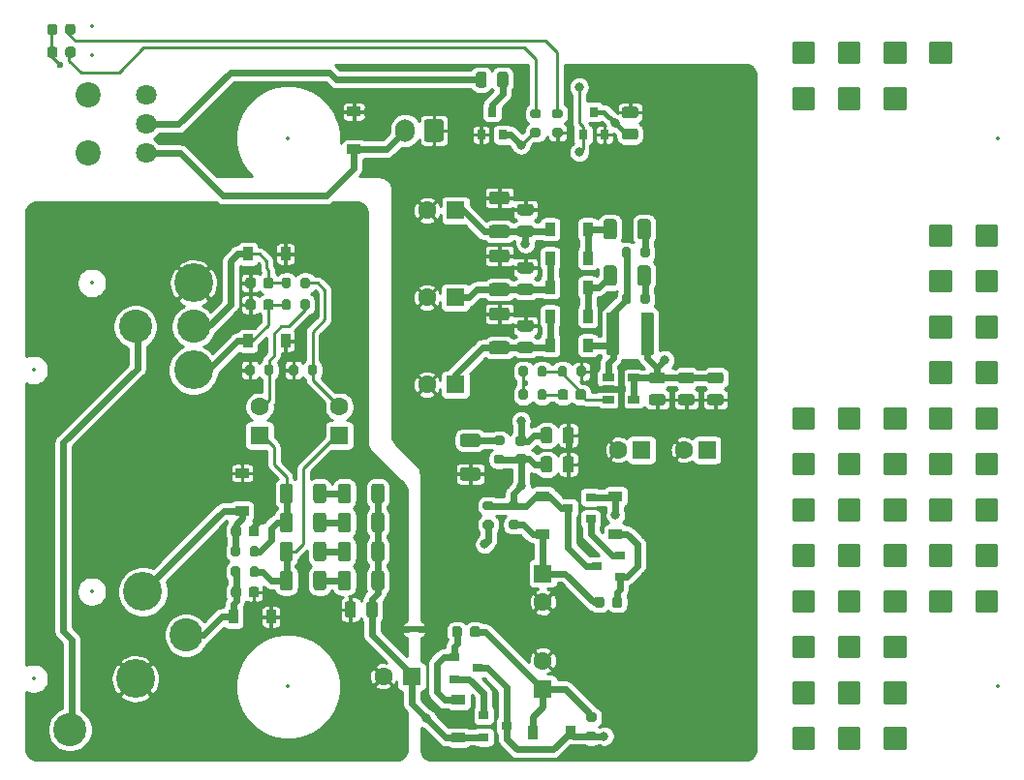
<source format=gtl>
%TF.GenerationSoftware,KiCad,Pcbnew,(5.1.7)-1*%
%TF.CreationDate,2022-07-20T13:46:15+08:00*%
%TF.ProjectId,phantom_v1,7068616e-746f-46d5-9f76-312e6b696361,rev?*%
%TF.SameCoordinates,Original*%
%TF.FileFunction,Copper,L1,Top*%
%TF.FilePolarity,Positive*%
%FSLAX46Y46*%
G04 Gerber Fmt 4.6, Leading zero omitted, Abs format (unit mm)*
G04 Created by KiCad (PCBNEW (5.1.7)-1) date 2022-07-20 13:46:15*
%MOMM*%
%LPD*%
G01*
G04 APERTURE LIST*
%TA.AperFunction,EtchedComponent*%
%ADD10C,0.350000*%
%TD*%
%TA.AperFunction,ComponentPad*%
%ADD11C,1.600000*%
%TD*%
%TA.AperFunction,ComponentPad*%
%ADD12R,1.600000X1.600000*%
%TD*%
%TA.AperFunction,SMDPad,CuDef*%
%ADD13R,0.900000X1.200000*%
%TD*%
%TA.AperFunction,ComponentPad*%
%ADD14C,2.200000*%
%TD*%
%TA.AperFunction,ComponentPad*%
%ADD15C,1.800000*%
%TD*%
%TA.AperFunction,SMDPad,CuDef*%
%ADD16C,0.500000*%
%TD*%
%TA.AperFunction,SMDPad,CuDef*%
%ADD17R,0.900000X0.800000*%
%TD*%
%TA.AperFunction,SMDPad,CuDef*%
%ADD18R,1.200000X0.900000*%
%TD*%
%TA.AperFunction,ComponentPad*%
%ADD19C,2.900000*%
%TD*%
%TA.AperFunction,ComponentPad*%
%ADD20C,3.400000*%
%TD*%
%TA.AperFunction,SMDPad,CuDef*%
%ADD21R,0.800000X0.900000*%
%TD*%
%TA.AperFunction,ComponentPad*%
%ADD22O,1.700000X2.000000*%
%TD*%
%TA.AperFunction,SMDPad,CuDef*%
%ADD23R,1.060000X0.650000*%
%TD*%
%TA.AperFunction,ViaPad*%
%ADD24C,0.600000*%
%TD*%
%TA.AperFunction,ViaPad*%
%ADD25C,0.800000*%
%TD*%
%TA.AperFunction,Conductor*%
%ADD26C,0.609600*%
%TD*%
%TA.AperFunction,Conductor*%
%ADD27C,0.406400*%
%TD*%
%TA.AperFunction,Conductor*%
%ADD28C,0.254000*%
%TD*%
%TA.AperFunction,Conductor*%
%ADD29C,0.350000*%
%TD*%
%TA.AperFunction,NonConductor*%
%ADD30C,0.254000*%
%TD*%
%TA.AperFunction,NonConductor*%
%ADD31C,0.350000*%
%TD*%
%ADD32C,0.300000*%
%ADD33C,0.350000*%
G04 APERTURE END LIST*
D10*
%TO.C,NT1*%
G36*
X37500000Y13250000D02*
G01*
X36500000Y13250000D01*
X36500000Y13750000D01*
X37500000Y13750000D01*
X37500000Y13250000D01*
G37*
%TD*%
%TO.P,R6,2*%
%TO.N,+VSW*%
%TA.AperFunction,SMDPad,CuDef*%
G36*
G01*
X43775000Y23920000D02*
X43225000Y23920000D01*
G75*
G02*
X43025000Y24120000I0J200000D01*
G01*
X43025000Y24520000D01*
G75*
G02*
X43225000Y24720000I200000J0D01*
G01*
X43775000Y24720000D01*
G75*
G02*
X43975000Y24520000I0J-200000D01*
G01*
X43975000Y24120000D01*
G75*
G02*
X43775000Y23920000I-200000J0D01*
G01*
G37*
%TD.AperFunction*%
%TO.P,R6,1*%
%TO.N,+48V*%
%TA.AperFunction,SMDPad,CuDef*%
G36*
G01*
X43775000Y22270000D02*
X43225000Y22270000D01*
G75*
G02*
X43025000Y22470000I0J200000D01*
G01*
X43025000Y22870000D01*
G75*
G02*
X43225000Y23070000I200000J0D01*
G01*
X43775000Y23070000D01*
G75*
G02*
X43975000Y22870000I0J-200000D01*
G01*
X43975000Y22470000D01*
G75*
G02*
X43775000Y22270000I-200000J0D01*
G01*
G37*
%TD.AperFunction*%
%TD*%
%TO.P,FB3,2*%
%TO.N,Net-(C23-Pad1)*%
%TA.AperFunction,SMDPad,CuDef*%
G36*
G01*
X41895000Y13038750D02*
X41895000Y13551250D01*
G75*
G02*
X42113750Y13770000I218750J0D01*
G01*
X42551250Y13770000D01*
G75*
G02*
X42770000Y13551250I0J-218750D01*
G01*
X42770000Y13038750D01*
G75*
G02*
X42551250Y12820000I-218750J0D01*
G01*
X42113750Y12820000D01*
G75*
G02*
X41895000Y13038750I0J218750D01*
G01*
G37*
%TD.AperFunction*%
%TO.P,FB3,1*%
%TO.N,Net-(D10-Pad1)*%
%TA.AperFunction,SMDPad,CuDef*%
G36*
G01*
X40320000Y13038750D02*
X40320000Y13551250D01*
G75*
G02*
X40538750Y13770000I218750J0D01*
G01*
X40976250Y13770000D01*
G75*
G02*
X41195000Y13551250I0J-218750D01*
G01*
X41195000Y13038750D01*
G75*
G02*
X40976250Y12820000I-218750J0D01*
G01*
X40538750Y12820000D01*
G75*
G02*
X40320000Y13038750I0J218750D01*
G01*
G37*
%TD.AperFunction*%
%TD*%
%TO.P,FB2,2*%
%TO.N,Net-(C22-Pad1)*%
%TA.AperFunction,SMDPad,CuDef*%
G36*
G01*
X53625000Y16131250D02*
X53625000Y15618750D01*
G75*
G02*
X53406250Y15400000I-218750J0D01*
G01*
X52968750Y15400000D01*
G75*
G02*
X52750000Y15618750I0J218750D01*
G01*
X52750000Y16131250D01*
G75*
G02*
X52968750Y16350000I218750J0D01*
G01*
X53406250Y16350000D01*
G75*
G02*
X53625000Y16131250I0J-218750D01*
G01*
G37*
%TD.AperFunction*%
%TO.P,FB2,1*%
%TO.N,Net-(D9-Pad1)*%
%TA.AperFunction,SMDPad,CuDef*%
G36*
G01*
X55200000Y16131250D02*
X55200000Y15618750D01*
G75*
G02*
X54981250Y15400000I-218750J0D01*
G01*
X54543750Y15400000D01*
G75*
G02*
X54325000Y15618750I0J218750D01*
G01*
X54325000Y16131250D01*
G75*
G02*
X54543750Y16350000I218750J0D01*
G01*
X54981250Y16350000D01*
G75*
G02*
X55200000Y16131250I0J-218750D01*
G01*
G37*
%TD.AperFunction*%
%TD*%
%TO.P,FB1,2*%
%TO.N,Net-(C1-Pad1)*%
%TA.AperFunction,SMDPad,CuDef*%
G36*
G01*
X46611250Y29560000D02*
X46098750Y29560000D01*
G75*
G02*
X45880000Y29778750I0J218750D01*
G01*
X45880000Y30216250D01*
G75*
G02*
X46098750Y30435000I218750J0D01*
G01*
X46611250Y30435000D01*
G75*
G02*
X46830000Y30216250I0J-218750D01*
G01*
X46830000Y29778750D01*
G75*
G02*
X46611250Y29560000I-218750J0D01*
G01*
G37*
%TD.AperFunction*%
%TO.P,FB1,1*%
%TO.N,+VSW*%
%TA.AperFunction,SMDPad,CuDef*%
G36*
G01*
X46611250Y27985000D02*
X46098750Y27985000D01*
G75*
G02*
X45880000Y28203750I0J218750D01*
G01*
X45880000Y28641250D01*
G75*
G02*
X46098750Y28860000I218750J0D01*
G01*
X46611250Y28860000D01*
G75*
G02*
X46830000Y28641250I0J-218750D01*
G01*
X46830000Y28203750D01*
G75*
G02*
X46611250Y27985000I-218750J0D01*
G01*
G37*
%TD.AperFunction*%
%TD*%
%TO.P,R7,2*%
%TO.N,GND*%
%TA.AperFunction,SMDPad,CuDef*%
G36*
G01*
X51225000Y35793000D02*
X51225000Y36343000D01*
G75*
G02*
X51425000Y36543000I200000J0D01*
G01*
X51825000Y36543000D01*
G75*
G02*
X52025000Y36343000I0J-200000D01*
G01*
X52025000Y35793000D01*
G75*
G02*
X51825000Y35593000I-200000J0D01*
G01*
X51425000Y35593000D01*
G75*
G02*
X51225000Y35793000I0J200000D01*
G01*
G37*
%TD.AperFunction*%
%TO.P,R7,1*%
%TO.N,Net-(C20-Pad2)*%
%TA.AperFunction,SMDPad,CuDef*%
G36*
G01*
X49575000Y35793000D02*
X49575000Y36343000D01*
G75*
G02*
X49775000Y36543000I200000J0D01*
G01*
X50175000Y36543000D01*
G75*
G02*
X50375000Y36343000I0J-200000D01*
G01*
X50375000Y35793000D01*
G75*
G02*
X50175000Y35593000I-200000J0D01*
G01*
X49775000Y35593000D01*
G75*
G02*
X49575000Y35793000I0J200000D01*
G01*
G37*
%TD.AperFunction*%
%TD*%
D11*
%TO.P,C18,2*%
%TO.N,GND*%
X60595000Y29210000D03*
D12*
%TO.P,C18,1*%
%TO.N,+BATT*%
X62595000Y29210000D03*
%TD*%
%TO.P,R3,2*%
%TO.N,Net-(C11-Pad1)*%
%TA.AperFunction,SMDPad,CuDef*%
G36*
G01*
X56813000Y42143000D02*
X56813000Y42693000D01*
G75*
G02*
X57013000Y42893000I200000J0D01*
G01*
X57413000Y42893000D01*
G75*
G02*
X57613000Y42693000I0J-200000D01*
G01*
X57613000Y42143000D01*
G75*
G02*
X57413000Y41943000I-200000J0D01*
G01*
X57013000Y41943000D01*
G75*
G02*
X56813000Y42143000I0J200000D01*
G01*
G37*
%TD.AperFunction*%
%TO.P,R3,1*%
%TO.N,Net-(D6-Pad2)*%
%TA.AperFunction,SMDPad,CuDef*%
G36*
G01*
X55163000Y42143000D02*
X55163000Y42693000D01*
G75*
G02*
X55363000Y42893000I200000J0D01*
G01*
X55763000Y42893000D01*
G75*
G02*
X55963000Y42693000I0J-200000D01*
G01*
X55963000Y42143000D01*
G75*
G02*
X55763000Y41943000I-200000J0D01*
G01*
X55363000Y41943000D01*
G75*
G02*
X55163000Y42143000I0J200000D01*
G01*
G37*
%TD.AperFunction*%
%TD*%
%TO.P,R2,2*%
%TO.N,Net-(C6-Pad1)*%
%TA.AperFunction,SMDPad,CuDef*%
G36*
G01*
X56813000Y46207000D02*
X56813000Y46757000D01*
G75*
G02*
X57013000Y46957000I200000J0D01*
G01*
X57413000Y46957000D01*
G75*
G02*
X57613000Y46757000I0J-200000D01*
G01*
X57613000Y46207000D01*
G75*
G02*
X57413000Y46007000I-200000J0D01*
G01*
X57013000Y46007000D01*
G75*
G02*
X56813000Y46207000I0J200000D01*
G01*
G37*
%TD.AperFunction*%
%TO.P,R2,1*%
%TO.N,Net-(D6-Pad2)*%
%TA.AperFunction,SMDPad,CuDef*%
G36*
G01*
X55163000Y46207000D02*
X55163000Y46757000D01*
G75*
G02*
X55363000Y46957000I200000J0D01*
G01*
X55763000Y46957000D01*
G75*
G02*
X55963000Y46757000I0J-200000D01*
G01*
X55963000Y46207000D01*
G75*
G02*
X55763000Y46007000I-200000J0D01*
G01*
X55363000Y46007000D01*
G75*
G02*
X55163000Y46207000I0J200000D01*
G01*
G37*
%TD.AperFunction*%
%TD*%
D13*
%TO.P,D3,2*%
%TO.N,Net-(C10-Pad1)*%
X48896000Y45974000D03*
%TO.P,D3,1*%
%TO.N,Net-(C6-Pad2)*%
X52196000Y45974000D03*
%TD*%
%TO.P,D2,2*%
%TO.N,Net-(C6-Pad2)*%
X52196000Y48514000D03*
%TO.P,D2,1*%
%TO.N,Net-(C1-Pad1)*%
X48896000Y48514000D03*
%TD*%
%TO.P,C6,2*%
%TO.N,Net-(C6-Pad2)*%
%TA.AperFunction,SMDPad,CuDef*%
G36*
G01*
X54726000Y49164001D02*
X54726000Y47863999D01*
G75*
G02*
X54476001Y47614000I-249999J0D01*
G01*
X53825999Y47614000D01*
G75*
G02*
X53576000Y47863999I0J249999D01*
G01*
X53576000Y49164001D01*
G75*
G02*
X53825999Y49414000I249999J0D01*
G01*
X54476001Y49414000D01*
G75*
G02*
X54726000Y49164001I0J-249999D01*
G01*
G37*
%TD.AperFunction*%
%TO.P,C6,1*%
%TO.N,Net-(C6-Pad1)*%
%TA.AperFunction,SMDPad,CuDef*%
G36*
G01*
X57676000Y49164001D02*
X57676000Y47863999D01*
G75*
G02*
X57426001Y47614000I-249999J0D01*
G01*
X56775999Y47614000D01*
G75*
G02*
X56526000Y47863999I0J249999D01*
G01*
X56526000Y49164001D01*
G75*
G02*
X56775999Y49414000I249999J0D01*
G01*
X57426001Y49414000D01*
G75*
G02*
X57676000Y49164001I0J-249999D01*
G01*
G37*
%TD.AperFunction*%
%TD*%
%TO.P,C4,2*%
%TO.N,GND*%
%TA.AperFunction,SMDPad,CuDef*%
G36*
G01*
X49980000Y30005000D02*
X49980000Y30955000D01*
G75*
G02*
X50230000Y31205000I250000J0D01*
G01*
X50730000Y31205000D01*
G75*
G02*
X50980000Y30955000I0J-250000D01*
G01*
X50980000Y30005000D01*
G75*
G02*
X50730000Y29755000I-250000J0D01*
G01*
X50230000Y29755000D01*
G75*
G02*
X49980000Y30005000I0J250000D01*
G01*
G37*
%TD.AperFunction*%
%TO.P,C4,1*%
%TO.N,Net-(C1-Pad1)*%
%TA.AperFunction,SMDPad,CuDef*%
G36*
G01*
X48080000Y30005000D02*
X48080000Y30955000D01*
G75*
G02*
X48330000Y31205000I250000J0D01*
G01*
X48830000Y31205000D01*
G75*
G02*
X49080000Y30955000I0J-250000D01*
G01*
X49080000Y30005000D01*
G75*
G02*
X48830000Y29755000I-250000J0D01*
G01*
X48330000Y29755000D01*
G75*
G02*
X48080000Y30005000I0J250000D01*
G01*
G37*
%TD.AperFunction*%
%TD*%
D11*
%TO.P,C3,2*%
%TO.N,GND*%
X38140000Y50165000D03*
D12*
%TO.P,C3,1*%
%TO.N,Net-(C1-Pad1)*%
X40640000Y50165000D03*
%TD*%
%TO.P,C2,2*%
%TO.N,GND*%
%TA.AperFunction,SMDPad,CuDef*%
G36*
G01*
X45100001Y50684000D02*
X43799999Y50684000D01*
G75*
G02*
X43550000Y50933999I0J249999D01*
G01*
X43550000Y51584001D01*
G75*
G02*
X43799999Y51834000I249999J0D01*
G01*
X45100001Y51834000D01*
G75*
G02*
X45350000Y51584001I0J-249999D01*
G01*
X45350000Y50933999D01*
G75*
G02*
X45100001Y50684000I-249999J0D01*
G01*
G37*
%TD.AperFunction*%
%TO.P,C2,1*%
%TO.N,Net-(C1-Pad1)*%
%TA.AperFunction,SMDPad,CuDef*%
G36*
G01*
X45100001Y47734000D02*
X43799999Y47734000D01*
G75*
G02*
X43550000Y47983999I0J249999D01*
G01*
X43550000Y48634001D01*
G75*
G02*
X43799999Y48884000I249999J0D01*
G01*
X45100001Y48884000D01*
G75*
G02*
X45350000Y48634001I0J-249999D01*
G01*
X45350000Y47983999D01*
G75*
G02*
X45100001Y47734000I-249999J0D01*
G01*
G37*
%TD.AperFunction*%
%TD*%
%TO.P,C1,2*%
%TO.N,GND*%
%TA.AperFunction,SMDPad,CuDef*%
G36*
G01*
X47211000Y49726000D02*
X46261000Y49726000D01*
G75*
G02*
X46011000Y49976000I0J250000D01*
G01*
X46011000Y50476000D01*
G75*
G02*
X46261000Y50726000I250000J0D01*
G01*
X47211000Y50726000D01*
G75*
G02*
X47461000Y50476000I0J-250000D01*
G01*
X47461000Y49976000D01*
G75*
G02*
X47211000Y49726000I-250000J0D01*
G01*
G37*
%TD.AperFunction*%
%TO.P,C1,1*%
%TO.N,Net-(C1-Pad1)*%
%TA.AperFunction,SMDPad,CuDef*%
G36*
G01*
X47211000Y47826000D02*
X46261000Y47826000D01*
G75*
G02*
X46011000Y48076000I0J250000D01*
G01*
X46011000Y48576000D01*
G75*
G02*
X46261000Y48826000I250000J0D01*
G01*
X47211000Y48826000D01*
G75*
G02*
X47461000Y48576000I0J-250000D01*
G01*
X47461000Y48076000D01*
G75*
G02*
X47211000Y47826000I-250000J0D01*
G01*
G37*
%TD.AperFunction*%
%TD*%
D14*
%TO.P,SW1,M2*%
%TO.N,N/C*%
X8500000Y60240000D03*
%TO.P,SW1,M1*%
X8500000Y55160000D03*
D15*
%TO.P,SW1,3*%
%TO.N,Net-(SW1-Pad3)*%
X13580000Y60240000D03*
%TO.P,SW1,2*%
%TO.N,Net-(F1-Pad2)*%
X13580000Y57700000D03*
%TO.P,SW1,1*%
%TO.N,Net-(D1-Pad1)*%
X13580000Y55160000D03*
%TD*%
%TO.P,L1,2*%
%TO.N,Net-(D6-Pad2)*%
%TA.AperFunction,SMDPad,CuDef*%
G36*
G01*
X54930000Y41147400D02*
X54930000Y37592600D01*
G75*
G02*
X54857400Y37520000I-72600J0D01*
G01*
X53902600Y37520000D01*
G75*
G02*
X53830000Y37592600I0J72600D01*
G01*
X53830000Y41147400D01*
G75*
G02*
X53902600Y41220000I72600J0D01*
G01*
X54857400Y41220000D01*
G75*
G02*
X54930000Y41147400I0J-72600D01*
G01*
G37*
%TD.AperFunction*%
%TO.P,L1,1*%
%TO.N,+BATT*%
%TA.AperFunction,SMDPad,CuDef*%
G36*
G01*
X57930000Y41147400D02*
X57930000Y37592600D01*
G75*
G02*
X57857400Y37520000I-72600J0D01*
G01*
X56902600Y37520000D01*
G75*
G02*
X56830000Y37592600I0J72600D01*
G01*
X56830000Y41147400D01*
G75*
G02*
X56902600Y41220000I72600J0D01*
G01*
X57857400Y41220000D01*
G75*
G02*
X57930000Y41147400I0J-72600D01*
G01*
G37*
%TD.AperFunction*%
%TD*%
%TO.P,R4,2*%
%TO.N,Net-(C20-Pad1)*%
%TA.AperFunction,SMDPad,CuDef*%
G36*
G01*
X47796000Y33761000D02*
X47796000Y34311000D01*
G75*
G02*
X47996000Y34511000I200000J0D01*
G01*
X48396000Y34511000D01*
G75*
G02*
X48596000Y34311000I0J-200000D01*
G01*
X48596000Y33761000D01*
G75*
G02*
X48396000Y33561000I-200000J0D01*
G01*
X47996000Y33561000D01*
G75*
G02*
X47796000Y33761000I0J200000D01*
G01*
G37*
%TD.AperFunction*%
%TO.P,R4,1*%
%TO.N,Net-(C1-Pad1)*%
%TA.AperFunction,SMDPad,CuDef*%
G36*
G01*
X46146000Y33761000D02*
X46146000Y34311000D01*
G75*
G02*
X46346000Y34511000I200000J0D01*
G01*
X46746000Y34511000D01*
G75*
G02*
X46946000Y34311000I0J-200000D01*
G01*
X46946000Y33761000D01*
G75*
G02*
X46746000Y33561000I-200000J0D01*
G01*
X46346000Y33561000D01*
G75*
G02*
X46146000Y33761000I0J200000D01*
G01*
G37*
%TD.AperFunction*%
%TD*%
D16*
%TO.P,NT1,2*%
%TO.N,GNDA*%
X36500000Y13500000D03*
%TO.P,NT1,1*%
%TO.N,GND*%
X37500000Y13500000D03*
%TD*%
D17*
%TO.P,Q5,3*%
%TO.N,Net-(D8-Pad1)*%
X45085000Y5040000D03*
%TO.P,Q5,2*%
%TO.N,+48V*%
X43085000Y4090000D03*
%TO.P,Q5,1*%
%TO.N,Net-(Q3-Pad2)*%
X43085000Y5990000D03*
%TD*%
%TO.P,R9,2*%
%TO.N,Net-(C22-Pad1)*%
%TA.AperFunction,SMDPad,CuDef*%
G36*
G01*
X45445000Y23070000D02*
X45995000Y23070000D01*
G75*
G02*
X46195000Y22870000I0J-200000D01*
G01*
X46195000Y22470000D01*
G75*
G02*
X45995000Y22270000I-200000J0D01*
G01*
X45445000Y22270000D01*
G75*
G02*
X45245000Y22470000I0J200000D01*
G01*
X45245000Y22870000D01*
G75*
G02*
X45445000Y23070000I200000J0D01*
G01*
G37*
%TD.AperFunction*%
%TO.P,R9,1*%
%TO.N,+VSW*%
%TA.AperFunction,SMDPad,CuDef*%
G36*
G01*
X45445000Y24720000D02*
X45995000Y24720000D01*
G75*
G02*
X46195000Y24520000I0J-200000D01*
G01*
X46195000Y24120000D01*
G75*
G02*
X45995000Y23920000I-200000J0D01*
G01*
X45445000Y23920000D01*
G75*
G02*
X45245000Y24120000I0J200000D01*
G01*
X45245000Y24520000D01*
G75*
G02*
X45445000Y24720000I200000J0D01*
G01*
G37*
%TD.AperFunction*%
%TD*%
D11*
%TO.P,C19,2*%
%TO.N,GND*%
X54880000Y29210000D03*
D12*
%TO.P,C19,1*%
%TO.N,+BATT*%
X56880000Y29210000D03*
%TD*%
D11*
%TO.P,C25,2*%
%TO.N,Net-(C25-Pad2)*%
X23495000Y32980000D03*
D12*
%TO.P,C25,1*%
%TO.N,Net-(C25-Pad1)*%
X23495000Y30480000D03*
%TD*%
D11*
%TO.P,C26,2*%
%TO.N,Net-(C26-Pad2)*%
X30480000Y32980000D03*
D12*
%TO.P,C26,1*%
%TO.N,Net-(C26-Pad1)*%
X30480000Y30480000D03*
%TD*%
%TO.P,C31,2*%
%TO.N,GNDA*%
%TA.AperFunction,SMDPad,CuDef*%
G36*
G01*
X22550000Y21848000D02*
X22550000Y22348000D01*
G75*
G02*
X22775000Y22573000I225000J0D01*
G01*
X23225000Y22573000D01*
G75*
G02*
X23450000Y22348000I0J-225000D01*
G01*
X23450000Y21848000D01*
G75*
G02*
X23225000Y21623000I-225000J0D01*
G01*
X22775000Y21623000D01*
G75*
G02*
X22550000Y21848000I0J225000D01*
G01*
G37*
%TD.AperFunction*%
%TO.P,C31,1*%
%TO.N,Net-(C31-Pad1)*%
%TA.AperFunction,SMDPad,CuDef*%
G36*
G01*
X21000000Y21848000D02*
X21000000Y22348000D01*
G75*
G02*
X21225000Y22573000I225000J0D01*
G01*
X21675000Y22573000D01*
G75*
G02*
X21900000Y22348000I0J-225000D01*
G01*
X21900000Y21848000D01*
G75*
G02*
X21675000Y21623000I-225000J0D01*
G01*
X21225000Y21623000D01*
G75*
G02*
X21000000Y21848000I0J225000D01*
G01*
G37*
%TD.AperFunction*%
%TD*%
%TO.P,C30,2*%
%TO.N,GNDA*%
%TA.AperFunction,SMDPad,CuDef*%
G36*
G01*
X22550000Y16514000D02*
X22550000Y17014000D01*
G75*
G02*
X22775000Y17239000I225000J0D01*
G01*
X23225000Y17239000D01*
G75*
G02*
X23450000Y17014000I0J-225000D01*
G01*
X23450000Y16514000D01*
G75*
G02*
X23225000Y16289000I-225000J0D01*
G01*
X22775000Y16289000D01*
G75*
G02*
X22550000Y16514000I0J225000D01*
G01*
G37*
%TD.AperFunction*%
%TO.P,C30,1*%
%TO.N,Net-(C30-Pad1)*%
%TA.AperFunction,SMDPad,CuDef*%
G36*
G01*
X21000000Y16514000D02*
X21000000Y17014000D01*
G75*
G02*
X21225000Y17239000I225000J0D01*
G01*
X21675000Y17239000D01*
G75*
G02*
X21900000Y17014000I0J-225000D01*
G01*
X21900000Y16514000D01*
G75*
G02*
X21675000Y16289000I-225000J0D01*
G01*
X21225000Y16289000D01*
G75*
G02*
X21000000Y16514000I0J225000D01*
G01*
G37*
%TD.AperFunction*%
%TD*%
%TO.P,C29,2*%
%TO.N,GNDA*%
%TA.AperFunction,SMDPad,CuDef*%
G36*
G01*
X23170000Y42160000D02*
X23170000Y41660000D01*
G75*
G02*
X22945000Y41435000I-225000J0D01*
G01*
X22495000Y41435000D01*
G75*
G02*
X22270000Y41660000I0J225000D01*
G01*
X22270000Y42160000D01*
G75*
G02*
X22495000Y42385000I225000J0D01*
G01*
X22945000Y42385000D01*
G75*
G02*
X23170000Y42160000I0J-225000D01*
G01*
G37*
%TD.AperFunction*%
%TO.P,C29,1*%
%TO.N,Net-(C29-Pad1)*%
%TA.AperFunction,SMDPad,CuDef*%
G36*
G01*
X24720000Y42160000D02*
X24720000Y41660000D01*
G75*
G02*
X24495000Y41435000I-225000J0D01*
G01*
X24045000Y41435000D01*
G75*
G02*
X23820000Y41660000I0J225000D01*
G01*
X23820000Y42160000D01*
G75*
G02*
X24045000Y42385000I225000J0D01*
G01*
X24495000Y42385000D01*
G75*
G02*
X24720000Y42160000I0J-225000D01*
G01*
G37*
%TD.AperFunction*%
%TD*%
%TO.P,C28,2*%
%TO.N,GNDA*%
%TA.AperFunction,SMDPad,CuDef*%
G36*
G01*
X23170000Y44065000D02*
X23170000Y43565000D01*
G75*
G02*
X22945000Y43340000I-225000J0D01*
G01*
X22495000Y43340000D01*
G75*
G02*
X22270000Y43565000I0J225000D01*
G01*
X22270000Y44065000D01*
G75*
G02*
X22495000Y44290000I225000J0D01*
G01*
X22945000Y44290000D01*
G75*
G02*
X23170000Y44065000I0J-225000D01*
G01*
G37*
%TD.AperFunction*%
%TO.P,C28,1*%
%TO.N,Net-(C28-Pad1)*%
%TA.AperFunction,SMDPad,CuDef*%
G36*
G01*
X24720000Y44065000D02*
X24720000Y43565000D01*
G75*
G02*
X24495000Y43340000I-225000J0D01*
G01*
X24045000Y43340000D01*
G75*
G02*
X23820000Y43565000I0J225000D01*
G01*
X23820000Y44065000D01*
G75*
G02*
X24045000Y44290000I225000J0D01*
G01*
X24495000Y44290000D01*
G75*
G02*
X24720000Y44065000I0J-225000D01*
G01*
G37*
%TD.AperFunction*%
%TD*%
%TO.P,R25,2*%
%TO.N,GNDA*%
%TA.AperFunction,SMDPad,CuDef*%
G36*
G01*
X23070000Y36470000D02*
X23070000Y35920000D01*
G75*
G02*
X22870000Y35720000I-200000J0D01*
G01*
X22470000Y35720000D01*
G75*
G02*
X22270000Y35920000I0J200000D01*
G01*
X22270000Y36470000D01*
G75*
G02*
X22470000Y36670000I200000J0D01*
G01*
X22870000Y36670000D01*
G75*
G02*
X23070000Y36470000I0J-200000D01*
G01*
G37*
%TD.AperFunction*%
%TO.P,R25,1*%
%TO.N,Net-(C25-Pad2)*%
%TA.AperFunction,SMDPad,CuDef*%
G36*
G01*
X24720000Y36470000D02*
X24720000Y35920000D01*
G75*
G02*
X24520000Y35720000I-200000J0D01*
G01*
X24120000Y35720000D01*
G75*
G02*
X23920000Y35920000I0J200000D01*
G01*
X23920000Y36470000D01*
G75*
G02*
X24120000Y36670000I200000J0D01*
G01*
X24520000Y36670000D01*
G75*
G02*
X24720000Y36470000I0J-200000D01*
G01*
G37*
%TD.AperFunction*%
%TD*%
%TO.P,R24,2*%
%TO.N,GNDA*%
%TA.AperFunction,SMDPad,CuDef*%
G36*
G01*
X26880000Y36470000D02*
X26880000Y35920000D01*
G75*
G02*
X26680000Y35720000I-200000J0D01*
G01*
X26280000Y35720000D01*
G75*
G02*
X26080000Y35920000I0J200000D01*
G01*
X26080000Y36470000D01*
G75*
G02*
X26280000Y36670000I200000J0D01*
G01*
X26680000Y36670000D01*
G75*
G02*
X26880000Y36470000I0J-200000D01*
G01*
G37*
%TD.AperFunction*%
%TO.P,R24,1*%
%TO.N,Net-(C26-Pad2)*%
%TA.AperFunction,SMDPad,CuDef*%
G36*
G01*
X28530000Y36470000D02*
X28530000Y35920000D01*
G75*
G02*
X28330000Y35720000I-200000J0D01*
G01*
X27930000Y35720000D01*
G75*
G02*
X27730000Y35920000I0J200000D01*
G01*
X27730000Y36470000D01*
G75*
G02*
X27930000Y36670000I200000J0D01*
G01*
X28330000Y36670000D01*
G75*
G02*
X28530000Y36470000I0J-200000D01*
G01*
G37*
%TD.AperFunction*%
%TD*%
%TO.P,R20,2*%
%TO.N,Net-(C29-Pad1)*%
%TA.AperFunction,SMDPad,CuDef*%
G36*
G01*
X26245000Y42185000D02*
X26245000Y41635000D01*
G75*
G02*
X26045000Y41435000I-200000J0D01*
G01*
X25645000Y41435000D01*
G75*
G02*
X25445000Y41635000I0J200000D01*
G01*
X25445000Y42185000D01*
G75*
G02*
X25645000Y42385000I200000J0D01*
G01*
X26045000Y42385000D01*
G75*
G02*
X26245000Y42185000I0J-200000D01*
G01*
G37*
%TD.AperFunction*%
%TO.P,R20,1*%
%TO.N,Net-(C25-Pad2)*%
%TA.AperFunction,SMDPad,CuDef*%
G36*
G01*
X27895000Y42185000D02*
X27895000Y41635000D01*
G75*
G02*
X27695000Y41435000I-200000J0D01*
G01*
X27295000Y41435000D01*
G75*
G02*
X27095000Y41635000I0J200000D01*
G01*
X27095000Y42185000D01*
G75*
G02*
X27295000Y42385000I200000J0D01*
G01*
X27695000Y42385000D01*
G75*
G02*
X27895000Y42185000I0J-200000D01*
G01*
G37*
%TD.AperFunction*%
%TD*%
%TO.P,R22,2*%
%TO.N,Net-(C28-Pad1)*%
%TA.AperFunction,SMDPad,CuDef*%
G36*
G01*
X26245000Y44090000D02*
X26245000Y43540000D01*
G75*
G02*
X26045000Y43340000I-200000J0D01*
G01*
X25645000Y43340000D01*
G75*
G02*
X25445000Y43540000I0J200000D01*
G01*
X25445000Y44090000D01*
G75*
G02*
X25645000Y44290000I200000J0D01*
G01*
X26045000Y44290000D01*
G75*
G02*
X26245000Y44090000I0J-200000D01*
G01*
G37*
%TD.AperFunction*%
%TO.P,R22,1*%
%TO.N,Net-(C26-Pad2)*%
%TA.AperFunction,SMDPad,CuDef*%
G36*
G01*
X27895000Y44090000D02*
X27895000Y43540000D01*
G75*
G02*
X27695000Y43340000I-200000J0D01*
G01*
X27295000Y43340000D01*
G75*
G02*
X27095000Y43540000I0J200000D01*
G01*
X27095000Y44090000D01*
G75*
G02*
X27295000Y44290000I200000J0D01*
G01*
X27695000Y44290000D01*
G75*
G02*
X27895000Y44090000I0J-200000D01*
G01*
G37*
%TD.AperFunction*%
%TD*%
%TO.P,R21,2*%
%TO.N,Net-(C25-Pad1)*%
%TA.AperFunction,SMDPad,CuDef*%
G36*
G01*
X22650000Y20045000D02*
X22650000Y20595000D01*
G75*
G02*
X22850000Y20795000I200000J0D01*
G01*
X23250000Y20795000D01*
G75*
G02*
X23450000Y20595000I0J-200000D01*
G01*
X23450000Y20045000D01*
G75*
G02*
X23250000Y19845000I-200000J0D01*
G01*
X22850000Y19845000D01*
G75*
G02*
X22650000Y20045000I0J200000D01*
G01*
G37*
%TD.AperFunction*%
%TO.P,R21,1*%
%TO.N,Net-(C31-Pad1)*%
%TA.AperFunction,SMDPad,CuDef*%
G36*
G01*
X21000000Y20045000D02*
X21000000Y20595000D01*
G75*
G02*
X21200000Y20795000I200000J0D01*
G01*
X21600000Y20795000D01*
G75*
G02*
X21800000Y20595000I0J-200000D01*
G01*
X21800000Y20045000D01*
G75*
G02*
X21600000Y19845000I-200000J0D01*
G01*
X21200000Y19845000D01*
G75*
G02*
X21000000Y20045000I0J200000D01*
G01*
G37*
%TD.AperFunction*%
%TD*%
%TO.P,R23,2*%
%TO.N,Net-(C26-Pad1)*%
%TA.AperFunction,SMDPad,CuDef*%
G36*
G01*
X22650000Y18267000D02*
X22650000Y18817000D01*
G75*
G02*
X22850000Y19017000I200000J0D01*
G01*
X23250000Y19017000D01*
G75*
G02*
X23450000Y18817000I0J-200000D01*
G01*
X23450000Y18267000D01*
G75*
G02*
X23250000Y18067000I-200000J0D01*
G01*
X22850000Y18067000D01*
G75*
G02*
X22650000Y18267000I0J200000D01*
G01*
G37*
%TD.AperFunction*%
%TO.P,R23,1*%
%TO.N,Net-(C30-Pad1)*%
%TA.AperFunction,SMDPad,CuDef*%
G36*
G01*
X21000000Y18267000D02*
X21000000Y18817000D01*
G75*
G02*
X21200000Y19017000I200000J0D01*
G01*
X21600000Y19017000D01*
G75*
G02*
X21800000Y18817000I0J-200000D01*
G01*
X21800000Y18267000D01*
G75*
G02*
X21600000Y18067000I-200000J0D01*
G01*
X21200000Y18067000D01*
G75*
G02*
X21000000Y18267000I0J200000D01*
G01*
G37*
%TD.AperFunction*%
%TD*%
%TO.P,R18,2*%
%TO.N,Net-(R14-Pad1)*%
%TA.AperFunction,SMDPad,CuDef*%
G36*
G01*
X28205000Y24774997D02*
X28205000Y26025003D01*
G75*
G02*
X28454997Y26275000I249997J0D01*
G01*
X29080003Y26275000D01*
G75*
G02*
X29330000Y26025003I0J-249997D01*
G01*
X29330000Y24774997D01*
G75*
G02*
X29080003Y24525000I-249997J0D01*
G01*
X28454997Y24525000D01*
G75*
G02*
X28205000Y24774997I0J249997D01*
G01*
G37*
%TD.AperFunction*%
%TO.P,R18,1*%
%TO.N,Net-(C25-Pad1)*%
%TA.AperFunction,SMDPad,CuDef*%
G36*
G01*
X25280000Y24774997D02*
X25280000Y26025003D01*
G75*
G02*
X25529997Y26275000I249997J0D01*
G01*
X26155003Y26275000D01*
G75*
G02*
X26405000Y26025003I0J-249997D01*
G01*
X26405000Y24774997D01*
G75*
G02*
X26155003Y24525000I-249997J0D01*
G01*
X25529997Y24525000D01*
G75*
G02*
X25280000Y24774997I0J249997D01*
G01*
G37*
%TD.AperFunction*%
%TD*%
%TO.P,R14,2*%
%TO.N,+48V*%
%TA.AperFunction,SMDPad,CuDef*%
G36*
G01*
X33285000Y24774997D02*
X33285000Y26025003D01*
G75*
G02*
X33534997Y26275000I249997J0D01*
G01*
X34160003Y26275000D01*
G75*
G02*
X34410000Y26025003I0J-249997D01*
G01*
X34410000Y24774997D01*
G75*
G02*
X34160003Y24525000I-249997J0D01*
G01*
X33534997Y24525000D01*
G75*
G02*
X33285000Y24774997I0J249997D01*
G01*
G37*
%TD.AperFunction*%
%TO.P,R14,1*%
%TO.N,Net-(R14-Pad1)*%
%TA.AperFunction,SMDPad,CuDef*%
G36*
G01*
X30360000Y24774997D02*
X30360000Y26025003D01*
G75*
G02*
X30609997Y26275000I249997J0D01*
G01*
X31235003Y26275000D01*
G75*
G02*
X31485000Y26025003I0J-249997D01*
G01*
X31485000Y24774997D01*
G75*
G02*
X31235003Y24525000I-249997J0D01*
G01*
X30609997Y24525000D01*
G75*
G02*
X30360000Y24774997I0J249997D01*
G01*
G37*
%TD.AperFunction*%
%TD*%
%TO.P,R17,2*%
%TO.N,Net-(R13-Pad1)*%
%TA.AperFunction,SMDPad,CuDef*%
G36*
G01*
X28205000Y22234997D02*
X28205000Y23485003D01*
G75*
G02*
X28454997Y23735000I249997J0D01*
G01*
X29080003Y23735000D01*
G75*
G02*
X29330000Y23485003I0J-249997D01*
G01*
X29330000Y22234997D01*
G75*
G02*
X29080003Y21985000I-249997J0D01*
G01*
X28454997Y21985000D01*
G75*
G02*
X28205000Y22234997I0J249997D01*
G01*
G37*
%TD.AperFunction*%
%TO.P,R17,1*%
%TO.N,Net-(C25-Pad1)*%
%TA.AperFunction,SMDPad,CuDef*%
G36*
G01*
X25280000Y22234997D02*
X25280000Y23485003D01*
G75*
G02*
X25529997Y23735000I249997J0D01*
G01*
X26155003Y23735000D01*
G75*
G02*
X26405000Y23485003I0J-249997D01*
G01*
X26405000Y22234997D01*
G75*
G02*
X26155003Y21985000I-249997J0D01*
G01*
X25529997Y21985000D01*
G75*
G02*
X25280000Y22234997I0J249997D01*
G01*
G37*
%TD.AperFunction*%
%TD*%
%TO.P,R13,2*%
%TO.N,+48V*%
%TA.AperFunction,SMDPad,CuDef*%
G36*
G01*
X33285000Y22234997D02*
X33285000Y23485003D01*
G75*
G02*
X33534997Y23735000I249997J0D01*
G01*
X34160003Y23735000D01*
G75*
G02*
X34410000Y23485003I0J-249997D01*
G01*
X34410000Y22234997D01*
G75*
G02*
X34160003Y21985000I-249997J0D01*
G01*
X33534997Y21985000D01*
G75*
G02*
X33285000Y22234997I0J249997D01*
G01*
G37*
%TD.AperFunction*%
%TO.P,R13,1*%
%TO.N,Net-(R13-Pad1)*%
%TA.AperFunction,SMDPad,CuDef*%
G36*
G01*
X30360000Y22234997D02*
X30360000Y23485003D01*
G75*
G02*
X30609997Y23735000I249997J0D01*
G01*
X31235003Y23735000D01*
G75*
G02*
X31485000Y23485003I0J-249997D01*
G01*
X31485000Y22234997D01*
G75*
G02*
X31235003Y21985000I-249997J0D01*
G01*
X30609997Y21985000D01*
G75*
G02*
X30360000Y22234997I0J249997D01*
G01*
G37*
%TD.AperFunction*%
%TD*%
%TO.P,R16,2*%
%TO.N,Net-(R12-Pad1)*%
%TA.AperFunction,SMDPad,CuDef*%
G36*
G01*
X28205000Y19694997D02*
X28205000Y20945003D01*
G75*
G02*
X28454997Y21195000I249997J0D01*
G01*
X29080003Y21195000D01*
G75*
G02*
X29330000Y20945003I0J-249997D01*
G01*
X29330000Y19694997D01*
G75*
G02*
X29080003Y19445000I-249997J0D01*
G01*
X28454997Y19445000D01*
G75*
G02*
X28205000Y19694997I0J249997D01*
G01*
G37*
%TD.AperFunction*%
%TO.P,R16,1*%
%TO.N,Net-(C26-Pad1)*%
%TA.AperFunction,SMDPad,CuDef*%
G36*
G01*
X25280000Y19694997D02*
X25280000Y20945003D01*
G75*
G02*
X25529997Y21195000I249997J0D01*
G01*
X26155003Y21195000D01*
G75*
G02*
X26405000Y20945003I0J-249997D01*
G01*
X26405000Y19694997D01*
G75*
G02*
X26155003Y19445000I-249997J0D01*
G01*
X25529997Y19445000D01*
G75*
G02*
X25280000Y19694997I0J249997D01*
G01*
G37*
%TD.AperFunction*%
%TD*%
%TO.P,R12,2*%
%TO.N,+48V*%
%TA.AperFunction,SMDPad,CuDef*%
G36*
G01*
X33285000Y19694997D02*
X33285000Y20945003D01*
G75*
G02*
X33534997Y21195000I249997J0D01*
G01*
X34160003Y21195000D01*
G75*
G02*
X34410000Y20945003I0J-249997D01*
G01*
X34410000Y19694997D01*
G75*
G02*
X34160003Y19445000I-249997J0D01*
G01*
X33534997Y19445000D01*
G75*
G02*
X33285000Y19694997I0J249997D01*
G01*
G37*
%TD.AperFunction*%
%TO.P,R12,1*%
%TO.N,Net-(R12-Pad1)*%
%TA.AperFunction,SMDPad,CuDef*%
G36*
G01*
X30360000Y19694997D02*
X30360000Y20945003D01*
G75*
G02*
X30609997Y21195000I249997J0D01*
G01*
X31235003Y21195000D01*
G75*
G02*
X31485000Y20945003I0J-249997D01*
G01*
X31485000Y19694997D01*
G75*
G02*
X31235003Y19445000I-249997J0D01*
G01*
X30609997Y19445000D01*
G75*
G02*
X30360000Y19694997I0J249997D01*
G01*
G37*
%TD.AperFunction*%
%TD*%
%TO.P,R15,2*%
%TO.N,Net-(R11-Pad1)*%
%TA.AperFunction,SMDPad,CuDef*%
G36*
G01*
X28205000Y17154997D02*
X28205000Y18405003D01*
G75*
G02*
X28454997Y18655000I249997J0D01*
G01*
X29080003Y18655000D01*
G75*
G02*
X29330000Y18405003I0J-249997D01*
G01*
X29330000Y17154997D01*
G75*
G02*
X29080003Y16905000I-249997J0D01*
G01*
X28454997Y16905000D01*
G75*
G02*
X28205000Y17154997I0J249997D01*
G01*
G37*
%TD.AperFunction*%
%TO.P,R15,1*%
%TO.N,Net-(C26-Pad1)*%
%TA.AperFunction,SMDPad,CuDef*%
G36*
G01*
X25280000Y17154997D02*
X25280000Y18405003D01*
G75*
G02*
X25529997Y18655000I249997J0D01*
G01*
X26155003Y18655000D01*
G75*
G02*
X26405000Y18405003I0J-249997D01*
G01*
X26405000Y17154997D01*
G75*
G02*
X26155003Y16905000I-249997J0D01*
G01*
X25529997Y16905000D01*
G75*
G02*
X25280000Y17154997I0J249997D01*
G01*
G37*
%TD.AperFunction*%
%TD*%
%TO.P,R11,2*%
%TO.N,+48V*%
%TA.AperFunction,SMDPad,CuDef*%
G36*
G01*
X33285000Y17154997D02*
X33285000Y18405003D01*
G75*
G02*
X33534997Y18655000I249997J0D01*
G01*
X34160003Y18655000D01*
G75*
G02*
X34410000Y18405003I0J-249997D01*
G01*
X34410000Y17154997D01*
G75*
G02*
X34160003Y16905000I-249997J0D01*
G01*
X33534997Y16905000D01*
G75*
G02*
X33285000Y17154997I0J249997D01*
G01*
G37*
%TD.AperFunction*%
%TO.P,R11,1*%
%TO.N,Net-(R11-Pad1)*%
%TA.AperFunction,SMDPad,CuDef*%
G36*
G01*
X30360000Y17154997D02*
X30360000Y18405003D01*
G75*
G02*
X30609997Y18655000I249997J0D01*
G01*
X31235003Y18655000D01*
G75*
G02*
X31485000Y18405003I0J-249997D01*
G01*
X31485000Y17154997D01*
G75*
G02*
X31235003Y16905000I-249997J0D01*
G01*
X30609997Y16905000D01*
G75*
G02*
X30360000Y17154997I0J249997D01*
G01*
G37*
%TD.AperFunction*%
%TD*%
%TO.P,R10,2*%
%TO.N,Net-(C23-Pad1)*%
%TA.AperFunction,SMDPad,CuDef*%
G36*
G01*
X52775000Y5425000D02*
X52225000Y5425000D01*
G75*
G02*
X52025000Y5625000I0J200000D01*
G01*
X52025000Y6025000D01*
G75*
G02*
X52225000Y6225000I200000J0D01*
G01*
X52775000Y6225000D01*
G75*
G02*
X52975000Y6025000I0J-200000D01*
G01*
X52975000Y5625000D01*
G75*
G02*
X52775000Y5425000I-200000J0D01*
G01*
G37*
%TD.AperFunction*%
%TO.P,R10,1*%
%TO.N,Net-(D8-Pad1)*%
%TA.AperFunction,SMDPad,CuDef*%
G36*
G01*
X52775000Y3775000D02*
X52225000Y3775000D01*
G75*
G02*
X52025000Y3975000I0J200000D01*
G01*
X52025000Y4375000D01*
G75*
G02*
X52225000Y4575000I200000J0D01*
G01*
X52775000Y4575000D01*
G75*
G02*
X52975000Y4375000I0J-200000D01*
G01*
X52975000Y3975000D01*
G75*
G02*
X52775000Y3775000I-200000J0D01*
G01*
G37*
%TD.AperFunction*%
%TD*%
%TO.P,R1,2*%
%TO.N,Net-(C7-Pad1)*%
%TA.AperFunction,SMDPad,CuDef*%
G36*
G01*
X44725000Y29635000D02*
X44175000Y29635000D01*
G75*
G02*
X43975000Y29835000I0J200000D01*
G01*
X43975000Y30235000D01*
G75*
G02*
X44175000Y30435000I200000J0D01*
G01*
X44725000Y30435000D01*
G75*
G02*
X44925000Y30235000I0J-200000D01*
G01*
X44925000Y29835000D01*
G75*
G02*
X44725000Y29635000I-200000J0D01*
G01*
G37*
%TD.AperFunction*%
%TO.P,R1,1*%
%TO.N,+VSW*%
%TA.AperFunction,SMDPad,CuDef*%
G36*
G01*
X44725000Y27985000D02*
X44175000Y27985000D01*
G75*
G02*
X43975000Y28185000I0J200000D01*
G01*
X43975000Y28585000D01*
G75*
G02*
X44175000Y28785000I200000J0D01*
G01*
X44725000Y28785000D01*
G75*
G02*
X44925000Y28585000I0J-200000D01*
G01*
X44925000Y28185000D01*
G75*
G02*
X44725000Y27985000I-200000J0D01*
G01*
G37*
%TD.AperFunction*%
%TD*%
%TO.P,R5,2*%
%TO.N,Net-(C20-Pad2)*%
%TA.AperFunction,SMDPad,CuDef*%
G36*
G01*
X47796000Y35793000D02*
X47796000Y36343000D01*
G75*
G02*
X47996000Y36543000I200000J0D01*
G01*
X48396000Y36543000D01*
G75*
G02*
X48596000Y36343000I0J-200000D01*
G01*
X48596000Y35793000D01*
G75*
G02*
X48396000Y35593000I-200000J0D01*
G01*
X47996000Y35593000D01*
G75*
G02*
X47796000Y35793000I0J200000D01*
G01*
G37*
%TD.AperFunction*%
%TO.P,R5,1*%
%TO.N,Net-(C1-Pad1)*%
%TA.AperFunction,SMDPad,CuDef*%
G36*
G01*
X46146000Y35793000D02*
X46146000Y36343000D01*
G75*
G02*
X46346000Y36543000I200000J0D01*
G01*
X46746000Y36543000D01*
G75*
G02*
X46946000Y36343000I0J-200000D01*
G01*
X46946000Y35793000D01*
G75*
G02*
X46746000Y35593000I-200000J0D01*
G01*
X46346000Y35593000D01*
G75*
G02*
X46146000Y35793000I0J200000D01*
G01*
G37*
%TD.AperFunction*%
%TD*%
%TO.P,C20,2*%
%TO.N,Net-(C20-Pad2)*%
%TA.AperFunction,SMDPad,CuDef*%
G36*
G01*
X51125000Y33786000D02*
X51125000Y34286000D01*
G75*
G02*
X51350000Y34511000I225000J0D01*
G01*
X51800000Y34511000D01*
G75*
G02*
X52025000Y34286000I0J-225000D01*
G01*
X52025000Y33786000D01*
G75*
G02*
X51800000Y33561000I-225000J0D01*
G01*
X51350000Y33561000D01*
G75*
G02*
X51125000Y33786000I0J225000D01*
G01*
G37*
%TD.AperFunction*%
%TO.P,C20,1*%
%TO.N,Net-(C20-Pad1)*%
%TA.AperFunction,SMDPad,CuDef*%
G36*
G01*
X49575000Y33786000D02*
X49575000Y34286000D01*
G75*
G02*
X49800000Y34511000I225000J0D01*
G01*
X50250000Y34511000D01*
G75*
G02*
X50475000Y34286000I0J-225000D01*
G01*
X50475000Y33786000D01*
G75*
G02*
X50250000Y33561000I-225000J0D01*
G01*
X49800000Y33561000D01*
G75*
G02*
X49575000Y33786000I0J225000D01*
G01*
G37*
%TD.AperFunction*%
%TD*%
%TO.P,C21,2*%
%TO.N,GNDA*%
%TA.AperFunction,SMDPad,CuDef*%
G36*
G01*
X31935000Y15715000D02*
X31935000Y14765000D01*
G75*
G02*
X31685000Y14515000I-250000J0D01*
G01*
X31185000Y14515000D01*
G75*
G02*
X30935000Y14765000I0J250000D01*
G01*
X30935000Y15715000D01*
G75*
G02*
X31185000Y15965000I250000J0D01*
G01*
X31685000Y15965000D01*
G75*
G02*
X31935000Y15715000I0J-250000D01*
G01*
G37*
%TD.AperFunction*%
%TO.P,C21,1*%
%TO.N,+48V*%
%TA.AperFunction,SMDPad,CuDef*%
G36*
G01*
X33835000Y15715000D02*
X33835000Y14765000D01*
G75*
G02*
X33585000Y14515000I-250000J0D01*
G01*
X33085000Y14515000D01*
G75*
G02*
X32835000Y14765000I0J250000D01*
G01*
X32835000Y15715000D01*
G75*
G02*
X33085000Y15965000I250000J0D01*
G01*
X33585000Y15965000D01*
G75*
G02*
X33835000Y15715000I0J-250000D01*
G01*
G37*
%TD.AperFunction*%
%TD*%
D18*
%TO.P,D10,2*%
%TO.N,+48V*%
X40910000Y4025000D03*
%TO.P,D10,1*%
%TO.N,Net-(D10-Pad1)*%
X40910000Y7325000D03*
%TD*%
D17*
%TO.P,Q3,3*%
%TO.N,Net-(D8-Pad1)*%
X42545000Y10120000D03*
%TO.P,Q3,2*%
%TO.N,Net-(Q3-Pad2)*%
X40545000Y9170000D03*
%TO.P,Q3,1*%
%TO.N,Net-(D10-Pad1)*%
X40545000Y11070000D03*
%TD*%
%TO.P,Q4,3*%
%TO.N,+VSW*%
X50435000Y24130000D03*
%TO.P,Q4,2*%
%TO.N,Net-(D8-Pad1)*%
X52435000Y25080000D03*
%TO.P,Q4,1*%
%TO.N,Net-(Q2-Pad2)*%
X52435000Y23180000D03*
%TD*%
%TO.P,Q2,3*%
%TO.N,+VSW*%
X52975000Y19050000D03*
%TO.P,Q2,2*%
%TO.N,Net-(Q2-Pad2)*%
X54975000Y20000000D03*
%TO.P,Q2,1*%
%TO.N,Net-(D9-Pad1)*%
X54975000Y18100000D03*
%TD*%
D13*
%TO.P,D8,2*%
%TO.N,Net-(C23-Pad1)*%
X47350000Y4500000D03*
%TO.P,D8,1*%
%TO.N,Net-(D8-Pad1)*%
X50650000Y4500000D03*
%TD*%
D18*
%TO.P,D9,2*%
%TO.N,Net-(D8-Pad1)*%
X54610000Y25145000D03*
%TO.P,D9,1*%
%TO.N,Net-(D9-Pad1)*%
X54610000Y21845000D03*
%TD*%
%TO.P,D7,2*%
%TO.N,Net-(C22-Pad1)*%
X48260000Y21845000D03*
%TO.P,D7,1*%
%TO.N,+VSW*%
X48260000Y25145000D03*
%TD*%
D11*
%TO.P,C23,2*%
%TO.N,GND*%
X48260000Y10775000D03*
D12*
%TO.P,C23,1*%
%TO.N,Net-(C23-Pad1)*%
X48260000Y8275000D03*
%TD*%
%TO.P,R26,2*%
%TO.N,GND*%
%TA.AperFunction,SMDPad,CuDef*%
G36*
G01*
X49255000Y57360000D02*
X49805000Y57360000D01*
G75*
G02*
X50005000Y57160000I0J-200000D01*
G01*
X50005000Y56760000D01*
G75*
G02*
X49805000Y56560000I-200000J0D01*
G01*
X49255000Y56560000D01*
G75*
G02*
X49055000Y56760000I0J200000D01*
G01*
X49055000Y57160000D01*
G75*
G02*
X49255000Y57360000I200000J0D01*
G01*
G37*
%TD.AperFunction*%
%TO.P,R26,1*%
%TO.N,Net-(D16-Pad1)*%
%TA.AperFunction,SMDPad,CuDef*%
G36*
G01*
X49255000Y59010000D02*
X49805000Y59010000D01*
G75*
G02*
X50005000Y58810000I0J-200000D01*
G01*
X50005000Y58410000D01*
G75*
G02*
X49805000Y58210000I-200000J0D01*
G01*
X49255000Y58210000D01*
G75*
G02*
X49055000Y58410000I0J200000D01*
G01*
X49055000Y58810000D01*
G75*
G02*
X49255000Y59010000I200000J0D01*
G01*
G37*
%TD.AperFunction*%
%TD*%
%TO.P,R19,2*%
%TO.N,Net-(D11-Pad2)*%
%TA.AperFunction,SMDPad,CuDef*%
G36*
G01*
X47900000Y58210000D02*
X47350000Y58210000D01*
G75*
G02*
X47150000Y58410000I0J200000D01*
G01*
X47150000Y58810000D01*
G75*
G02*
X47350000Y59010000I200000J0D01*
G01*
X47900000Y59010000D01*
G75*
G02*
X48100000Y58810000I0J-200000D01*
G01*
X48100000Y58410000D01*
G75*
G02*
X47900000Y58210000I-200000J0D01*
G01*
G37*
%TD.AperFunction*%
%TO.P,R19,1*%
%TO.N,+BATT*%
%TA.AperFunction,SMDPad,CuDef*%
G36*
G01*
X47900000Y56560000D02*
X47350000Y56560000D01*
G75*
G02*
X47150000Y56760000I0J200000D01*
G01*
X47150000Y57160000D01*
G75*
G02*
X47350000Y57360000I200000J0D01*
G01*
X47900000Y57360000D01*
G75*
G02*
X48100000Y57160000I0J-200000D01*
G01*
X48100000Y56760000D01*
G75*
G02*
X47900000Y56560000I-200000J0D01*
G01*
G37*
%TD.AperFunction*%
%TD*%
D11*
%TO.P,C24,2*%
%TO.N,GNDA*%
X34310000Y9398000D03*
D12*
%TO.P,C24,1*%
%TO.N,+48V*%
X36810000Y9398000D03*
%TD*%
D11*
%TO.P,C22,2*%
%TO.N,GND*%
X48260000Y15895000D03*
D12*
%TO.P,C22,1*%
%TO.N,Net-(C22-Pad1)*%
X48260000Y18395000D03*
%TD*%
D11*
%TO.P,C14,2*%
%TO.N,GND*%
X38120000Y34925000D03*
D12*
%TO.P,C14,1*%
%TO.N,Net-(C12-Pad1)*%
X40620000Y34925000D03*
%TD*%
D11*
%TO.P,C10,2*%
%TO.N,GND*%
X38120000Y42545000D03*
D12*
%TO.P,C10,1*%
%TO.N,Net-(C10-Pad1)*%
X40620000Y42545000D03*
%TD*%
D19*
%TO.P,J3,G*%
%TO.N,Net-(J2-PadG)*%
X6930000Y4750000D03*
%TO.P,J3,3*%
%TO.N,Net-(C30-Pad1)*%
X17100000Y13000000D03*
D20*
%TO.P,J3,2*%
%TO.N,Net-(C31-Pad1)*%
X13285000Y16810000D03*
%TO.P,J3,1*%
%TO.N,GNDA*%
X12650000Y9190000D03*
%TD*%
D19*
%TO.P,J2,G*%
%TO.N,Net-(J2-PadG)*%
X12650000Y40000000D03*
%TO.P,J2,3*%
%TO.N,Net-(C28-Pad1)*%
X17730000Y40000000D03*
D20*
%TO.P,J2,1*%
%TO.N,GNDA*%
X17730000Y43810000D03*
%TO.P,J2,2*%
%TO.N,Net-(C29-Pad1)*%
X17730000Y36190000D03*
%TD*%
D18*
%TO.P,D1,2*%
%TO.N,GND*%
X31750000Y58800000D03*
%TO.P,D1,1*%
%TO.N,Net-(D1-Pad1)*%
X31750000Y55500000D03*
%TD*%
%TO.P,F1,2*%
%TO.N,Net-(F1-Pad2)*%
%TA.AperFunction,SMDPad,CuDef*%
G36*
G01*
X43365000Y62051250D02*
X43365000Y61138750D01*
G75*
G02*
X43121250Y60895000I-243750J0D01*
G01*
X42633750Y60895000D01*
G75*
G02*
X42390000Y61138750I0J243750D01*
G01*
X42390000Y62051250D01*
G75*
G02*
X42633750Y62295000I243750J0D01*
G01*
X43121250Y62295000D01*
G75*
G02*
X43365000Y62051250I0J-243750D01*
G01*
G37*
%TD.AperFunction*%
%TO.P,F1,1*%
%TO.N,Net-(F1-Pad1)*%
%TA.AperFunction,SMDPad,CuDef*%
G36*
G01*
X45240000Y62051250D02*
X45240000Y61138750D01*
G75*
G02*
X44996250Y60895000I-243750J0D01*
G01*
X44508750Y60895000D01*
G75*
G02*
X44265000Y61138750I0J243750D01*
G01*
X44265000Y62051250D01*
G75*
G02*
X44508750Y62295000I243750J0D01*
G01*
X44996250Y62295000D01*
G75*
G02*
X45240000Y62051250I0J-243750D01*
G01*
G37*
%TD.AperFunction*%
%TD*%
D21*
%TO.P,Q1,3*%
%TO.N,Net-(F1-Pad1)*%
X43815000Y58785000D03*
%TO.P,Q1,2*%
%TO.N,+BATT*%
X44765000Y56785000D03*
%TO.P,Q1,1*%
%TO.N,GND*%
X42865000Y56785000D03*
%TD*%
D18*
%TO.P,D15,2*%
%TO.N,GNDA*%
X21971000Y27177000D03*
%TO.P,D15,1*%
%TO.N,Net-(C31-Pad1)*%
X21971000Y23877000D03*
%TD*%
D13*
%TO.P,D14,2*%
%TO.N,GNDA*%
X24510000Y14605000D03*
%TO.P,D14,1*%
%TO.N,Net-(C30-Pad1)*%
X21210000Y14605000D03*
%TD*%
%TO.P,D13,2*%
%TO.N,GNDA*%
X25780000Y38735000D03*
%TO.P,D13,1*%
%TO.N,Net-(C29-Pad1)*%
X22480000Y38735000D03*
%TD*%
%TO.P,D12,2*%
%TO.N,GNDA*%
X25780000Y46355000D03*
%TO.P,D12,1*%
%TO.N,Net-(C28-Pad1)*%
X22480000Y46355000D03*
%TD*%
D22*
%TO.P,J1,2*%
%TO.N,Net-(D1-Pad1)*%
X36235000Y57150000D03*
%TO.P,J1,1*%
%TO.N,GND*%
%TA.AperFunction,ComponentPad*%
G36*
G01*
X39585000Y57900000D02*
X39585000Y56400000D01*
G75*
G02*
X39335000Y56150000I-250000J0D01*
G01*
X38135000Y56150000D01*
G75*
G02*
X37885000Y56400000I0J250000D01*
G01*
X37885000Y57900000D01*
G75*
G02*
X38135000Y58150000I250000J0D01*
G01*
X39335000Y58150000D01*
G75*
G02*
X39585000Y57900000I0J-250000D01*
G01*
G37*
%TD.AperFunction*%
%TD*%
%TO.P,C7,2*%
%TO.N,GND*%
%TA.AperFunction,SMDPad,CuDef*%
G36*
G01*
X41259999Y27675000D02*
X42560001Y27675000D01*
G75*
G02*
X42810000Y27425001I0J-249999D01*
G01*
X42810000Y26774999D01*
G75*
G02*
X42560001Y26525000I-249999J0D01*
G01*
X41259999Y26525000D01*
G75*
G02*
X41010000Y26774999I0J249999D01*
G01*
X41010000Y27425001D01*
G75*
G02*
X41259999Y27675000I249999J0D01*
G01*
G37*
%TD.AperFunction*%
%TO.P,C7,1*%
%TO.N,Net-(C7-Pad1)*%
%TA.AperFunction,SMDPad,CuDef*%
G36*
G01*
X41259999Y30625000D02*
X42560001Y30625000D01*
G75*
G02*
X42810000Y30375001I0J-249999D01*
G01*
X42810000Y29724999D01*
G75*
G02*
X42560001Y29475000I-249999J0D01*
G01*
X41259999Y29475000D01*
G75*
G02*
X41010000Y29724999I0J249999D01*
G01*
X41010000Y30375001D01*
G75*
G02*
X41259999Y30625000I249999J0D01*
G01*
G37*
%TD.AperFunction*%
%TD*%
%TO.P,C5,2*%
%TO.N,GND*%
%TA.AperFunction,SMDPad,CuDef*%
G36*
G01*
X49980000Y27465000D02*
X49980000Y28415000D01*
G75*
G02*
X50230000Y28665000I250000J0D01*
G01*
X50730000Y28665000D01*
G75*
G02*
X50980000Y28415000I0J-250000D01*
G01*
X50980000Y27465000D01*
G75*
G02*
X50730000Y27215000I-250000J0D01*
G01*
X50230000Y27215000D01*
G75*
G02*
X49980000Y27465000I0J250000D01*
G01*
G37*
%TD.AperFunction*%
%TO.P,C5,1*%
%TO.N,+VSW*%
%TA.AperFunction,SMDPad,CuDef*%
G36*
G01*
X48080000Y27465000D02*
X48080000Y28415000D01*
G75*
G02*
X48330000Y28665000I250000J0D01*
G01*
X48830000Y28665000D01*
G75*
G02*
X49080000Y28415000I0J-250000D01*
G01*
X49080000Y27465000D01*
G75*
G02*
X48830000Y27215000I-250000J0D01*
G01*
X48330000Y27215000D01*
G75*
G02*
X48080000Y27465000I0J250000D01*
G01*
G37*
%TD.AperFunction*%
%TD*%
%TO.P,C13,2*%
%TO.N,GND*%
%TA.AperFunction,SMDPad,CuDef*%
G36*
G01*
X45100001Y40524000D02*
X43799999Y40524000D01*
G75*
G02*
X43550000Y40773999I0J249999D01*
G01*
X43550000Y41424001D01*
G75*
G02*
X43799999Y41674000I249999J0D01*
G01*
X45100001Y41674000D01*
G75*
G02*
X45350000Y41424001I0J-249999D01*
G01*
X45350000Y40773999D01*
G75*
G02*
X45100001Y40524000I-249999J0D01*
G01*
G37*
%TD.AperFunction*%
%TO.P,C13,1*%
%TO.N,Net-(C12-Pad1)*%
%TA.AperFunction,SMDPad,CuDef*%
G36*
G01*
X45100001Y37574000D02*
X43799999Y37574000D01*
G75*
G02*
X43550000Y37823999I0J249999D01*
G01*
X43550000Y38474001D01*
G75*
G02*
X43799999Y38724000I249999J0D01*
G01*
X45100001Y38724000D01*
G75*
G02*
X45350000Y38474001I0J-249999D01*
G01*
X45350000Y37823999D01*
G75*
G02*
X45100001Y37574000I-249999J0D01*
G01*
G37*
%TD.AperFunction*%
%TD*%
%TO.P,C11,2*%
%TO.N,Net-(C11-Pad2)*%
%TA.AperFunction,SMDPad,CuDef*%
G36*
G01*
X54726000Y45100001D02*
X54726000Y43799999D01*
G75*
G02*
X54476001Y43550000I-249999J0D01*
G01*
X53825999Y43550000D01*
G75*
G02*
X53576000Y43799999I0J249999D01*
G01*
X53576000Y45100001D01*
G75*
G02*
X53825999Y45350000I249999J0D01*
G01*
X54476001Y45350000D01*
G75*
G02*
X54726000Y45100001I0J-249999D01*
G01*
G37*
%TD.AperFunction*%
%TO.P,C11,1*%
%TO.N,Net-(C11-Pad1)*%
%TA.AperFunction,SMDPad,CuDef*%
G36*
G01*
X57676000Y45100001D02*
X57676000Y43799999D01*
G75*
G02*
X57426001Y43550000I-249999J0D01*
G01*
X56775999Y43550000D01*
G75*
G02*
X56526000Y43799999I0J249999D01*
G01*
X56526000Y45100001D01*
G75*
G02*
X56775999Y45350000I249999J0D01*
G01*
X57426001Y45350000D01*
G75*
G02*
X57676000Y45100001I0J-249999D01*
G01*
G37*
%TD.AperFunction*%
%TD*%
%TO.P,C8,2*%
%TO.N,GND*%
%TA.AperFunction,SMDPad,CuDef*%
G36*
G01*
X47211000Y44646000D02*
X46261000Y44646000D01*
G75*
G02*
X46011000Y44896000I0J250000D01*
G01*
X46011000Y45396000D01*
G75*
G02*
X46261000Y45646000I250000J0D01*
G01*
X47211000Y45646000D01*
G75*
G02*
X47461000Y45396000I0J-250000D01*
G01*
X47461000Y44896000D01*
G75*
G02*
X47211000Y44646000I-250000J0D01*
G01*
G37*
%TD.AperFunction*%
%TO.P,C8,1*%
%TO.N,Net-(C10-Pad1)*%
%TA.AperFunction,SMDPad,CuDef*%
G36*
G01*
X47211000Y42746000D02*
X46261000Y42746000D01*
G75*
G02*
X46011000Y42996000I0J250000D01*
G01*
X46011000Y43496000D01*
G75*
G02*
X46261000Y43746000I250000J0D01*
G01*
X47211000Y43746000D01*
G75*
G02*
X47461000Y43496000I0J-250000D01*
G01*
X47461000Y42996000D01*
G75*
G02*
X47211000Y42746000I-250000J0D01*
G01*
G37*
%TD.AperFunction*%
%TD*%
%TO.P,C9,2*%
%TO.N,GND*%
%TA.AperFunction,SMDPad,CuDef*%
G36*
G01*
X45100001Y45604000D02*
X43799999Y45604000D01*
G75*
G02*
X43550000Y45853999I0J249999D01*
G01*
X43550000Y46504001D01*
G75*
G02*
X43799999Y46754000I249999J0D01*
G01*
X45100001Y46754000D01*
G75*
G02*
X45350000Y46504001I0J-249999D01*
G01*
X45350000Y45853999D01*
G75*
G02*
X45100001Y45604000I-249999J0D01*
G01*
G37*
%TD.AperFunction*%
%TO.P,C9,1*%
%TO.N,Net-(C10-Pad1)*%
%TA.AperFunction,SMDPad,CuDef*%
G36*
G01*
X45100001Y42654000D02*
X43799999Y42654000D01*
G75*
G02*
X43550000Y42903999I0J249999D01*
G01*
X43550000Y43554001D01*
G75*
G02*
X43799999Y43804000I249999J0D01*
G01*
X45100001Y43804000D01*
G75*
G02*
X45350000Y43554001I0J-249999D01*
G01*
X45350000Y42903999D01*
G75*
G02*
X45100001Y42654000I-249999J0D01*
G01*
G37*
%TD.AperFunction*%
%TD*%
D13*
%TO.P,D5,2*%
%TO.N,Net-(C12-Pad1)*%
X48896000Y40894000D03*
%TO.P,D5,1*%
%TO.N,Net-(C11-Pad2)*%
X52196000Y40894000D03*
%TD*%
%TO.P,D4,2*%
%TO.N,Net-(C11-Pad2)*%
X52196000Y43434000D03*
%TO.P,D4,1*%
%TO.N,Net-(C10-Pad1)*%
X48896000Y43434000D03*
%TD*%
%TO.P,C15,2*%
%TO.N,GND*%
%TA.AperFunction,SMDPad,CuDef*%
G36*
G01*
X62861000Y34108000D02*
X63811000Y34108000D01*
G75*
G02*
X64061000Y33858000I0J-250000D01*
G01*
X64061000Y33358000D01*
G75*
G02*
X63811000Y33108000I-250000J0D01*
G01*
X62861000Y33108000D01*
G75*
G02*
X62611000Y33358000I0J250000D01*
G01*
X62611000Y33858000D01*
G75*
G02*
X62861000Y34108000I250000J0D01*
G01*
G37*
%TD.AperFunction*%
%TO.P,C15,1*%
%TO.N,+BATT*%
%TA.AperFunction,SMDPad,CuDef*%
G36*
G01*
X62861000Y36008000D02*
X63811000Y36008000D01*
G75*
G02*
X64061000Y35758000I0J-250000D01*
G01*
X64061000Y35258000D01*
G75*
G02*
X63811000Y35008000I-250000J0D01*
G01*
X62861000Y35008000D01*
G75*
G02*
X62611000Y35258000I0J250000D01*
G01*
X62611000Y35758000D01*
G75*
G02*
X62861000Y36008000I250000J0D01*
G01*
G37*
%TD.AperFunction*%
%TD*%
%TO.P,C12,2*%
%TO.N,GND*%
%TA.AperFunction,SMDPad,CuDef*%
G36*
G01*
X47211000Y39566000D02*
X46261000Y39566000D01*
G75*
G02*
X46011000Y39816000I0J250000D01*
G01*
X46011000Y40316000D01*
G75*
G02*
X46261000Y40566000I250000J0D01*
G01*
X47211000Y40566000D01*
G75*
G02*
X47461000Y40316000I0J-250000D01*
G01*
X47461000Y39816000D01*
G75*
G02*
X47211000Y39566000I-250000J0D01*
G01*
G37*
%TD.AperFunction*%
%TO.P,C12,1*%
%TO.N,Net-(C12-Pad1)*%
%TA.AperFunction,SMDPad,CuDef*%
G36*
G01*
X47211000Y37666000D02*
X46261000Y37666000D01*
G75*
G02*
X46011000Y37916000I0J250000D01*
G01*
X46011000Y38416000D01*
G75*
G02*
X46261000Y38666000I250000J0D01*
G01*
X47211000Y38666000D01*
G75*
G02*
X47461000Y38416000I0J-250000D01*
G01*
X47461000Y37916000D01*
G75*
G02*
X47211000Y37666000I-250000J0D01*
G01*
G37*
%TD.AperFunction*%
%TD*%
%TO.P,D6,2*%
%TO.N,Net-(D6-Pad2)*%
X52196000Y38354000D03*
%TO.P,D6,1*%
%TO.N,Net-(C12-Pad1)*%
X48896000Y38354000D03*
%TD*%
%TO.P,C17,2*%
%TO.N,GND*%
%TA.AperFunction,SMDPad,CuDef*%
G36*
G01*
X57781000Y34108000D02*
X58731000Y34108000D01*
G75*
G02*
X58981000Y33858000I0J-250000D01*
G01*
X58981000Y33358000D01*
G75*
G02*
X58731000Y33108000I-250000J0D01*
G01*
X57781000Y33108000D01*
G75*
G02*
X57531000Y33358000I0J250000D01*
G01*
X57531000Y33858000D01*
G75*
G02*
X57781000Y34108000I250000J0D01*
G01*
G37*
%TD.AperFunction*%
%TO.P,C17,1*%
%TO.N,+BATT*%
%TA.AperFunction,SMDPad,CuDef*%
G36*
G01*
X57781000Y36008000D02*
X58731000Y36008000D01*
G75*
G02*
X58981000Y35758000I0J-250000D01*
G01*
X58981000Y35258000D01*
G75*
G02*
X58731000Y35008000I-250000J0D01*
G01*
X57781000Y35008000D01*
G75*
G02*
X57531000Y35258000I0J250000D01*
G01*
X57531000Y35758000D01*
G75*
G02*
X57781000Y36008000I250000J0D01*
G01*
G37*
%TD.AperFunction*%
%TD*%
%TO.P,C16,2*%
%TO.N,GND*%
%TA.AperFunction,SMDPad,CuDef*%
G36*
G01*
X60321000Y34108000D02*
X61271000Y34108000D01*
G75*
G02*
X61521000Y33858000I0J-250000D01*
G01*
X61521000Y33358000D01*
G75*
G02*
X61271000Y33108000I-250000J0D01*
G01*
X60321000Y33108000D01*
G75*
G02*
X60071000Y33358000I0J250000D01*
G01*
X60071000Y33858000D01*
G75*
G02*
X60321000Y34108000I250000J0D01*
G01*
G37*
%TD.AperFunction*%
%TO.P,C16,1*%
%TO.N,+BATT*%
%TA.AperFunction,SMDPad,CuDef*%
G36*
G01*
X60321000Y36008000D02*
X61271000Y36008000D01*
G75*
G02*
X61521000Y35758000I0J-250000D01*
G01*
X61521000Y35258000D01*
G75*
G02*
X61271000Y35008000I-250000J0D01*
G01*
X60321000Y35008000D01*
G75*
G02*
X60071000Y35258000I0J250000D01*
G01*
X60071000Y35758000D01*
G75*
G02*
X60321000Y36008000I250000J0D01*
G01*
G37*
%TD.AperFunction*%
%TD*%
D23*
%TO.P,U1,5*%
%TO.N,+BATT*%
X56181000Y35508000D03*
%TO.P,U1,4*%
X56181000Y33608000D03*
%TO.P,U1,3*%
%TO.N,Net-(C20-Pad2)*%
X53981000Y33608000D03*
%TO.P,U1,2*%
%TO.N,GND*%
X53981000Y34558000D03*
%TO.P,U1,1*%
%TO.N,Net-(D6-Pad2)*%
X53981000Y35508000D03*
%TD*%
D21*
%TO.P,U2,3*%
%TO.N,+BATT*%
X52705000Y58785000D03*
%TO.P,U2,2*%
%TO.N,GND*%
X53655000Y56785000D03*
%TO.P,U2,1*%
%TO.N,Net-(D11-Pad1)*%
X51755000Y56785000D03*
%TD*%
%TO.P,D16,2*%
%TO.N,Net-(D11-Pad1)*%
%TA.AperFunction,SMDPad,CuDef*%
G36*
G01*
X5830000Y66256250D02*
X5830000Y65743750D01*
G75*
G02*
X5611250Y65525000I-218750J0D01*
G01*
X5173750Y65525000D01*
G75*
G02*
X4955000Y65743750I0J218750D01*
G01*
X4955000Y66256250D01*
G75*
G02*
X5173750Y66475000I218750J0D01*
G01*
X5611250Y66475000D01*
G75*
G02*
X5830000Y66256250I0J-218750D01*
G01*
G37*
%TD.AperFunction*%
%TO.P,D16,1*%
%TO.N,Net-(D16-Pad1)*%
%TA.AperFunction,SMDPad,CuDef*%
G36*
G01*
X7405000Y66256250D02*
X7405000Y65743750D01*
G75*
G02*
X7186250Y65525000I-218750J0D01*
G01*
X6748750Y65525000D01*
G75*
G02*
X6530000Y65743750I0J218750D01*
G01*
X6530000Y66256250D01*
G75*
G02*
X6748750Y66475000I218750J0D01*
G01*
X7186250Y66475000D01*
G75*
G02*
X7405000Y66256250I0J-218750D01*
G01*
G37*
%TD.AperFunction*%
%TD*%
%TO.P,D11,2*%
%TO.N,Net-(D11-Pad2)*%
%TA.AperFunction,SMDPad,CuDef*%
G36*
G01*
X6530000Y63743750D02*
X6530000Y64256250D01*
G75*
G02*
X6748750Y64475000I218750J0D01*
G01*
X7186250Y64475000D01*
G75*
G02*
X7405000Y64256250I0J-218750D01*
G01*
X7405000Y63743750D01*
G75*
G02*
X7186250Y63525000I-218750J0D01*
G01*
X6748750Y63525000D01*
G75*
G02*
X6530000Y63743750I0J218750D01*
G01*
G37*
%TD.AperFunction*%
%TO.P,D11,1*%
%TO.N,Net-(D11-Pad1)*%
%TA.AperFunction,SMDPad,CuDef*%
G36*
G01*
X4955000Y63743750D02*
X4955000Y64256250D01*
G75*
G02*
X5173750Y64475000I218750J0D01*
G01*
X5611250Y64475000D01*
G75*
G02*
X5830000Y64256250I0J-218750D01*
G01*
X5830000Y63743750D01*
G75*
G02*
X5611250Y63525000I-218750J0D01*
G01*
X5173750Y63525000D01*
G75*
G02*
X4955000Y63743750I0J218750D01*
G01*
G37*
%TD.AperFunction*%
%TD*%
%TO.P,C27,2*%
%TO.N,GND*%
%TA.AperFunction,SMDPad,CuDef*%
G36*
G01*
X56355000Y58235000D02*
X55405000Y58235000D01*
G75*
G02*
X55155000Y58485000I0J250000D01*
G01*
X55155000Y58985000D01*
G75*
G02*
X55405000Y59235000I250000J0D01*
G01*
X56355000Y59235000D01*
G75*
G02*
X56605000Y58985000I0J-250000D01*
G01*
X56605000Y58485000D01*
G75*
G02*
X56355000Y58235000I-250000J0D01*
G01*
G37*
%TD.AperFunction*%
%TO.P,C27,1*%
%TO.N,+BATT*%
%TA.AperFunction,SMDPad,CuDef*%
G36*
G01*
X56355000Y56335000D02*
X55405000Y56335000D01*
G75*
G02*
X55155000Y56585000I0J250000D01*
G01*
X55155000Y57085000D01*
G75*
G02*
X55405000Y57335000I250000J0D01*
G01*
X56355000Y57335000D01*
G75*
G02*
X56605000Y57085000I0J-250000D01*
G01*
X56605000Y56585000D01*
G75*
G02*
X56355000Y56335000I-250000J0D01*
G01*
G37*
%TD.AperFunction*%
%TD*%
D24*
%TO.N,GND*%
X55081000Y34558000D03*
X55081000Y33923000D03*
X55081000Y35193000D03*
X55081000Y33288000D03*
X55081000Y35828000D03*
D25*
X50890000Y38368000D03*
X53721000Y42418000D03*
X41910000Y38735000D03*
X49022000Y32639000D03*
X59055000Y55880000D03*
X64135000Y38100000D03*
X59055000Y46990000D03*
X52705000Y55245000D03*
X40640000Y56515000D03*
X55245000Y60960000D03*
X38735000Y15875000D03*
X38100000Y27940000D03*
X35560000Y32385000D03*
X54610000Y2540000D03*
X58801000Y15875000D03*
X64770000Y22860000D03*
X52705000Y12065000D03*
X44450000Y20320000D03*
X52705000Y32385000D03*
X48387000Y50292000D03*
D24*
X52846000Y34558000D03*
D25*
X50292000Y44323000D03*
X50292000Y47371000D03*
X42799000Y45085000D03*
X57785000Y51816000D03*
X38735000Y2540000D03*
%TO.N,+BATT*%
X46355000Y55880000D03*
X54610000Y57785000D03*
X58928000Y37084000D03*
%TO.N,GNDA*%
X26670000Y34290000D03*
X25400000Y33020000D03*
X31115000Y27940000D03*
X17145000Y29210000D03*
X8255000Y39370000D03*
X12065000Y48260000D03*
X12700000Y23495000D03*
X9525000Y12065000D03*
X15875000Y5080000D03*
X28575000Y13335000D03*
X25146000Y16129000D03*
D24*
X22733000Y44958000D03*
D25*
X32385000Y17780000D03*
X19685000Y10795000D03*
X24130000Y24765000D03*
X21336000Y40386000D03*
X27051000Y37592000D03*
X31750000Y8255000D03*
X27305000Y29718000D03*
X21082000Y48768000D03*
X31115000Y38100000D03*
X35560000Y25400000D03*
X35560000Y15240000D03*
X31750000Y48260000D03*
%TO.N,+VSW*%
X46355000Y26035000D03*
%TO.N,+48V*%
X38100000Y5715000D03*
X43180000Y20955000D03*
%TO.N,Net-(D8-Pad1)*%
X54610000Y23495000D03*
X53610000Y4175000D03*
D24*
%TO.N,Net-(C1-Pad1)*%
X46736000Y35052000D03*
D25*
X46355000Y31750000D03*
X46736000Y47244000D03*
D24*
%TO.N,Net-(D11-Pad1)*%
X6100000Y62880000D03*
D25*
X51435000Y60960000D03*
X51435000Y55245000D03*
%TD*%
D26*
%TO.N,GND*%
X53981000Y34558000D02*
X55081000Y34558000D01*
X50540000Y29270000D02*
X50540000Y30270000D01*
X37500000Y13500000D02*
X38500000Y13500000D01*
X55081000Y35828000D02*
X55081000Y32803000D01*
X55081000Y35828000D02*
X55081000Y36285000D01*
X53981000Y34558000D02*
X52846000Y34558000D01*
%TO.N,+BATT*%
X56181000Y35508000D02*
X58256000Y35508000D01*
X60796000Y35508000D02*
X63511000Y35508000D01*
X63348500Y35495500D02*
X63336000Y35508000D01*
D27*
X52755000Y58735000D02*
X52705000Y58785000D01*
D26*
X63386000Y35558000D02*
X63336000Y35508000D01*
X56181000Y35508000D02*
X56181000Y33608000D01*
D27*
X52705000Y58785000D02*
X53610000Y58785000D01*
X55560000Y56835000D02*
X55880000Y56835000D01*
D26*
X58256000Y35508000D02*
X58256000Y36359000D01*
X57380000Y37235000D02*
X57380000Y39370000D01*
X58256000Y36359000D02*
X57380000Y37235000D01*
X45450000Y56785000D02*
X46355000Y55880000D01*
X44765000Y56785000D02*
X45450000Y56785000D01*
D28*
X47435000Y56960000D02*
X46355000Y55880000D01*
X47625000Y56960000D02*
X47435000Y56960000D01*
D27*
X54610000Y57785000D02*
X55560000Y56835000D01*
X53610000Y58785000D02*
X54610000Y57785000D01*
D26*
X59499500Y35560000D02*
X59447500Y35508000D01*
X59447500Y35508000D02*
X60796000Y35508000D01*
X58256000Y35508000D02*
X59447500Y35508000D01*
X58256000Y36412000D02*
X58256000Y36359000D01*
X58928000Y37084000D02*
X58256000Y36412000D01*
%TO.N,GNDA*%
X23000000Y22098000D02*
X23000000Y22492000D01*
X23000000Y22492000D02*
X23622000Y23114000D01*
X23622000Y23114000D02*
X23622000Y23622000D01*
X36500000Y13500000D02*
X35500000Y13500000D01*
%TO.N,+VSW*%
X52975000Y19050000D02*
X52070000Y19050000D01*
X50435000Y20685000D02*
X50435000Y24130000D01*
X52070000Y19050000D02*
X50435000Y20685000D01*
X45720000Y24320000D02*
X46820000Y24320000D01*
X47645000Y25145000D02*
X48260000Y25145000D01*
X50435000Y24130000D02*
X49870000Y24130000D01*
X48855000Y25145000D02*
X48260000Y25145000D01*
X49870000Y24130000D02*
X48855000Y25145000D01*
X47127500Y24627500D02*
X47645000Y25145000D01*
X46820000Y24320000D02*
X47127500Y24627500D01*
X46355000Y26035000D02*
X45720000Y25400000D01*
X45720000Y25400000D02*
X45720000Y24320000D01*
X46355000Y28422500D02*
X47077500Y28422500D01*
X47560000Y27940000D02*
X48580000Y27940000D01*
X47077500Y28422500D02*
X47560000Y27940000D01*
X46317500Y28385000D02*
X46355000Y28422500D01*
X44450000Y28385000D02*
X46317500Y28385000D01*
X46355000Y26035000D02*
X46355000Y28422500D01*
X43500000Y24320000D02*
X45720000Y24320000D01*
%TO.N,Net-(C10-Pad1)*%
X40620000Y42545000D02*
X41783000Y42545000D01*
X42467000Y43229000D02*
X44450000Y43229000D01*
X41783000Y42545000D02*
X42467000Y43229000D01*
X46719000Y43229000D02*
X46736000Y43246000D01*
X44450000Y43229000D02*
X46719000Y43229000D01*
X48708000Y43246000D02*
X48896000Y43434000D01*
X46736000Y43246000D02*
X48708000Y43246000D01*
X48896000Y45974000D02*
X48896000Y43434000D01*
%TO.N,+48V*%
X40975000Y4090000D02*
X40910000Y4025000D01*
X43085000Y4090000D02*
X40975000Y4090000D01*
X33847500Y25400000D02*
X33847500Y22860000D01*
X33847500Y22860000D02*
X33847500Y20320000D01*
X33847500Y20320000D02*
X33847500Y17780000D01*
X33335000Y15240000D02*
X33335000Y16190000D01*
X33847500Y16702500D02*
X33847500Y17780000D01*
X33335000Y16190000D02*
X33847500Y16702500D01*
X40910000Y4025000D02*
X39790000Y4025000D01*
X36810000Y7005000D02*
X36810000Y9398000D01*
X33335000Y15240000D02*
X33335000Y13020000D01*
X36810000Y9545000D02*
X36810000Y9398000D01*
X33335000Y13020000D02*
X36810000Y9545000D01*
X39790000Y4025000D02*
X38100000Y5715000D01*
X38100000Y5715000D02*
X36810000Y7005000D01*
X43500000Y21275000D02*
X43180000Y20955000D01*
X43500000Y22670000D02*
X43500000Y21275000D01*
%TO.N,Net-(D1-Pad1)*%
X16595000Y55160000D02*
X20320000Y51435000D01*
X13580000Y55160000D02*
X16595000Y55160000D01*
X34585000Y55500000D02*
X36235000Y57150000D01*
X31750000Y55500000D02*
X34585000Y55500000D01*
X31750000Y55500000D02*
X31750000Y53848000D01*
X29337000Y51435000D02*
X20320000Y51435000D01*
X31750000Y53848000D02*
X29337000Y51435000D01*
%TO.N,Net-(F1-Pad2)*%
X16425000Y57700000D02*
X13580000Y57700000D01*
X20955000Y62230000D02*
X16425000Y57700000D01*
X30226000Y61595000D02*
X29591000Y62230000D01*
X42877500Y61595000D02*
X30226000Y61595000D01*
X29591000Y62230000D02*
X20955000Y62230000D01*
%TO.N,Net-(J2-PadG)*%
X7100000Y4750000D02*
X7100000Y12585000D01*
X7100000Y12585000D02*
X6350000Y13335000D01*
X6350000Y13335000D02*
X6350000Y29845000D01*
X12820000Y36315000D02*
X12820000Y40000000D01*
X6350000Y29845000D02*
X12820000Y36315000D01*
%TO.N,Net-(C6-Pad2)*%
X52196000Y48514000D02*
X52196000Y45974000D01*
X52196000Y48514000D02*
X54151000Y48514000D01*
%TO.N,Net-(C6-Pad1)*%
X57213000Y48402000D02*
X57101000Y48514000D01*
X57213000Y46482000D02*
X57213000Y48402000D01*
%TO.N,Net-(C11-Pad1)*%
X57213000Y44338000D02*
X57101000Y44450000D01*
X57213000Y42418000D02*
X57213000Y44338000D01*
%TO.N,Net-(Q2-Pad2)*%
X54975000Y20000000D02*
X54295000Y20000000D01*
X52435000Y21860000D02*
X52435000Y23180000D01*
X54295000Y20000000D02*
X52435000Y21860000D01*
%TO.N,Net-(C22-Pad1)*%
X48260000Y21845000D02*
X47370000Y21845000D01*
X46545000Y22670000D02*
X45720000Y22670000D01*
X47370000Y21845000D02*
X46545000Y22670000D01*
X52912500Y15875000D02*
X52705000Y15875000D01*
X50185000Y18395000D02*
X48260000Y18395000D01*
X52705000Y15875000D02*
X50185000Y18395000D01*
X48260000Y21845000D02*
X48260000Y18395000D01*
%TO.N,Net-(C23-Pad1)*%
X52500000Y5825000D02*
X52500000Y6000000D01*
X50225000Y8275000D02*
X48260000Y8275000D01*
X52500000Y6000000D02*
X50225000Y8275000D01*
X47350000Y4500000D02*
X47350000Y5850000D01*
X48260000Y6760000D02*
X48260000Y8275000D01*
X47350000Y5850000D02*
X48260000Y6760000D01*
X48260000Y8275000D02*
X47725000Y8275000D01*
X42332500Y13295000D02*
X43205000Y13295000D01*
X43205000Y13295000D02*
X46000000Y10500000D01*
X48225000Y8275000D02*
X46000000Y10500000D01*
X48260000Y8275000D02*
X48225000Y8275000D01*
%TO.N,Net-(C25-Pad1)*%
X25842500Y22860000D02*
X25842500Y25400000D01*
D28*
X25842500Y25400000D02*
X25842500Y26862500D01*
X25842500Y26862500D02*
X24765000Y27940000D01*
X24765000Y29480000D02*
X23495000Y30750000D01*
X24765000Y27940000D02*
X24765000Y29480000D01*
D26*
X25019000Y22860000D02*
X25842500Y22860000D01*
X24511000Y22352000D02*
X25019000Y22860000D01*
X24511000Y21336000D02*
X24511000Y22352000D01*
X23495000Y20320000D02*
X24511000Y21336000D01*
X23050000Y20320000D02*
X23495000Y20320000D01*
%TO.N,Net-(C26-Pad1)*%
X25842500Y20320000D02*
X25842500Y17780000D01*
X23050000Y18542000D02*
X23749000Y18542000D01*
X24511000Y17780000D02*
X25842500Y17780000D01*
X23749000Y18542000D02*
X24511000Y17780000D01*
D28*
X26670000Y20320000D02*
X25842500Y20320000D01*
X27305000Y20955000D02*
X26670000Y20320000D01*
X27305000Y27575000D02*
X27305000Y20955000D01*
X30210000Y30480000D02*
X27305000Y27575000D01*
X30480000Y30480000D02*
X30210000Y30480000D01*
D26*
%TO.N,Net-(F1-Pad1)*%
X43815000Y58785000D02*
X43815000Y59436000D01*
X44752500Y60373500D02*
X44752500Y61595000D01*
X43815000Y59436000D02*
X44752500Y60373500D01*
%TO.N,Net-(D6-Pad2)*%
X54380000Y41235000D02*
X55563000Y42418000D01*
X54380000Y39370000D02*
X54380000Y41235000D01*
X55563000Y42418000D02*
X55563000Y46482000D01*
X53981000Y36189000D02*
X53981000Y35508000D01*
X53981000Y36836000D02*
X53981000Y36189000D01*
X54380000Y37235000D02*
X53981000Y36836000D01*
X54380000Y39370000D02*
X54380000Y37235000D01*
X52196000Y38354000D02*
X54610000Y38354000D01*
%TO.N,Net-(D8-Pad1)*%
X54545000Y25080000D02*
X54610000Y25145000D01*
X52435000Y25080000D02*
X54545000Y25080000D01*
X50975000Y4175000D02*
X50650000Y4500000D01*
X52500000Y4175000D02*
X50975000Y4175000D01*
X45085000Y5040000D02*
X45085000Y3915000D01*
X45085000Y3915000D02*
X46000000Y3000000D01*
X49150000Y3000000D02*
X50650000Y4500000D01*
X46000000Y3000000D02*
X49150000Y3000000D01*
X45085000Y5040000D02*
X45085000Y8415000D01*
X43380000Y10120000D02*
X42545000Y10120000D01*
X45085000Y8415000D02*
X43380000Y10120000D01*
X54610000Y25145000D02*
X54610000Y23495000D01*
X52500000Y4175000D02*
X53610000Y4175000D01*
%TO.N,Net-(R13-Pad1)*%
X30922500Y22860000D02*
X28767500Y22860000D01*
%TO.N,Net-(C1-Pad1)*%
X46719000Y48309000D02*
X46736000Y48326000D01*
X44450000Y48309000D02*
X46719000Y48309000D01*
X48708000Y48326000D02*
X48896000Y48514000D01*
X46736000Y48326000D02*
X48708000Y48326000D01*
X40640000Y50165000D02*
X41275000Y50165000D01*
X43131000Y48309000D02*
X44450000Y48309000D01*
X41275000Y50165000D02*
X43131000Y48309000D01*
D28*
X46546000Y36068000D02*
X46546000Y35116000D01*
X46546000Y34036000D02*
X46546000Y34988000D01*
X46546000Y35116000D02*
X46672000Y35116000D01*
X46672000Y35116000D02*
X46736000Y35052000D01*
X46610000Y35052000D02*
X46546000Y34988000D01*
X46736000Y35052000D02*
X46610000Y35052000D01*
D26*
X46355000Y29997500D02*
X46997500Y29997500D01*
X47480000Y30480000D02*
X48580000Y30480000D01*
X46997500Y29997500D02*
X47480000Y30480000D01*
X46355000Y29997500D02*
X46355000Y31750000D01*
X46736000Y48326000D02*
X46736000Y47244000D01*
%TO.N,Net-(C7-Pad1)*%
X44435000Y30050000D02*
X44450000Y30035000D01*
X41910000Y30050000D02*
X44435000Y30050000D01*
%TO.N,Net-(C11-Pad2)*%
X52196000Y43434000D02*
X52196000Y40894000D01*
X53135000Y43434000D02*
X54151000Y44450000D01*
X52196000Y43434000D02*
X53135000Y43434000D01*
%TO.N,Net-(C12-Pad1)*%
X48896000Y38354000D02*
X48896000Y40894000D01*
X48708000Y38166000D02*
X48896000Y38354000D01*
X46736000Y38166000D02*
X48708000Y38166000D01*
X46719000Y38149000D02*
X46736000Y38166000D01*
X44450000Y38149000D02*
X46719000Y38149000D01*
X40620000Y34925000D02*
X40620000Y35794000D01*
X42975000Y38149000D02*
X44450000Y38149000D01*
X40620000Y35794000D02*
X42975000Y38149000D01*
D28*
%TO.N,Net-(C20-Pad2)*%
X48196000Y36068000D02*
X49975000Y36068000D01*
X49975000Y35877000D02*
X49975000Y36068000D01*
X51575000Y34277000D02*
X49975000Y35877000D01*
X51575000Y34036000D02*
X51575000Y34277000D01*
X52003000Y33608000D02*
X51575000Y34036000D01*
X53981000Y33608000D02*
X52003000Y33608000D01*
%TO.N,Net-(C20-Pad1)*%
X48196000Y34036000D02*
X50025000Y34036000D01*
%TO.N,Net-(C25-Pad2)*%
X24320000Y33575000D02*
X23495000Y32750000D01*
X24320000Y37020000D02*
X24765000Y37465000D01*
X24320000Y36195000D02*
X24320000Y37020000D01*
X27495000Y41910000D02*
X27495000Y41465000D01*
X27495000Y41465000D02*
X26035000Y40005000D01*
X25400000Y40005000D02*
X24765000Y39370000D01*
X26035000Y40005000D02*
X25400000Y40005000D01*
X24765000Y39370000D02*
X24765000Y37465000D01*
X24320000Y33575000D02*
X24320000Y36195000D01*
%TO.N,Net-(C26-Pad2)*%
X28130000Y36195000D02*
X28130000Y39560000D01*
X28130000Y39560000D02*
X29210000Y40640000D01*
X28575000Y43815000D02*
X27495000Y43815000D01*
X29210000Y43180000D02*
X28575000Y43815000D01*
X28130000Y35330000D02*
X28555000Y34905000D01*
X28130000Y36195000D02*
X28130000Y35330000D01*
X28555000Y34905000D02*
X28535000Y34925000D01*
X30480000Y32980000D02*
X28555000Y34905000D01*
X29210000Y40640000D02*
X29210000Y43180000D01*
D26*
%TO.N,Net-(C28-Pad1)*%
X17900000Y40000000D02*
X19045000Y40000000D01*
X19045000Y40000000D02*
X20955000Y41910000D01*
X20955000Y41910000D02*
X20955000Y45720000D01*
X20955000Y45720000D02*
X21590000Y46355000D01*
X21590000Y46355000D02*
X22480000Y46355000D01*
D28*
X22670000Y46165000D02*
X22480000Y46355000D01*
X24270000Y43815000D02*
X25845000Y43815000D01*
X24270000Y43815000D02*
X24270000Y44945000D01*
X24270000Y44945000D02*
X24130000Y45085000D01*
X24130000Y45085000D02*
X24130000Y45720000D01*
X23495000Y46355000D02*
X22480000Y46355000D01*
X24130000Y45720000D02*
X23495000Y46355000D01*
%TO.N,Net-(C29-Pad1)*%
X24270000Y41910000D02*
X25845000Y41910000D01*
X24270000Y41910000D02*
X24270000Y40145000D01*
X22860000Y38735000D02*
X22480000Y38735000D01*
X24270000Y40145000D02*
X22860000Y38735000D01*
D26*
X17900000Y36190000D02*
X19045000Y36190000D01*
X19045000Y36190000D02*
X21590000Y38735000D01*
X21590000Y38735000D02*
X22480000Y38735000D01*
%TO.N,Net-(C30-Pad1)*%
X21450000Y18492000D02*
X21400000Y18542000D01*
X21450000Y16764000D02*
X21450000Y18492000D01*
X21450000Y16764000D02*
X21450000Y15989000D01*
X21210000Y15749000D02*
X21210000Y14605000D01*
X21450000Y15989000D02*
X21210000Y15749000D01*
X17100000Y13000000D02*
X18588000Y13000000D01*
X20193000Y14605000D02*
X21210000Y14605000D01*
X18588000Y13000000D02*
X20193000Y14605000D01*
%TO.N,Net-(C31-Pad1)*%
X21400000Y22048000D02*
X21450000Y22098000D01*
X21400000Y20320000D02*
X21400000Y22048000D01*
X20352000Y23877000D02*
X21971000Y23877000D01*
X13285000Y16810000D02*
X20352000Y23877000D01*
X21450000Y22098000D02*
X21450000Y22720000D01*
X21971000Y23241000D02*
X21971000Y23877000D01*
X21450000Y22720000D02*
X21971000Y23241000D01*
%TO.N,Net-(D9-Pad1)*%
X54610000Y21845000D02*
X55625000Y21845000D01*
X55625000Y21845000D02*
X56515000Y20955000D01*
X54975000Y18100000D02*
X55565000Y18100000D01*
X56515000Y19050000D02*
X56515000Y20955000D01*
X55565000Y18100000D02*
X56515000Y19050000D01*
X54762500Y15875000D02*
X54762500Y16762500D01*
X54975000Y16975000D02*
X54975000Y18100000D01*
X54762500Y16762500D02*
X54975000Y16975000D01*
%TO.N,Net-(D10-Pad1)*%
X40545000Y11070000D02*
X39570000Y11070000D01*
X39570000Y11070000D02*
X39000000Y10500000D01*
X39000000Y10500000D02*
X39000000Y8000000D01*
X39675000Y7325000D02*
X40910000Y7325000D01*
X39000000Y8000000D02*
X39675000Y7325000D01*
X40757500Y13295000D02*
X40757500Y12257500D01*
X40545000Y12045000D02*
X40545000Y11070000D01*
X40757500Y12257500D02*
X40545000Y12045000D01*
D28*
%TO.N,Net-(D11-Pad2)*%
X47625000Y63373000D02*
X47625000Y58610000D01*
X46609000Y64389000D02*
X47625000Y63373000D01*
X13369000Y64389000D02*
X46609000Y64389000D01*
X11210000Y62230000D02*
X13369000Y64389000D01*
X7911000Y62230000D02*
X11210000Y62230000D01*
X6867500Y63273500D02*
X7911000Y62230000D01*
X6867500Y64000000D02*
X6867500Y63273500D01*
%TO.N,Net-(D11-Pad1)*%
X5292500Y66000000D02*
X5292500Y64000000D01*
X5292500Y63687500D02*
X6100000Y62880000D01*
X5292500Y64000000D02*
X5292500Y63687500D01*
X51755000Y56785000D02*
X51755000Y57465000D01*
X51435000Y57785000D02*
X51435000Y60960000D01*
X51755000Y57465000D02*
X51435000Y57785000D01*
X51755000Y55565000D02*
X51435000Y55245000D01*
X51755000Y56785000D02*
X51755000Y55565000D01*
%TO.N,Net-(D16-Pad1)*%
X6867500Y66000000D02*
X6867500Y65686500D01*
X49530000Y64008000D02*
X49530000Y58610000D01*
X48514000Y65024000D02*
X49530000Y64008000D01*
X7400000Y65024000D02*
X48514000Y65024000D01*
X6867500Y65556500D02*
X7400000Y65024000D01*
X6867500Y66000000D02*
X6867500Y65556500D01*
D26*
%TO.N,Net-(Q3-Pad2)*%
X43085000Y5990000D02*
X43085000Y7915000D01*
X41830000Y9170000D02*
X40545000Y9170000D01*
X43085000Y7915000D02*
X41830000Y9170000D01*
%TO.N,Net-(R11-Pad1)*%
X30922500Y17780000D02*
X28767500Y17780000D01*
%TO.N,Net-(R12-Pad1)*%
X30922500Y20320000D02*
X28767500Y20320000D01*
%TO.N,Net-(R14-Pad1)*%
X30922500Y25400000D02*
X28767500Y25400000D01*
%TD*%
D28*
%TO.N,GND*%
X46964601Y59434501D02*
X46941111Y59421945D01*
X46829584Y59330416D01*
X46738055Y59218889D01*
X46670043Y59091647D01*
X46628162Y58953583D01*
X46614020Y58810000D01*
X46614020Y58410000D01*
X46628162Y58266417D01*
X46670043Y58128353D01*
X46738055Y58001111D01*
X46829584Y57889584D01*
X46941111Y57798055D01*
X46965535Y57785000D01*
X46941111Y57771945D01*
X46829584Y57680416D01*
X46738055Y57568889D01*
X46670043Y57441647D01*
X46628162Y57303583D01*
X46614020Y57160000D01*
X46614020Y57072967D01*
X46480723Y56939670D01*
X46071811Y57348582D01*
X46045564Y57380564D01*
X45917932Y57485309D01*
X45772317Y57563142D01*
X45614316Y57611071D01*
X45538453Y57618543D01*
X45462775Y57680651D01*
X45370111Y57730181D01*
X45269565Y57760681D01*
X45165000Y57770980D01*
X44365000Y57770980D01*
X44260435Y57760681D01*
X44159889Y57730181D01*
X44067225Y57680651D01*
X43986005Y57613995D01*
X43919349Y57532775D01*
X43869819Y57440111D01*
X43839319Y57339565D01*
X43829020Y57235000D01*
X43829020Y56335000D01*
X43839319Y56230435D01*
X43869819Y56129889D01*
X43919349Y56037225D01*
X43986005Y55956005D01*
X44067225Y55889349D01*
X44159889Y55839819D01*
X44260435Y55809319D01*
X44365000Y55799020D01*
X45165000Y55799020D01*
X45242913Y55806694D01*
X45468501Y55581105D01*
X45527832Y55437869D01*
X45629981Y55284992D01*
X45759992Y55154981D01*
X45912869Y55052832D01*
X46082737Y54982470D01*
X46263068Y54946600D01*
X46446932Y54946600D01*
X46627263Y54982470D01*
X46797131Y55052832D01*
X46950008Y55154981D01*
X47080019Y55284992D01*
X47182168Y55437869D01*
X47252530Y55607737D01*
X47288400Y55788068D01*
X47288400Y55879454D01*
X47432967Y56024020D01*
X47900000Y56024020D01*
X48043583Y56038162D01*
X48181647Y56080043D01*
X48308889Y56148055D01*
X48420416Y56239584D01*
X48511945Y56351111D01*
X48579957Y56478353D01*
X48621545Y56615453D01*
X48621111Y56560000D01*
X48629448Y56475352D01*
X48654139Y56393958D01*
X48694234Y56318944D01*
X48748194Y56253194D01*
X48813944Y56199234D01*
X48888958Y56159139D01*
X48970352Y56134448D01*
X49055000Y56126111D01*
X49396650Y56128200D01*
X49504600Y56236150D01*
X49504600Y56934600D01*
X49555400Y56934600D01*
X49555400Y56236150D01*
X49663350Y56128200D01*
X50005000Y56126111D01*
X50089648Y56134448D01*
X50171042Y56159139D01*
X50246056Y56199234D01*
X50311806Y56253194D01*
X50365766Y56318944D01*
X50405861Y56393958D01*
X50430552Y56475352D01*
X50438889Y56560000D01*
X50436800Y56826650D01*
X50328850Y56934600D01*
X49555400Y56934600D01*
X49504600Y56934600D01*
X49484600Y56934600D01*
X49484600Y56985400D01*
X49504600Y56985400D01*
X49504600Y57005400D01*
X49555400Y57005400D01*
X49555400Y56985400D01*
X50328850Y56985400D01*
X50436800Y57093350D01*
X50438889Y57360000D01*
X50430552Y57444648D01*
X50405861Y57526042D01*
X50365766Y57601056D01*
X50311806Y57666806D01*
X50246056Y57720766D01*
X50171042Y57760861D01*
X50153984Y57766035D01*
X50213889Y57798055D01*
X50325416Y57889584D01*
X50416945Y58001111D01*
X50484957Y58128353D01*
X50526838Y58266417D01*
X50540980Y58410000D01*
X50540980Y58810000D01*
X50526838Y58953583D01*
X50484957Y59091647D01*
X50416945Y59218889D01*
X50325416Y59330416D01*
X50213889Y59421945D01*
X50190400Y59434500D01*
X50190400Y61051932D01*
X50501600Y61051932D01*
X50501600Y60868068D01*
X50537470Y60687737D01*
X50607832Y60517869D01*
X50709981Y60364992D01*
X50774601Y60300372D01*
X50774600Y57817439D01*
X50771405Y57785000D01*
X50774600Y57752562D01*
X50784156Y57655540D01*
X50821918Y57531054D01*
X50865174Y57450129D01*
X50859819Y57440111D01*
X50829319Y57339565D01*
X50819020Y57235000D01*
X50819020Y56335000D01*
X50829319Y56230435D01*
X50859819Y56129889D01*
X50909349Y56037225D01*
X50920407Y56023751D01*
X50839992Y55970019D01*
X50709981Y55840008D01*
X50607832Y55687131D01*
X50537470Y55517263D01*
X50501600Y55336932D01*
X50501600Y55153068D01*
X50537470Y54972737D01*
X50607832Y54802869D01*
X50709981Y54649992D01*
X50839992Y54519981D01*
X50992869Y54417832D01*
X51162737Y54347470D01*
X51343068Y54311600D01*
X51526932Y54311600D01*
X51707263Y54347470D01*
X51877131Y54417832D01*
X52030008Y54519981D01*
X52160019Y54649992D01*
X52262168Y54802869D01*
X52332530Y54972737D01*
X52368400Y55153068D01*
X52368400Y55312101D01*
X52405844Y55435539D01*
X52415400Y55532561D01*
X52418595Y55564999D01*
X52415400Y55597438D01*
X52415400Y55869372D01*
X52452775Y55889349D01*
X52533995Y55956005D01*
X52600651Y56037225D01*
X52650181Y56129889D01*
X52680681Y56230435D01*
X52690980Y56335000D01*
X52821111Y56335000D01*
X52829448Y56250352D01*
X52854139Y56168958D01*
X52894234Y56093944D01*
X52948194Y56028194D01*
X53013944Y55974234D01*
X53088958Y55934139D01*
X53170352Y55909448D01*
X53255000Y55901111D01*
X53521650Y55903200D01*
X53629600Y56011150D01*
X53629600Y56759600D01*
X53680400Y56759600D01*
X53680400Y56011150D01*
X53788350Y55903200D01*
X54055000Y55901111D01*
X54139648Y55909448D01*
X54221042Y55934139D01*
X54296056Y55974234D01*
X54361806Y56028194D01*
X54415766Y56093944D01*
X54455861Y56168958D01*
X54480552Y56250352D01*
X54488889Y56335000D01*
X54486800Y56651650D01*
X54378850Y56759600D01*
X53680400Y56759600D01*
X53629600Y56759600D01*
X52931150Y56759600D01*
X52823200Y56651650D01*
X52821111Y56335000D01*
X52690980Y56335000D01*
X52690980Y57235000D01*
X52821111Y57235000D01*
X52823200Y56918350D01*
X52931150Y56810400D01*
X53629600Y56810400D01*
X53629600Y57558850D01*
X53521650Y57666800D01*
X53255000Y57668889D01*
X53170352Y57660552D01*
X53088958Y57635861D01*
X53013944Y57595766D01*
X52948194Y57541806D01*
X52894234Y57476056D01*
X52854139Y57401042D01*
X52829448Y57319648D01*
X52821111Y57235000D01*
X52690980Y57235000D01*
X52680681Y57339565D01*
X52650181Y57440111D01*
X52600651Y57532775D01*
X52533995Y57613995D01*
X52452775Y57680651D01*
X52362864Y57728710D01*
X52325282Y57799020D01*
X53105000Y57799020D01*
X53209565Y57809319D01*
X53310111Y57839819D01*
X53402775Y57889349D01*
X53436370Y57916920D01*
X53680667Y57672624D01*
X53699499Y57577949D01*
X53680400Y57558850D01*
X53680400Y56810400D01*
X54378850Y56810400D01*
X54436312Y56867862D01*
X54497624Y56855667D01*
X54619020Y56734270D01*
X54619020Y56585000D01*
X54634122Y56431663D01*
X54678849Y56284218D01*
X54751482Y56148333D01*
X54849228Y56029228D01*
X54968333Y55931482D01*
X55104218Y55858849D01*
X55251663Y55814122D01*
X55405000Y55799020D01*
X56355000Y55799020D01*
X56508337Y55814122D01*
X56655782Y55858849D01*
X56791667Y55931482D01*
X56910772Y56029228D01*
X57008518Y56148333D01*
X57081151Y56284218D01*
X57125878Y56431663D01*
X57140980Y56585000D01*
X57140980Y57085000D01*
X57125878Y57238337D01*
X57081151Y57385782D01*
X57008518Y57521667D01*
X56910772Y57640772D01*
X56791667Y57738518D01*
X56663742Y57806896D01*
X56689648Y57809448D01*
X56771042Y57834139D01*
X56846056Y57874234D01*
X56911806Y57928194D01*
X56965766Y57993944D01*
X57005861Y58068958D01*
X57030552Y58150352D01*
X57038889Y58235000D01*
X57036800Y58601650D01*
X56928850Y58709600D01*
X55905400Y58709600D01*
X55905400Y58689600D01*
X55854600Y58689600D01*
X55854600Y58709600D01*
X54831150Y58709600D01*
X54817051Y58695501D01*
X54722376Y58714333D01*
X54201709Y59235000D01*
X54721111Y59235000D01*
X54723200Y58868350D01*
X54831150Y58760400D01*
X55854600Y58760400D01*
X55854600Y59558850D01*
X55905400Y59558850D01*
X55905400Y58760400D01*
X56928850Y58760400D01*
X57036800Y58868350D01*
X57038889Y59235000D01*
X57030552Y59319648D01*
X57005861Y59401042D01*
X56965766Y59476056D01*
X56911806Y59541806D01*
X56846056Y59595766D01*
X56771042Y59635861D01*
X56689648Y59660552D01*
X56605000Y59668889D01*
X56013350Y59666800D01*
X55905400Y59558850D01*
X55854600Y59558850D01*
X55746650Y59666800D01*
X55155000Y59668889D01*
X55070352Y59660552D01*
X54988958Y59635861D01*
X54913944Y59595766D01*
X54848194Y59541806D01*
X54794234Y59476056D01*
X54754139Y59401042D01*
X54729448Y59319648D01*
X54721111Y59235000D01*
X54201709Y59235000D01*
X54156445Y59280264D01*
X54133375Y59308375D01*
X54021213Y59400424D01*
X53893249Y59468822D01*
X53754399Y59510942D01*
X53646186Y59521600D01*
X53646183Y59521600D01*
X53610000Y59525164D01*
X53573817Y59521600D01*
X53556624Y59521600D01*
X53550651Y59532775D01*
X53483995Y59613995D01*
X53402775Y59680651D01*
X53310111Y59730181D01*
X53209565Y59760681D01*
X53105000Y59770980D01*
X52305000Y59770980D01*
X52200435Y59760681D01*
X52099889Y59730181D01*
X52095400Y59727782D01*
X52095400Y60300373D01*
X52160019Y60364992D01*
X52262168Y60517869D01*
X52332530Y60687737D01*
X52368400Y60868068D01*
X52368400Y61051932D01*
X52332530Y61232263D01*
X52262168Y61402131D01*
X52160019Y61555008D01*
X52030008Y61685019D01*
X51877131Y61787168D01*
X51707263Y61857530D01*
X51526932Y61893400D01*
X51343068Y61893400D01*
X51162737Y61857530D01*
X50992869Y61787168D01*
X50839992Y61685019D01*
X50709981Y61555008D01*
X50607832Y61402131D01*
X50537470Y61232263D01*
X50501600Y61051932D01*
X50190400Y61051932D01*
X50190400Y62873000D01*
X65993766Y62873000D01*
X66170189Y62855624D01*
X66333850Y62805978D01*
X66484672Y62725362D01*
X66616870Y62616870D01*
X66725362Y62484672D01*
X66805978Y62333850D01*
X66855624Y62170189D01*
X66873000Y61993766D01*
X66873000Y3006234D01*
X66855624Y2829811D01*
X66805978Y2666150D01*
X66725362Y2515328D01*
X66616870Y2383130D01*
X66484672Y2274638D01*
X66333850Y2194022D01*
X66170189Y2144376D01*
X65993766Y2127000D01*
X38506234Y2127000D01*
X38329811Y2144376D01*
X38166150Y2194022D01*
X38015328Y2274638D01*
X37883130Y2383130D01*
X37774638Y2515328D01*
X37694022Y2666150D01*
X37644376Y2829811D01*
X37627000Y3006234D01*
X37627000Y4908458D01*
X37657869Y4887832D01*
X37801106Y4828501D01*
X39168194Y3461412D01*
X39194436Y3429436D01*
X39226412Y3403194D01*
X39226414Y3403192D01*
X39275321Y3363055D01*
X39322068Y3324691D01*
X39467683Y3246858D01*
X39625684Y3198929D01*
X39748830Y3186800D01*
X39748837Y3186800D01*
X39790000Y3182746D01*
X39831163Y3186800D01*
X39942221Y3186800D01*
X40012225Y3129349D01*
X40104889Y3079819D01*
X40205435Y3049319D01*
X40310000Y3039020D01*
X41510000Y3039020D01*
X41614565Y3049319D01*
X41715111Y3079819D01*
X41807775Y3129349D01*
X41888995Y3196005D01*
X41934785Y3251800D01*
X42328146Y3251800D01*
X42337225Y3244349D01*
X42429889Y3194819D01*
X42530435Y3164319D01*
X42635000Y3154020D01*
X43535000Y3154020D01*
X43639565Y3164319D01*
X43740111Y3194819D01*
X43832775Y3244349D01*
X43913995Y3311005D01*
X43980651Y3392225D01*
X44030181Y3484889D01*
X44060681Y3585435D01*
X44070980Y3690000D01*
X44070980Y4490000D01*
X44060681Y4594565D01*
X44030181Y4695111D01*
X43980651Y4787775D01*
X43913995Y4868995D01*
X43832775Y4935651D01*
X43740111Y4985181D01*
X43639565Y5015681D01*
X43535000Y5025980D01*
X42635000Y5025980D01*
X42530435Y5015681D01*
X42429889Y4985181D01*
X42337225Y4935651D01*
X42328146Y4928200D01*
X41793652Y4928200D01*
X41715111Y4970181D01*
X41614565Y5000681D01*
X41510000Y5010980D01*
X40310000Y5010980D01*
X40205435Y5000681D01*
X40104889Y4970181D01*
X40056225Y4944169D01*
X38986499Y6013894D01*
X38927168Y6157131D01*
X38825019Y6310008D01*
X38695008Y6440019D01*
X38542131Y6542168D01*
X38398895Y6601498D01*
X37648200Y7352193D01*
X37648200Y8065782D01*
X37714565Y8072319D01*
X37815111Y8102819D01*
X37907775Y8152349D01*
X37988995Y8219005D01*
X38055651Y8300225D01*
X38105181Y8392889D01*
X38135681Y8493435D01*
X38145980Y8598000D01*
X38145980Y10198000D01*
X38135681Y10302565D01*
X38105181Y10403111D01*
X38055651Y10495775D01*
X38052184Y10500000D01*
X38157746Y10500000D01*
X38161800Y10458837D01*
X38161801Y8041172D01*
X38157746Y8000000D01*
X38173929Y7835685D01*
X38221858Y7677684D01*
X38299691Y7532069D01*
X38377877Y7436800D01*
X38404437Y7404436D01*
X38436413Y7378194D01*
X39053193Y6761413D01*
X39079436Y6729436D01*
X39111412Y6703194D01*
X39111414Y6703192D01*
X39192136Y6636945D01*
X39207068Y6624691D01*
X39352683Y6546858D01*
X39510684Y6498929D01*
X39633830Y6486800D01*
X39633836Y6486800D01*
X39674999Y6482746D01*
X39716162Y6486800D01*
X39942221Y6486800D01*
X40012225Y6429349D01*
X40104889Y6379819D01*
X40205435Y6349319D01*
X40310000Y6339020D01*
X41510000Y6339020D01*
X41614565Y6349319D01*
X41715111Y6379819D01*
X41807775Y6429349D01*
X41888995Y6496005D01*
X41955651Y6577225D01*
X42005181Y6669889D01*
X42035681Y6770435D01*
X42045980Y6875000D01*
X42045980Y7768626D01*
X42246801Y7567805D01*
X42246800Y6757779D01*
X42189349Y6687775D01*
X42139819Y6595111D01*
X42109319Y6494565D01*
X42099020Y6390000D01*
X42099020Y5590000D01*
X42109319Y5485435D01*
X42139819Y5384889D01*
X42189349Y5292225D01*
X42256005Y5211005D01*
X42337225Y5144349D01*
X42429889Y5094819D01*
X42530435Y5064319D01*
X42635000Y5054020D01*
X43535000Y5054020D01*
X43639565Y5064319D01*
X43740111Y5094819D01*
X43832775Y5144349D01*
X43913995Y5211005D01*
X43980651Y5292225D01*
X44030181Y5384889D01*
X44060681Y5485435D01*
X44070980Y5590000D01*
X44070980Y6390000D01*
X44060681Y6494565D01*
X44030181Y6595111D01*
X43980651Y6687775D01*
X43923200Y6757779D01*
X43923200Y7873838D01*
X43927254Y7915001D01*
X43923200Y7956164D01*
X43923200Y7956170D01*
X43911071Y8079316D01*
X43863142Y8237317D01*
X43785309Y8382932D01*
X43777984Y8391858D01*
X43706808Y8478586D01*
X43706806Y8478588D01*
X43680564Y8510564D01*
X43648587Y8536807D01*
X43000802Y9184591D01*
X43099565Y9194319D01*
X43115465Y9199142D01*
X44246801Y8067805D01*
X44246800Y5807779D01*
X44189349Y5737775D01*
X44139819Y5645111D01*
X44109319Y5544565D01*
X44099020Y5440000D01*
X44099020Y4640000D01*
X44109319Y4535435D01*
X44139819Y4434889D01*
X44189349Y4342225D01*
X44246801Y4272220D01*
X44246801Y3956172D01*
X44242746Y3915000D01*
X44258929Y3750685D01*
X44306858Y3592684D01*
X44384691Y3447069D01*
X44453640Y3363055D01*
X44489437Y3319436D01*
X44521413Y3293194D01*
X45378193Y2436413D01*
X45404436Y2404436D01*
X45532068Y2299691D01*
X45677683Y2221858D01*
X45835684Y2173929D01*
X45958830Y2161800D01*
X45958839Y2161800D01*
X45999999Y2157746D01*
X46041159Y2161800D01*
X49108837Y2161800D01*
X49150000Y2157746D01*
X49191163Y2161800D01*
X49191170Y2161800D01*
X49314316Y2173929D01*
X49472317Y2221858D01*
X49617932Y2299691D01*
X49745564Y2404436D01*
X49771811Y2436418D01*
X50699414Y3364020D01*
X50760936Y3364020D01*
X50810684Y3348929D01*
X50933830Y3336800D01*
X50933839Y3336800D01*
X50974999Y3332746D01*
X51016159Y3336800D01*
X51865231Y3336800D01*
X51943353Y3295043D01*
X52081417Y3253162D01*
X52225000Y3239020D01*
X52775000Y3239020D01*
X52918583Y3253162D01*
X53056647Y3295043D01*
X53134769Y3336800D01*
X53194502Y3336800D01*
X53337737Y3277470D01*
X53518068Y3241600D01*
X53701932Y3241600D01*
X53882263Y3277470D01*
X54052131Y3347832D01*
X54205008Y3449981D01*
X54335019Y3579992D01*
X54437168Y3732869D01*
X54507530Y3902737D01*
X54543400Y4083068D01*
X54543400Y4266932D01*
X54507530Y4447263D01*
X54437168Y4617131D01*
X54335019Y4770008D01*
X54205008Y4900019D01*
X54052131Y5002168D01*
X53882263Y5072530D01*
X53701932Y5108400D01*
X53518068Y5108400D01*
X53337737Y5072530D01*
X53194502Y5013200D01*
X53184066Y5013200D01*
X53295416Y5104584D01*
X53386945Y5216111D01*
X53454957Y5343353D01*
X53496838Y5481417D01*
X53510980Y5625000D01*
X53510980Y6025000D01*
X53496838Y6168583D01*
X53454957Y6306647D01*
X53386945Y6433889D01*
X53295416Y6545416D01*
X53183889Y6636945D01*
X53056647Y6704957D01*
X52947253Y6738141D01*
X50846811Y8838582D01*
X50820564Y8870564D01*
X50692932Y8975309D01*
X50547317Y9053142D01*
X50389316Y9101071D01*
X50266170Y9113200D01*
X50266163Y9113200D01*
X50225000Y9117254D01*
X50183837Y9113200D01*
X49592218Y9113200D01*
X49585681Y9179565D01*
X49555181Y9280111D01*
X49505651Y9372775D01*
X49438995Y9453995D01*
X49357775Y9520651D01*
X49265111Y9570181D01*
X49164565Y9600681D01*
X49060000Y9610980D01*
X48670452Y9610980D01*
X48712150Y9622780D01*
X48928249Y9733130D01*
X48966835Y9758912D01*
X49040734Y9958345D01*
X48260000Y10739079D01*
X48245858Y10724937D01*
X48209937Y10760858D01*
X48224079Y10775000D01*
X48295921Y10775000D01*
X49076655Y9994266D01*
X49276088Y10068165D01*
X49394461Y10279976D01*
X49469237Y10510810D01*
X49497543Y10751797D01*
X49478291Y10993675D01*
X49412220Y11227150D01*
X49301870Y11443249D01*
X49276088Y11481835D01*
X49076655Y11555734D01*
X48295921Y10775000D01*
X48224079Y10775000D01*
X47443345Y11555734D01*
X47243912Y11481835D01*
X47125539Y11270024D01*
X47050763Y11039190D01*
X47022457Y10798203D01*
X47034154Y10651239D01*
X46621812Y11063581D01*
X46621808Y11063586D01*
X46093739Y11591655D01*
X47479266Y11591655D01*
X48260000Y10810921D01*
X49040734Y11591655D01*
X48966835Y11791088D01*
X48755024Y11909461D01*
X48524190Y11984237D01*
X48283203Y12012543D01*
X48041325Y11993291D01*
X47807850Y11927220D01*
X47591751Y11816870D01*
X47553165Y11791088D01*
X47479266Y11591655D01*
X46093739Y11591655D01*
X43826811Y13858582D01*
X43800564Y13890564D01*
X43672932Y13995309D01*
X43527317Y14073142D01*
X43369316Y14121071D01*
X43246170Y14133200D01*
X43246163Y14133200D01*
X43205000Y14137254D01*
X43163837Y14133200D01*
X43026102Y14133200D01*
X42970556Y14178785D01*
X42840073Y14248530D01*
X42698491Y14291478D01*
X42551250Y14305980D01*
X42113750Y14305980D01*
X41966509Y14291478D01*
X41824927Y14248530D01*
X41694444Y14178785D01*
X41580075Y14084925D01*
X41545000Y14042186D01*
X41509925Y14084925D01*
X41395556Y14178785D01*
X41265073Y14248530D01*
X41123491Y14291478D01*
X40976250Y14305980D01*
X40538750Y14305980D01*
X40391509Y14291478D01*
X40249927Y14248530D01*
X40119444Y14178785D01*
X40005075Y14084925D01*
X39911215Y13970556D01*
X39841470Y13840073D01*
X39798522Y13698491D01*
X39784020Y13551250D01*
X39784020Y13038750D01*
X39798522Y12891509D01*
X39841470Y12749927D01*
X39911215Y12619444D01*
X39919301Y12609592D01*
X39919301Y12603844D01*
X39844691Y12512931D01*
X39766858Y12367316D01*
X39718929Y12209315D01*
X39706800Y12086169D01*
X39706800Y12086163D01*
X39702746Y12045000D01*
X39706800Y12003837D01*
X39706800Y11908200D01*
X39611163Y11908200D01*
X39570000Y11912254D01*
X39528837Y11908200D01*
X39528830Y11908200D01*
X39405684Y11896071D01*
X39247683Y11848142D01*
X39102068Y11770309D01*
X39008982Y11693915D01*
X38974436Y11665564D01*
X38948193Y11633587D01*
X38436417Y11121810D01*
X38404436Y11095564D01*
X38299691Y10967931D01*
X38221858Y10822316D01*
X38173929Y10664315D01*
X38161800Y10541169D01*
X38161800Y10541163D01*
X38157746Y10500000D01*
X38052184Y10500000D01*
X37988995Y10576995D01*
X37907775Y10643651D01*
X37815111Y10693181D01*
X37714565Y10723681D01*
X37627000Y10732306D01*
X37627000Y12733822D01*
X37651645Y12741263D01*
X37699815Y12755440D01*
X37701472Y12756306D01*
X37703263Y12756847D01*
X37747592Y12780418D01*
X37792070Y12803670D01*
X37793528Y12804842D01*
X37795179Y12805720D01*
X37834086Y12837451D01*
X37873200Y12868900D01*
X37874402Y12870332D01*
X37875852Y12871515D01*
X37907853Y12910197D01*
X37940116Y12948647D01*
X37941017Y12950287D01*
X37942209Y12951727D01*
X37966075Y12995867D01*
X37990267Y13039871D01*
X37990833Y13041654D01*
X37991722Y13043299D01*
X38006555Y13091219D01*
X38014138Y13115123D01*
X38068806Y13118135D01*
X38132375Y13236441D01*
X38171642Y13364875D01*
X38185098Y13498503D01*
X38172227Y13632188D01*
X38133522Y13760793D01*
X38070470Y13879376D01*
X38068806Y13881865D01*
X38013794Y13884895D01*
X38008737Y13901645D01*
X37994560Y13949815D01*
X37993694Y13951472D01*
X37993153Y13953263D01*
X37969582Y13997592D01*
X37946330Y14042070D01*
X37945158Y14043528D01*
X37944280Y14045179D01*
X37912549Y14084086D01*
X37881100Y14123200D01*
X37879668Y14124402D01*
X37878485Y14125852D01*
X37839803Y14157853D01*
X37801353Y14190116D01*
X37799713Y14191017D01*
X37798273Y14192209D01*
X37754133Y14216075D01*
X37710129Y14240267D01*
X37708346Y14240833D01*
X37706701Y14241722D01*
X37658781Y14256555D01*
X37627000Y14266637D01*
X37627000Y15078345D01*
X47479266Y15078345D01*
X47553165Y14878912D01*
X47764976Y14760539D01*
X47995810Y14685763D01*
X48236797Y14657457D01*
X48478675Y14676709D01*
X48712150Y14742780D01*
X48928249Y14853130D01*
X48966835Y14878912D01*
X49040734Y15078345D01*
X48260000Y15859079D01*
X47479266Y15078345D01*
X37627000Y15078345D01*
X37627000Y15918203D01*
X47022457Y15918203D01*
X47041709Y15676325D01*
X47107780Y15442850D01*
X47218130Y15226751D01*
X47243912Y15188165D01*
X47443345Y15114266D01*
X48224079Y15895000D01*
X48295921Y15895000D01*
X49076655Y15114266D01*
X49276088Y15188165D01*
X49394461Y15399976D01*
X49469237Y15630810D01*
X49497543Y15871797D01*
X49478291Y16113675D01*
X49412220Y16347150D01*
X49301870Y16563249D01*
X49276088Y16601835D01*
X49076655Y16675734D01*
X48295921Y15895000D01*
X48224079Y15895000D01*
X47443345Y16675734D01*
X47243912Y16601835D01*
X47125539Y16390024D01*
X47050763Y16159190D01*
X47022457Y15918203D01*
X37627000Y15918203D01*
X37627000Y26525000D01*
X40576111Y26525000D01*
X40584448Y26440352D01*
X40609139Y26358958D01*
X40649234Y26283944D01*
X40703194Y26218194D01*
X40768944Y26164234D01*
X40843958Y26124139D01*
X40925352Y26099448D01*
X41010000Y26091111D01*
X41776650Y26093200D01*
X41884600Y26201150D01*
X41884600Y27074600D01*
X41935400Y27074600D01*
X41935400Y26201150D01*
X42043350Y26093200D01*
X42810000Y26091111D01*
X42894648Y26099448D01*
X42976042Y26124139D01*
X43051056Y26164234D01*
X43116806Y26218194D01*
X43170766Y26283944D01*
X43210861Y26358958D01*
X43235552Y26440352D01*
X43243889Y26525000D01*
X43241800Y26966650D01*
X43133850Y27074600D01*
X41935400Y27074600D01*
X41884600Y27074600D01*
X40686150Y27074600D01*
X40578200Y26966650D01*
X40576111Y26525000D01*
X37627000Y26525000D01*
X37627000Y27085786D01*
X37626388Y27098234D01*
X37607173Y27293325D01*
X37602317Y27317743D01*
X37545412Y27505336D01*
X37535884Y27528337D01*
X37457492Y27675000D01*
X40576111Y27675000D01*
X40578200Y27233350D01*
X40686150Y27125400D01*
X41884600Y27125400D01*
X41884600Y27998850D01*
X41935400Y27998850D01*
X41935400Y27125400D01*
X43133850Y27125400D01*
X43241800Y27233350D01*
X43243889Y27675000D01*
X43235552Y27759648D01*
X43210861Y27841042D01*
X43170766Y27916056D01*
X43116806Y27981806D01*
X43051056Y28035766D01*
X42976042Y28075861D01*
X42894648Y28100552D01*
X42810000Y28108889D01*
X42043350Y28106800D01*
X41935400Y27998850D01*
X41884600Y27998850D01*
X41776650Y28106800D01*
X41010000Y28108889D01*
X40925352Y28100552D01*
X40843958Y28075861D01*
X40768944Y28035766D01*
X40703194Y27981806D01*
X40649234Y27916056D01*
X40609139Y27841042D01*
X40584448Y27759648D01*
X40576111Y27675000D01*
X37457492Y27675000D01*
X37443474Y27701224D01*
X37429642Y27721925D01*
X37305279Y27873461D01*
X37296910Y27882696D01*
X35387102Y29792504D01*
X35274637Y29929542D01*
X35194022Y30080363D01*
X35144376Y30244024D01*
X35131477Y30375001D01*
X40474020Y30375001D01*
X40474020Y29724999D01*
X40489122Y29571662D01*
X40533849Y29424218D01*
X40606481Y29288332D01*
X40704228Y29169228D01*
X40823332Y29071481D01*
X40959218Y28998849D01*
X41106662Y28954122D01*
X41259999Y28939020D01*
X42560001Y28939020D01*
X42713338Y28954122D01*
X42860782Y28998849D01*
X42996668Y29071481D01*
X43115772Y29169228D01*
X43150710Y29211800D01*
X43787168Y29211800D01*
X43790535Y29210000D01*
X43766111Y29196945D01*
X43654584Y29105416D01*
X43563055Y28993889D01*
X43495043Y28866647D01*
X43453162Y28728583D01*
X43439020Y28585000D01*
X43439020Y28185000D01*
X43453162Y28041417D01*
X43495043Y27903353D01*
X43563055Y27776111D01*
X43654584Y27664584D01*
X43766111Y27573055D01*
X43893353Y27505043D01*
X44031417Y27463162D01*
X44175000Y27449020D01*
X44725000Y27449020D01*
X44868583Y27463162D01*
X45006647Y27505043D01*
X45084769Y27546800D01*
X45516801Y27546800D01*
X45516800Y26450498D01*
X45468501Y26333895D01*
X45156417Y26021811D01*
X45124436Y25995564D01*
X45019691Y25867931D01*
X44941858Y25722316D01*
X44893929Y25564315D01*
X44881800Y25441169D01*
X44881800Y25441163D01*
X44877746Y25400000D01*
X44881800Y25358837D01*
X44881800Y25158200D01*
X44134769Y25158200D01*
X44056647Y25199957D01*
X43918583Y25241838D01*
X43775000Y25255980D01*
X43225000Y25255980D01*
X43081417Y25241838D01*
X42943353Y25199957D01*
X42816111Y25131945D01*
X42704584Y25040416D01*
X42613055Y24928889D01*
X42545043Y24801647D01*
X42503162Y24663583D01*
X42489020Y24520000D01*
X42489020Y24120000D01*
X42503162Y23976417D01*
X42545043Y23838353D01*
X42613055Y23711111D01*
X42704584Y23599584D01*
X42816111Y23508055D01*
X42840535Y23495000D01*
X42816111Y23481945D01*
X42704584Y23390416D01*
X42613055Y23278889D01*
X42545043Y23151647D01*
X42503162Y23013583D01*
X42489020Y22870000D01*
X42489020Y22470000D01*
X42503162Y22326417D01*
X42545043Y22188353D01*
X42613055Y22061111D01*
X42661800Y22001715D01*
X42661801Y21731341D01*
X42584992Y21680019D01*
X42454981Y21550008D01*
X42352832Y21397131D01*
X42282470Y21227263D01*
X42246600Y21046932D01*
X42246600Y20863068D01*
X42282470Y20682737D01*
X42352832Y20512869D01*
X42454981Y20359992D01*
X42584992Y20229981D01*
X42737869Y20127832D01*
X42907737Y20057470D01*
X43088068Y20021600D01*
X43271932Y20021600D01*
X43452263Y20057470D01*
X43622131Y20127832D01*
X43775008Y20229981D01*
X43905019Y20359992D01*
X44007168Y20512869D01*
X44066171Y20655314D01*
X44095564Y20679436D01*
X44200309Y20807068D01*
X44278142Y20952683D01*
X44326071Y21110684D01*
X44338200Y21233830D01*
X44338200Y21233839D01*
X44342254Y21274999D01*
X44338200Y21316159D01*
X44338200Y22001716D01*
X44386945Y22061111D01*
X44454957Y22188353D01*
X44496838Y22326417D01*
X44510980Y22470000D01*
X44510980Y22870000D01*
X44496838Y23013583D01*
X44454957Y23151647D01*
X44386945Y23278889D01*
X44295416Y23390416D01*
X44184066Y23481800D01*
X45035934Y23481800D01*
X44924584Y23390416D01*
X44833055Y23278889D01*
X44765043Y23151647D01*
X44723162Y23013583D01*
X44709020Y22870000D01*
X44709020Y22470000D01*
X44723162Y22326417D01*
X44765043Y22188353D01*
X44833055Y22061111D01*
X44924584Y21949584D01*
X45036111Y21858055D01*
X45163353Y21790043D01*
X45301417Y21748162D01*
X45445000Y21734020D01*
X45995000Y21734020D01*
X46138583Y21748162D01*
X46248195Y21781412D01*
X46748191Y21281415D01*
X46774436Y21249436D01*
X46806412Y21223194D01*
X46806414Y21223192D01*
X46823772Y21208947D01*
X46902068Y21144691D01*
X47047683Y21066858D01*
X47205684Y21018929D01*
X47287229Y21010897D01*
X47362225Y20949349D01*
X47421800Y20917505D01*
X47421801Y19727218D01*
X47355435Y19720681D01*
X47254889Y19690181D01*
X47162225Y19640651D01*
X47081005Y19573995D01*
X47014349Y19492775D01*
X46964819Y19400111D01*
X46934319Y19299565D01*
X46924020Y19195000D01*
X46924020Y17595000D01*
X46934319Y17490435D01*
X46964819Y17389889D01*
X47014349Y17297225D01*
X47081005Y17216005D01*
X47162225Y17149349D01*
X47254889Y17099819D01*
X47355435Y17069319D01*
X47460000Y17059020D01*
X47849548Y17059020D01*
X47807850Y17047220D01*
X47591751Y16936870D01*
X47553165Y16911088D01*
X47479266Y16711655D01*
X48260000Y15930921D01*
X49040734Y16711655D01*
X48966835Y16911088D01*
X48755024Y17029461D01*
X48663775Y17059020D01*
X49060000Y17059020D01*
X49164565Y17069319D01*
X49265111Y17099819D01*
X49357775Y17149349D01*
X49438995Y17216005D01*
X49505651Y17297225D01*
X49555181Y17389889D01*
X49585681Y17490435D01*
X49592218Y17556800D01*
X49837807Y17556800D01*
X52083194Y15311412D01*
X52109436Y15279436D01*
X52141412Y15253194D01*
X52141414Y15253192D01*
X52211590Y15195600D01*
X52237068Y15174691D01*
X52382683Y15096858D01*
X52443019Y15078555D01*
X52549444Y14991215D01*
X52679927Y14921470D01*
X52821509Y14878522D01*
X52968750Y14864020D01*
X53406250Y14864020D01*
X53553491Y14878522D01*
X53695073Y14921470D01*
X53825556Y14991215D01*
X53939925Y15085075D01*
X53975000Y15127814D01*
X54010075Y15085075D01*
X54124444Y14991215D01*
X54254927Y14921470D01*
X54396509Y14878522D01*
X54543750Y14864020D01*
X54981250Y14864020D01*
X55128491Y14878522D01*
X55270073Y14921470D01*
X55400556Y14991215D01*
X55514925Y15085075D01*
X55608785Y15199444D01*
X55678530Y15329927D01*
X55721478Y15471509D01*
X55735980Y15618750D01*
X55735980Y16131250D01*
X55721478Y16278491D01*
X55678530Y16420073D01*
X55649100Y16475132D01*
X55675309Y16507068D01*
X55753142Y16652683D01*
X55801071Y16810684D01*
X55813200Y16933830D01*
X55813200Y16933839D01*
X55817254Y16974999D01*
X55813200Y17016159D01*
X55813200Y17299375D01*
X55887317Y17321858D01*
X56032932Y17399691D01*
X56160564Y17504436D01*
X56186811Y17536418D01*
X57078589Y18428195D01*
X57110564Y18454436D01*
X57147958Y18500000D01*
X57215309Y18582068D01*
X57293142Y18727683D01*
X57341071Y18885684D01*
X57348151Y18957571D01*
X57353200Y19008830D01*
X57353200Y19008837D01*
X57357254Y19050000D01*
X57353200Y19091163D01*
X57353200Y20913838D01*
X57357254Y20955001D01*
X57353200Y20996164D01*
X57353200Y20996170D01*
X57341071Y21119316D01*
X57293142Y21277317D01*
X57215309Y21422932D01*
X57191096Y21452436D01*
X57136808Y21518586D01*
X57136806Y21518588D01*
X57110564Y21550564D01*
X57078587Y21576807D01*
X56246811Y22408582D01*
X56220564Y22440564D01*
X56092932Y22545309D01*
X55947317Y22623142D01*
X55789316Y22671071D01*
X55666170Y22683200D01*
X55666163Y22683200D01*
X55625000Y22687254D01*
X55583837Y22683200D01*
X55577779Y22683200D01*
X55507775Y22740651D01*
X55415111Y22790181D01*
X55314565Y22820681D01*
X55260985Y22825958D01*
X55335019Y22899992D01*
X55437168Y23052869D01*
X55507530Y23222737D01*
X55543400Y23403068D01*
X55543400Y23586932D01*
X55507530Y23767263D01*
X55448200Y23910498D01*
X55448200Y24217505D01*
X55507775Y24249349D01*
X55588995Y24316005D01*
X55655651Y24397225D01*
X55705181Y24489889D01*
X55735681Y24590435D01*
X55745980Y24695000D01*
X55745980Y25595000D01*
X55735681Y25699565D01*
X55705181Y25800111D01*
X55655651Y25892775D01*
X55588995Y25973995D01*
X55507775Y26040651D01*
X55415111Y26090181D01*
X55314565Y26120681D01*
X55210000Y26130980D01*
X54010000Y26130980D01*
X53905435Y26120681D01*
X53804889Y26090181D01*
X53712225Y26040651D01*
X53631005Y25973995D01*
X53585215Y25918200D01*
X53191854Y25918200D01*
X53182775Y25925651D01*
X53090111Y25975181D01*
X52989565Y26005681D01*
X52885000Y26015980D01*
X51985000Y26015980D01*
X51880435Y26005681D01*
X51779889Y25975181D01*
X51687225Y25925651D01*
X51606005Y25858995D01*
X51539349Y25777775D01*
X51489819Y25685111D01*
X51459319Y25584565D01*
X51449020Y25480000D01*
X51449020Y24680000D01*
X51459319Y24575435D01*
X51489819Y24474889D01*
X51539349Y24382225D01*
X51606005Y24301005D01*
X51687225Y24234349D01*
X51779889Y24184819D01*
X51880435Y24154319D01*
X51985000Y24144020D01*
X52885000Y24144020D01*
X52989565Y24154319D01*
X53090111Y24184819D01*
X53182775Y24234349D01*
X53191854Y24241800D01*
X53726348Y24241800D01*
X53771801Y24217505D01*
X53771801Y23910499D01*
X53712470Y23767263D01*
X53676600Y23586932D01*
X53676600Y23403068D01*
X53712470Y23222737D01*
X53782832Y23052869D01*
X53884981Y22899992D01*
X53959015Y22825958D01*
X53905435Y22820681D01*
X53804889Y22790181D01*
X53712225Y22740651D01*
X53631005Y22673995D01*
X53564349Y22592775D01*
X53514819Y22500111D01*
X53484319Y22399565D01*
X53474020Y22295000D01*
X53474020Y22006373D01*
X53273200Y22207193D01*
X53273200Y22412221D01*
X53330651Y22482225D01*
X53380181Y22574889D01*
X53410681Y22675435D01*
X53420980Y22780000D01*
X53420980Y23580000D01*
X53410681Y23684565D01*
X53380181Y23785111D01*
X53330651Y23877775D01*
X53263995Y23958995D01*
X53182775Y24025651D01*
X53090111Y24075181D01*
X52989565Y24105681D01*
X52885000Y24115980D01*
X51985000Y24115980D01*
X51880435Y24105681D01*
X51779889Y24075181D01*
X51687225Y24025651D01*
X51606005Y23958995D01*
X51539349Y23877775D01*
X51489819Y23785111D01*
X51459319Y23684565D01*
X51449020Y23580000D01*
X51449020Y22780000D01*
X51459319Y22675435D01*
X51489819Y22574889D01*
X51539349Y22482225D01*
X51596800Y22412221D01*
X51596800Y21901163D01*
X51592746Y21860000D01*
X51596800Y21818837D01*
X51596800Y21818831D01*
X51608929Y21695685D01*
X51656858Y21537684D01*
X51734691Y21392069D01*
X51839436Y21264436D01*
X51871418Y21238189D01*
X53123626Y19985980D01*
X52525000Y19985980D01*
X52420435Y19975681D01*
X52350828Y19954566D01*
X51273200Y21032193D01*
X51273200Y23362221D01*
X51330651Y23432225D01*
X51380181Y23524889D01*
X51410681Y23625435D01*
X51420980Y23730000D01*
X51420980Y24530000D01*
X51410681Y24634565D01*
X51380181Y24735111D01*
X51330651Y24827775D01*
X51263995Y24908995D01*
X51182775Y24975651D01*
X51090111Y25025181D01*
X50989565Y25055681D01*
X50885000Y25065980D01*
X50119414Y25065980D01*
X49476811Y25708582D01*
X49450564Y25740564D01*
X49337344Y25833481D01*
X49305651Y25892775D01*
X49238995Y25973995D01*
X49157775Y26040651D01*
X49065111Y26090181D01*
X48964565Y26120681D01*
X48860000Y26130980D01*
X47660000Y26130980D01*
X47555435Y26120681D01*
X47454889Y26090181D01*
X47362225Y26040651D01*
X47288400Y25980064D01*
X47288400Y26126932D01*
X47252530Y26307263D01*
X47193200Y26450498D01*
X47193200Y27185635D01*
X47237683Y27161858D01*
X47395684Y27113929D01*
X47518830Y27101800D01*
X47518836Y27101800D01*
X47559999Y27097746D01*
X47601162Y27101800D01*
X47637213Y27101800D01*
X47676482Y27028333D01*
X47774228Y26909228D01*
X47893333Y26811482D01*
X48029218Y26738849D01*
X48176663Y26694122D01*
X48330000Y26679020D01*
X48830000Y26679020D01*
X48983337Y26694122D01*
X49130782Y26738849D01*
X49266667Y26811482D01*
X49385772Y26909228D01*
X49483518Y27028333D01*
X49551896Y27156258D01*
X49554448Y27130352D01*
X49579139Y27048958D01*
X49619234Y26973944D01*
X49673194Y26908194D01*
X49738944Y26854234D01*
X49813958Y26814139D01*
X49895352Y26789448D01*
X49980000Y26781111D01*
X50346650Y26783200D01*
X50454600Y26891150D01*
X50454600Y27914600D01*
X50505400Y27914600D01*
X50505400Y26891150D01*
X50613350Y26783200D01*
X50980000Y26781111D01*
X51064648Y26789448D01*
X51146042Y26814139D01*
X51221056Y26854234D01*
X51286806Y26908194D01*
X51340766Y26973944D01*
X51380861Y27048958D01*
X51405552Y27130352D01*
X51413889Y27215000D01*
X51411800Y27806650D01*
X51303850Y27914600D01*
X50505400Y27914600D01*
X50454600Y27914600D01*
X50434600Y27914600D01*
X50434600Y27965400D01*
X50454600Y27965400D01*
X50454600Y28988850D01*
X50505400Y28988850D01*
X50505400Y27965400D01*
X51303850Y27965400D01*
X51411800Y28073350D01*
X51413889Y28665000D01*
X51405552Y28749648D01*
X51380861Y28831042D01*
X51340766Y28906056D01*
X51286806Y28971806D01*
X51221056Y29025766D01*
X51146042Y29065861D01*
X51064648Y29090552D01*
X50980000Y29098889D01*
X50613350Y29096800D01*
X50505400Y28988850D01*
X50454600Y28988850D01*
X50346650Y29096800D01*
X49980000Y29098889D01*
X49895352Y29090552D01*
X49813958Y29065861D01*
X49738944Y29025766D01*
X49673194Y28971806D01*
X49619234Y28906056D01*
X49579139Y28831042D01*
X49554448Y28749648D01*
X49551896Y28723742D01*
X49483518Y28851667D01*
X49385772Y28970772D01*
X49266667Y29068518D01*
X49130782Y29141151D01*
X48983337Y29185878D01*
X48830000Y29200980D01*
X48330000Y29200980D01*
X48176663Y29185878D01*
X48029218Y29141151D01*
X47893333Y29068518D01*
X47774228Y28970772D01*
X47747360Y28938033D01*
X47699311Y28986082D01*
X47673064Y29018064D01*
X47545432Y29122809D01*
X47399817Y29200642D01*
X47326443Y29222900D01*
X47465432Y29297191D01*
X47593064Y29401936D01*
X47619311Y29433918D01*
X47711300Y29525907D01*
X47774228Y29449228D01*
X47893333Y29351482D01*
X48029218Y29278849D01*
X48176663Y29234122D01*
X48330000Y29219020D01*
X48830000Y29219020D01*
X48974006Y29233203D01*
X53642457Y29233203D01*
X53661709Y28991325D01*
X53727780Y28757850D01*
X53838130Y28541751D01*
X53863912Y28503165D01*
X54063345Y28429266D01*
X54844079Y29210000D01*
X54063345Y29990734D01*
X53863912Y29916835D01*
X53745539Y29705024D01*
X53670763Y29474190D01*
X53642457Y29233203D01*
X48974006Y29233203D01*
X48983337Y29234122D01*
X49130782Y29278849D01*
X49266667Y29351482D01*
X49385772Y29449228D01*
X49483518Y29568333D01*
X49551896Y29696258D01*
X49554448Y29670352D01*
X49579139Y29588958D01*
X49619234Y29513944D01*
X49673194Y29448194D01*
X49738944Y29394234D01*
X49813958Y29354139D01*
X49895352Y29329448D01*
X49980000Y29321111D01*
X50346650Y29323200D01*
X50454600Y29431150D01*
X50454600Y30454600D01*
X50505400Y30454600D01*
X50505400Y29431150D01*
X50613350Y29323200D01*
X50980000Y29321111D01*
X51064648Y29329448D01*
X51146042Y29354139D01*
X51221056Y29394234D01*
X51286806Y29448194D01*
X51340766Y29513944D01*
X51380861Y29588958D01*
X51405552Y29670352D01*
X51413889Y29755000D01*
X51412930Y30026655D01*
X54099266Y30026655D01*
X54880000Y29245921D01*
X54894143Y29260064D01*
X54930064Y29224143D01*
X54915921Y29210000D01*
X54930064Y29195858D01*
X54894143Y29159937D01*
X54880000Y29174079D01*
X54099266Y28393345D01*
X54173165Y28193912D01*
X54384976Y28075539D01*
X54615810Y28000763D01*
X54856797Y27972457D01*
X55098675Y27991709D01*
X55332150Y28057780D01*
X55548249Y28168130D01*
X55586835Y28193912D01*
X55588412Y28198167D01*
X55634349Y28112225D01*
X55701005Y28031005D01*
X55782225Y27964349D01*
X55874889Y27914819D01*
X55975435Y27884319D01*
X56080000Y27874020D01*
X57680000Y27874020D01*
X57784565Y27884319D01*
X57885111Y27914819D01*
X57977775Y27964349D01*
X58058995Y28031005D01*
X58125651Y28112225D01*
X58175181Y28204889D01*
X58205681Y28305435D01*
X58215980Y28410000D01*
X58215980Y29233203D01*
X59357457Y29233203D01*
X59376709Y28991325D01*
X59442780Y28757850D01*
X59553130Y28541751D01*
X59578912Y28503165D01*
X59778345Y28429266D01*
X60559079Y29210000D01*
X59778345Y29990734D01*
X59578912Y29916835D01*
X59460539Y29705024D01*
X59385763Y29474190D01*
X59357457Y29233203D01*
X58215980Y29233203D01*
X58215980Y30010000D01*
X58214340Y30026655D01*
X59814266Y30026655D01*
X60595000Y29245921D01*
X60609143Y29260064D01*
X60645064Y29224143D01*
X60630921Y29210000D01*
X60645064Y29195858D01*
X60609143Y29159937D01*
X60595000Y29174079D01*
X59814266Y28393345D01*
X59888165Y28193912D01*
X60099976Y28075539D01*
X60330810Y28000763D01*
X60571797Y27972457D01*
X60813675Y27991709D01*
X61047150Y28057780D01*
X61263249Y28168130D01*
X61301835Y28193912D01*
X61303412Y28198167D01*
X61349349Y28112225D01*
X61416005Y28031005D01*
X61497225Y27964349D01*
X61589889Y27914819D01*
X61690435Y27884319D01*
X61795000Y27874020D01*
X63395000Y27874020D01*
X63499565Y27884319D01*
X63600111Y27914819D01*
X63692775Y27964349D01*
X63773995Y28031005D01*
X63840651Y28112225D01*
X63890181Y28204889D01*
X63920681Y28305435D01*
X63930980Y28410000D01*
X63930980Y30010000D01*
X63920681Y30114565D01*
X63890181Y30215111D01*
X63840651Y30307775D01*
X63773995Y30388995D01*
X63692775Y30455651D01*
X63600111Y30505181D01*
X63499565Y30535681D01*
X63395000Y30545980D01*
X61795000Y30545980D01*
X61690435Y30535681D01*
X61589889Y30505181D01*
X61497225Y30455651D01*
X61416005Y30388995D01*
X61349349Y30307775D01*
X61303412Y30221833D01*
X61301835Y30226088D01*
X61090024Y30344461D01*
X60859190Y30419237D01*
X60618203Y30447543D01*
X60376325Y30428291D01*
X60142850Y30362220D01*
X59926751Y30251870D01*
X59888165Y30226088D01*
X59814266Y30026655D01*
X58214340Y30026655D01*
X58205681Y30114565D01*
X58175181Y30215111D01*
X58125651Y30307775D01*
X58058995Y30388995D01*
X57977775Y30455651D01*
X57885111Y30505181D01*
X57784565Y30535681D01*
X57680000Y30545980D01*
X56080000Y30545980D01*
X55975435Y30535681D01*
X55874889Y30505181D01*
X55782225Y30455651D01*
X55701005Y30388995D01*
X55634349Y30307775D01*
X55588412Y30221833D01*
X55586835Y30226088D01*
X55375024Y30344461D01*
X55144190Y30419237D01*
X54903203Y30447543D01*
X54661325Y30428291D01*
X54427850Y30362220D01*
X54211751Y30251870D01*
X54173165Y30226088D01*
X54099266Y30026655D01*
X51412930Y30026655D01*
X51411800Y30346650D01*
X51303850Y30454600D01*
X50505400Y30454600D01*
X50454600Y30454600D01*
X50434600Y30454600D01*
X50434600Y30505400D01*
X50454600Y30505400D01*
X50454600Y31528850D01*
X50505400Y31528850D01*
X50505400Y30505400D01*
X51303850Y30505400D01*
X51411800Y30613350D01*
X51413889Y31205000D01*
X51405552Y31289648D01*
X51380861Y31371042D01*
X51340766Y31446056D01*
X51286806Y31511806D01*
X51221056Y31565766D01*
X51146042Y31605861D01*
X51064648Y31630552D01*
X50980000Y31638889D01*
X50613350Y31636800D01*
X50505400Y31528850D01*
X50454600Y31528850D01*
X50346650Y31636800D01*
X49980000Y31638889D01*
X49895352Y31630552D01*
X49813958Y31605861D01*
X49738944Y31565766D01*
X49673194Y31511806D01*
X49619234Y31446056D01*
X49579139Y31371042D01*
X49554448Y31289648D01*
X49551896Y31263742D01*
X49483518Y31391667D01*
X49385772Y31510772D01*
X49266667Y31608518D01*
X49130782Y31681151D01*
X48983337Y31725878D01*
X48830000Y31740980D01*
X48330000Y31740980D01*
X48176663Y31725878D01*
X48029218Y31681151D01*
X47893333Y31608518D01*
X47774228Y31510772D01*
X47676482Y31391667D01*
X47637213Y31318200D01*
X47521162Y31318200D01*
X47479999Y31322254D01*
X47438836Y31318200D01*
X47438830Y31318200D01*
X47315684Y31306071D01*
X47193200Y31268916D01*
X47193200Y31334502D01*
X47252530Y31477737D01*
X47288400Y31658068D01*
X47288400Y31841932D01*
X47252530Y32022263D01*
X47182168Y32192131D01*
X47080019Y32345008D01*
X46950008Y32475019D01*
X46797131Y32577168D01*
X46627263Y32647530D01*
X46446932Y32683400D01*
X46263068Y32683400D01*
X46082737Y32647530D01*
X45912869Y32577168D01*
X45759992Y32475019D01*
X45629981Y32345008D01*
X45527832Y32192131D01*
X45457470Y32022263D01*
X45421600Y31841932D01*
X45421600Y31658068D01*
X45457470Y31477737D01*
X45516801Y31334501D01*
X45516800Y30691102D01*
X45471215Y30635556D01*
X45405934Y30513425D01*
X45404957Y30516647D01*
X45336945Y30643889D01*
X45245416Y30755416D01*
X45133889Y30846945D01*
X45006647Y30914957D01*
X44868583Y30956838D01*
X44725000Y30970980D01*
X44175000Y30970980D01*
X44031417Y30956838D01*
X43893353Y30914957D01*
X43843294Y30888200D01*
X43150710Y30888200D01*
X43115772Y30930772D01*
X42996668Y31028519D01*
X42860782Y31101151D01*
X42713338Y31145878D01*
X42560001Y31160980D01*
X41259999Y31160980D01*
X41106662Y31145878D01*
X40959218Y31101151D01*
X40823332Y31028519D01*
X40704228Y30930772D01*
X40606481Y30811668D01*
X40533849Y30675782D01*
X40489122Y30528338D01*
X40474020Y30375001D01*
X35131477Y30375001D01*
X35127000Y30420448D01*
X35127000Y34108345D01*
X37339266Y34108345D01*
X37413165Y33908912D01*
X37624976Y33790539D01*
X37855810Y33715763D01*
X38096797Y33687457D01*
X38338675Y33706709D01*
X38572150Y33772780D01*
X38788249Y33883130D01*
X38826835Y33908912D01*
X38900734Y34108345D01*
X38120000Y34889079D01*
X37339266Y34108345D01*
X35127000Y34108345D01*
X35127000Y34948203D01*
X36882457Y34948203D01*
X36901709Y34706325D01*
X36967780Y34472850D01*
X37078130Y34256751D01*
X37103912Y34218165D01*
X37303345Y34144266D01*
X38084079Y34925000D01*
X38155921Y34925000D01*
X38936655Y34144266D01*
X39136088Y34218165D01*
X39254461Y34429976D01*
X39284020Y34521225D01*
X39284020Y34125000D01*
X39294319Y34020435D01*
X39324819Y33919889D01*
X39374349Y33827225D01*
X39441005Y33746005D01*
X39522225Y33679349D01*
X39614889Y33629819D01*
X39715435Y33599319D01*
X39820000Y33589020D01*
X41420000Y33589020D01*
X41524565Y33599319D01*
X41625111Y33629819D01*
X41717775Y33679349D01*
X41798995Y33746005D01*
X41865651Y33827225D01*
X41915181Y33919889D01*
X41945681Y34020435D01*
X41955980Y34125000D01*
X41955980Y35725000D01*
X41945681Y35829565D01*
X41921308Y35909914D01*
X42354394Y36343000D01*
X45610020Y36343000D01*
X45610020Y35793000D01*
X45624162Y35649417D01*
X45666043Y35511353D01*
X45734055Y35384111D01*
X45825584Y35272584D01*
X45885601Y35223329D01*
X45885601Y35148448D01*
X45882405Y35116000D01*
X45888709Y35052000D01*
X45882405Y34988000D01*
X45885601Y34955552D01*
X45885601Y34880671D01*
X45825584Y34831416D01*
X45734055Y34719889D01*
X45666043Y34592647D01*
X45624162Y34454583D01*
X45610020Y34311000D01*
X45610020Y33761000D01*
X45624162Y33617417D01*
X45666043Y33479353D01*
X45734055Y33352111D01*
X45825584Y33240584D01*
X45937111Y33149055D01*
X46064353Y33081043D01*
X46202417Y33039162D01*
X46346000Y33025020D01*
X46746000Y33025020D01*
X46889583Y33039162D01*
X47027647Y33081043D01*
X47154889Y33149055D01*
X47266416Y33240584D01*
X47357945Y33352111D01*
X47371000Y33376535D01*
X47384055Y33352111D01*
X47475584Y33240584D01*
X47587111Y33149055D01*
X47714353Y33081043D01*
X47852417Y33039162D01*
X47996000Y33025020D01*
X48396000Y33025020D01*
X48539583Y33039162D01*
X48677647Y33081043D01*
X48804889Y33149055D01*
X48916416Y33240584D01*
X49007945Y33352111D01*
X49020500Y33375600D01*
X49160652Y33375600D01*
X49167268Y33363222D01*
X49261906Y33247906D01*
X49377222Y33153268D01*
X49508786Y33082946D01*
X49651540Y33039642D01*
X49800000Y33025020D01*
X50250000Y33025020D01*
X50398460Y33039642D01*
X50541214Y33082946D01*
X50672778Y33153268D01*
X50788094Y33247906D01*
X50800000Y33262413D01*
X50811906Y33247906D01*
X50927222Y33153268D01*
X51058786Y33082946D01*
X51201540Y33039642D01*
X51350000Y33025020D01*
X51692736Y33025020D01*
X51749053Y32994918D01*
X51857841Y32961918D01*
X51873539Y32957156D01*
X52002999Y32944405D01*
X52035438Y32947600D01*
X53036227Y32947600D01*
X53072005Y32904005D01*
X53153225Y32837349D01*
X53245889Y32787819D01*
X53346435Y32757319D01*
X53451000Y32747020D01*
X54511000Y32747020D01*
X54615565Y32757319D01*
X54716111Y32787819D01*
X54808775Y32837349D01*
X54889995Y32904005D01*
X54956651Y32985225D01*
X55006181Y33077889D01*
X55036681Y33178435D01*
X55046980Y33283000D01*
X55046980Y33933000D01*
X55036681Y34037565D01*
X55006181Y34138111D01*
X54956651Y34230775D01*
X54944755Y34245270D01*
X54942800Y34424650D01*
X54834850Y34532600D01*
X54006400Y34532600D01*
X54006400Y34512600D01*
X53955600Y34512600D01*
X53955600Y34532600D01*
X53127150Y34532600D01*
X53019200Y34424650D01*
X53017497Y34268400D01*
X52560980Y34268400D01*
X52560980Y34286000D01*
X52546358Y34434460D01*
X52503054Y34577214D01*
X52432732Y34708778D01*
X52338094Y34824094D01*
X52222778Y34918732D01*
X52091214Y34989054D01*
X51948460Y35032358D01*
X51800000Y35046980D01*
X51738967Y35046980D01*
X51558198Y35227748D01*
X51599600Y35269150D01*
X51599600Y36042600D01*
X51650400Y36042600D01*
X51650400Y35269150D01*
X51758350Y35161200D01*
X52025000Y35159111D01*
X52109648Y35167448D01*
X52191042Y35192139D01*
X52266056Y35232234D01*
X52331806Y35286194D01*
X52385766Y35351944D01*
X52425861Y35426958D01*
X52450552Y35508352D01*
X52458889Y35593000D01*
X52456800Y35934650D01*
X52348850Y36042600D01*
X51650400Y36042600D01*
X51599600Y36042600D01*
X51579600Y36042600D01*
X51579600Y36093400D01*
X51599600Y36093400D01*
X51599600Y36866850D01*
X51650400Y36866850D01*
X51650400Y36093400D01*
X52348850Y36093400D01*
X52456800Y36201350D01*
X52458889Y36543000D01*
X52450552Y36627648D01*
X52425861Y36709042D01*
X52385766Y36784056D01*
X52331806Y36849806D01*
X52266056Y36903766D01*
X52191042Y36943861D01*
X52109648Y36968552D01*
X52025000Y36976889D01*
X51758350Y36974800D01*
X51650400Y36866850D01*
X51599600Y36866850D01*
X51491650Y36974800D01*
X51225000Y36976889D01*
X51140352Y36968552D01*
X51058958Y36943861D01*
X50983944Y36903766D01*
X50918194Y36849806D01*
X50864234Y36784056D01*
X50824139Y36709042D01*
X50818965Y36691984D01*
X50786945Y36751889D01*
X50695416Y36863416D01*
X50583889Y36954945D01*
X50456647Y37022957D01*
X50318583Y37064838D01*
X50175000Y37078980D01*
X49775000Y37078980D01*
X49631417Y37064838D01*
X49493353Y37022957D01*
X49366111Y36954945D01*
X49254584Y36863416D01*
X49163055Y36751889D01*
X49150500Y36728400D01*
X49020500Y36728400D01*
X49007945Y36751889D01*
X48916416Y36863416D01*
X48804889Y36954945D01*
X48677647Y37022957D01*
X48539583Y37064838D01*
X48396000Y37078980D01*
X47996000Y37078980D01*
X47852417Y37064838D01*
X47714353Y37022957D01*
X47587111Y36954945D01*
X47475584Y36863416D01*
X47384055Y36751889D01*
X47371000Y36727465D01*
X47357945Y36751889D01*
X47266416Y36863416D01*
X47154889Y36954945D01*
X47027647Y37022957D01*
X46889583Y37064838D01*
X46746000Y37078980D01*
X46346000Y37078980D01*
X46202417Y37064838D01*
X46064353Y37022957D01*
X45937111Y36954945D01*
X45825584Y36863416D01*
X45734055Y36751889D01*
X45666043Y36624647D01*
X45624162Y36486583D01*
X45610020Y36343000D01*
X42354394Y36343000D01*
X43263668Y37252274D01*
X43363332Y37170481D01*
X43499218Y37097849D01*
X43646662Y37053122D01*
X43799999Y37038020D01*
X45100001Y37038020D01*
X45253338Y37053122D01*
X45400782Y37097849D01*
X45536668Y37170481D01*
X45655772Y37268228D01*
X45690710Y37310800D01*
X45765457Y37310800D01*
X45824333Y37262482D01*
X45960218Y37189849D01*
X46107663Y37145122D01*
X46261000Y37130020D01*
X47211000Y37130020D01*
X47364337Y37145122D01*
X47511782Y37189849D01*
X47647667Y37262482D01*
X47727258Y37327800D01*
X48124524Y37327800D01*
X48148225Y37308349D01*
X48240889Y37258819D01*
X48341435Y37228319D01*
X48446000Y37218020D01*
X49346000Y37218020D01*
X49450565Y37228319D01*
X49551111Y37258819D01*
X49643775Y37308349D01*
X49724995Y37375005D01*
X49791651Y37456225D01*
X49841181Y37548889D01*
X49871681Y37649435D01*
X49881980Y37754000D01*
X49881980Y38954000D01*
X49871681Y39058565D01*
X49841181Y39159111D01*
X49791651Y39251775D01*
X49734200Y39321779D01*
X49734200Y39926221D01*
X49791651Y39996225D01*
X49841181Y40088889D01*
X49871681Y40189435D01*
X49881980Y40294000D01*
X49881980Y41494000D01*
X49871681Y41598565D01*
X49841181Y41699111D01*
X49791651Y41791775D01*
X49724995Y41872995D01*
X49643775Y41939651D01*
X49551111Y41989181D01*
X49450565Y42019681D01*
X49346000Y42029980D01*
X48446000Y42029980D01*
X48341435Y42019681D01*
X48240889Y41989181D01*
X48148225Y41939651D01*
X48067005Y41872995D01*
X48000349Y41791775D01*
X47950819Y41699111D01*
X47920319Y41598565D01*
X47910020Y41494000D01*
X47910020Y40294000D01*
X47920319Y40189435D01*
X47950819Y40088889D01*
X48000349Y39996225D01*
X48057801Y39926220D01*
X48057800Y39321779D01*
X48000349Y39251775D01*
X47950819Y39159111D01*
X47920319Y39058565D01*
X47914964Y39004200D01*
X47727258Y39004200D01*
X47647667Y39069518D01*
X47519742Y39137896D01*
X47545648Y39140448D01*
X47627042Y39165139D01*
X47702056Y39205234D01*
X47767806Y39259194D01*
X47821766Y39324944D01*
X47861861Y39399958D01*
X47886552Y39481352D01*
X47894889Y39566000D01*
X47892800Y39932650D01*
X47784850Y40040600D01*
X46761400Y40040600D01*
X46761400Y40020600D01*
X46710600Y40020600D01*
X46710600Y40040600D01*
X45687150Y40040600D01*
X45579200Y39932650D01*
X45577111Y39566000D01*
X45585448Y39481352D01*
X45610139Y39399958D01*
X45650234Y39324944D01*
X45704194Y39259194D01*
X45769944Y39205234D01*
X45844958Y39165139D01*
X45926352Y39140448D01*
X45952258Y39137896D01*
X45824333Y39069518D01*
X45724027Y38987200D01*
X45690710Y38987200D01*
X45655772Y39029772D01*
X45536668Y39127519D01*
X45400782Y39200151D01*
X45253338Y39244878D01*
X45100001Y39259980D01*
X43799999Y39259980D01*
X43646662Y39244878D01*
X43499218Y39200151D01*
X43363332Y39127519D01*
X43244228Y39029772D01*
X43209290Y38987200D01*
X43016163Y38987200D01*
X42975000Y38991254D01*
X42933837Y38987200D01*
X42933830Y38987200D01*
X42818167Y38975808D01*
X42810684Y38975071D01*
X42652683Y38927142D01*
X42507068Y38849309D01*
X42416257Y38774782D01*
X42379436Y38744564D01*
X42353194Y38712588D01*
X40056413Y36415806D01*
X40024437Y36389564D01*
X39998195Y36357588D01*
X39998192Y36357585D01*
X39919691Y36261931D01*
X39919183Y36260980D01*
X39820000Y36260980D01*
X39715435Y36250681D01*
X39614889Y36220181D01*
X39522225Y36170651D01*
X39441005Y36103995D01*
X39374349Y36022775D01*
X39324819Y35930111D01*
X39294319Y35829565D01*
X39284020Y35725000D01*
X39284020Y35335452D01*
X39272220Y35377150D01*
X39161870Y35593249D01*
X39136088Y35631835D01*
X38936655Y35705734D01*
X38155921Y34925000D01*
X38084079Y34925000D01*
X37303345Y35705734D01*
X37103912Y35631835D01*
X36985539Y35420024D01*
X36910763Y35189190D01*
X36882457Y34948203D01*
X35127000Y34948203D01*
X35127000Y35741655D01*
X37339266Y35741655D01*
X38120000Y34960921D01*
X38900734Y35741655D01*
X38826835Y35941088D01*
X38615024Y36059461D01*
X38384190Y36134237D01*
X38143203Y36162543D01*
X37901325Y36143291D01*
X37667850Y36077220D01*
X37451751Y35966870D01*
X37413165Y35941088D01*
X37339266Y35741655D01*
X35127000Y35741655D01*
X35127000Y40524000D01*
X43116111Y40524000D01*
X43124448Y40439352D01*
X43149139Y40357958D01*
X43189234Y40282944D01*
X43243194Y40217194D01*
X43308944Y40163234D01*
X43383958Y40123139D01*
X43465352Y40098448D01*
X43550000Y40090111D01*
X44316650Y40092200D01*
X44424600Y40200150D01*
X44424600Y41073600D01*
X44475400Y41073600D01*
X44475400Y40200150D01*
X44583350Y40092200D01*
X45350000Y40090111D01*
X45434648Y40098448D01*
X45516042Y40123139D01*
X45591056Y40163234D01*
X45604381Y40174169D01*
X45687150Y40091400D01*
X46710600Y40091400D01*
X46710600Y40889850D01*
X46761400Y40889850D01*
X46761400Y40091400D01*
X47784850Y40091400D01*
X47892800Y40199350D01*
X47894889Y40566000D01*
X47886552Y40650648D01*
X47861861Y40732042D01*
X47821766Y40807056D01*
X47767806Y40872806D01*
X47702056Y40926766D01*
X47627042Y40966861D01*
X47545648Y40991552D01*
X47461000Y40999889D01*
X46869350Y40997800D01*
X46761400Y40889850D01*
X46710600Y40889850D01*
X46602650Y40997800D01*
X46011000Y40999889D01*
X45926352Y40991552D01*
X45844958Y40966861D01*
X45781954Y40933185D01*
X45781800Y40965650D01*
X45673850Y41073600D01*
X44475400Y41073600D01*
X44424600Y41073600D01*
X43226150Y41073600D01*
X43118200Y40965650D01*
X43116111Y40524000D01*
X35127000Y40524000D01*
X35127000Y41728345D01*
X37339266Y41728345D01*
X37413165Y41528912D01*
X37624976Y41410539D01*
X37855810Y41335763D01*
X38096797Y41307457D01*
X38338675Y41326709D01*
X38572150Y41392780D01*
X38788249Y41503130D01*
X38826835Y41528912D01*
X38900734Y41728345D01*
X38120000Y42509079D01*
X37339266Y41728345D01*
X35127000Y41728345D01*
X35127000Y42568203D01*
X36882457Y42568203D01*
X36901709Y42326325D01*
X36967780Y42092850D01*
X37078130Y41876751D01*
X37103912Y41838165D01*
X37303345Y41764266D01*
X38084079Y42545000D01*
X38155921Y42545000D01*
X38936655Y41764266D01*
X39136088Y41838165D01*
X39254461Y42049976D01*
X39284020Y42141225D01*
X39284020Y41745000D01*
X39294319Y41640435D01*
X39324819Y41539889D01*
X39374349Y41447225D01*
X39441005Y41366005D01*
X39522225Y41299349D01*
X39614889Y41249819D01*
X39715435Y41219319D01*
X39820000Y41209020D01*
X41420000Y41209020D01*
X41524565Y41219319D01*
X41625111Y41249819D01*
X41717775Y41299349D01*
X41798995Y41366005D01*
X41865651Y41447225D01*
X41915181Y41539889D01*
X41945681Y41640435D01*
X41948986Y41674000D01*
X43116111Y41674000D01*
X43118200Y41232350D01*
X43226150Y41124400D01*
X44424600Y41124400D01*
X44424600Y41997850D01*
X44475400Y41997850D01*
X44475400Y41124400D01*
X45673850Y41124400D01*
X45781800Y41232350D01*
X45783889Y41674000D01*
X45775552Y41758648D01*
X45750861Y41840042D01*
X45710766Y41915056D01*
X45656806Y41980806D01*
X45591056Y42034766D01*
X45516042Y42074861D01*
X45434648Y42099552D01*
X45350000Y42107889D01*
X44583350Y42105800D01*
X44475400Y41997850D01*
X44424600Y41997850D01*
X44316650Y42105800D01*
X43550000Y42107889D01*
X43465352Y42099552D01*
X43383958Y42074861D01*
X43308944Y42034766D01*
X43243194Y41980806D01*
X43189234Y41915056D01*
X43149139Y41840042D01*
X43124448Y41758648D01*
X43116111Y41674000D01*
X41948986Y41674000D01*
X41953600Y41720835D01*
X42105317Y41766858D01*
X42250932Y41844691D01*
X42378564Y41949436D01*
X42404811Y41981417D01*
X42814194Y42390800D01*
X43209290Y42390800D01*
X43244228Y42348228D01*
X43363332Y42250481D01*
X43499218Y42177849D01*
X43646662Y42133122D01*
X43799999Y42118020D01*
X45100001Y42118020D01*
X45253338Y42133122D01*
X45400782Y42177849D01*
X45536668Y42250481D01*
X45655772Y42348228D01*
X45690710Y42390800D01*
X45765457Y42390800D01*
X45824333Y42342482D01*
X45960218Y42269849D01*
X46107663Y42225122D01*
X46261000Y42210020D01*
X47211000Y42210020D01*
X47364337Y42225122D01*
X47511782Y42269849D01*
X47647667Y42342482D01*
X47727258Y42407800D01*
X48124524Y42407800D01*
X48148225Y42388349D01*
X48240889Y42338819D01*
X48341435Y42308319D01*
X48446000Y42298020D01*
X49346000Y42298020D01*
X49450565Y42308319D01*
X49551111Y42338819D01*
X49643775Y42388349D01*
X49724995Y42455005D01*
X49791651Y42536225D01*
X49841181Y42628889D01*
X49871681Y42729435D01*
X49881980Y42834000D01*
X49881980Y44034000D01*
X49871681Y44138565D01*
X49841181Y44239111D01*
X49791651Y44331775D01*
X49734200Y44401779D01*
X49734200Y45006221D01*
X49791651Y45076225D01*
X49841181Y45168889D01*
X49871681Y45269435D01*
X49881980Y45374000D01*
X49881980Y46574000D01*
X49871681Y46678565D01*
X49841181Y46779111D01*
X49791651Y46871775D01*
X49724995Y46952995D01*
X49643775Y47019651D01*
X49551111Y47069181D01*
X49450565Y47099681D01*
X49346000Y47109980D01*
X48446000Y47109980D01*
X48341435Y47099681D01*
X48240889Y47069181D01*
X48148225Y47019651D01*
X48067005Y46952995D01*
X48000349Y46871775D01*
X47950819Y46779111D01*
X47920319Y46678565D01*
X47910020Y46574000D01*
X47910020Y45374000D01*
X47920319Y45269435D01*
X47950819Y45168889D01*
X48000349Y45076225D01*
X48057800Y45006221D01*
X48057801Y44401780D01*
X48000349Y44331775D01*
X47950819Y44239111D01*
X47920319Y44138565D01*
X47914964Y44084200D01*
X47727258Y44084200D01*
X47647667Y44149518D01*
X47519742Y44217896D01*
X47545648Y44220448D01*
X47627042Y44245139D01*
X47702056Y44285234D01*
X47767806Y44339194D01*
X47821766Y44404944D01*
X47861861Y44479958D01*
X47886552Y44561352D01*
X47894889Y44646000D01*
X47892800Y45012650D01*
X47784850Y45120600D01*
X46761400Y45120600D01*
X46761400Y45100600D01*
X46710600Y45100600D01*
X46710600Y45120600D01*
X45687150Y45120600D01*
X45579200Y45012650D01*
X45577111Y44646000D01*
X45585448Y44561352D01*
X45610139Y44479958D01*
X45650234Y44404944D01*
X45704194Y44339194D01*
X45769944Y44285234D01*
X45844958Y44245139D01*
X45926352Y44220448D01*
X45952258Y44217896D01*
X45824333Y44149518D01*
X45724027Y44067200D01*
X45690710Y44067200D01*
X45655772Y44109772D01*
X45536668Y44207519D01*
X45400782Y44280151D01*
X45253338Y44324878D01*
X45100001Y44339980D01*
X43799999Y44339980D01*
X43646662Y44324878D01*
X43499218Y44280151D01*
X43363332Y44207519D01*
X43244228Y44109772D01*
X43209290Y44067200D01*
X42508162Y44067200D01*
X42466999Y44071254D01*
X42425836Y44067200D01*
X42425830Y44067200D01*
X42302684Y44055071D01*
X42144683Y44007142D01*
X42021554Y43941328D01*
X41999068Y43929309D01*
X41908257Y43854782D01*
X41871436Y43824564D01*
X41845193Y43792587D01*
X41786695Y43734089D01*
X41717775Y43790651D01*
X41625111Y43840181D01*
X41524565Y43870681D01*
X41420000Y43880980D01*
X39820000Y43880980D01*
X39715435Y43870681D01*
X39614889Y43840181D01*
X39522225Y43790651D01*
X39441005Y43723995D01*
X39374349Y43642775D01*
X39324819Y43550111D01*
X39294319Y43449565D01*
X39284020Y43345000D01*
X39284020Y42955452D01*
X39272220Y42997150D01*
X39161870Y43213249D01*
X39136088Y43251835D01*
X38936655Y43325734D01*
X38155921Y42545000D01*
X38084079Y42545000D01*
X37303345Y43325734D01*
X37103912Y43251835D01*
X36985539Y43040024D01*
X36910763Y42809190D01*
X36882457Y42568203D01*
X35127000Y42568203D01*
X35127000Y43361655D01*
X37339266Y43361655D01*
X38120000Y42580921D01*
X38900734Y43361655D01*
X38826835Y43561088D01*
X38615024Y43679461D01*
X38384190Y43754237D01*
X38143203Y43782543D01*
X37901325Y43763291D01*
X37667850Y43697220D01*
X37451751Y43586870D01*
X37413165Y43561088D01*
X37339266Y43361655D01*
X35127000Y43361655D01*
X35127000Y45604000D01*
X43116111Y45604000D01*
X43124448Y45519352D01*
X43149139Y45437958D01*
X43189234Y45362944D01*
X43243194Y45297194D01*
X43308944Y45243234D01*
X43383958Y45203139D01*
X43465352Y45178448D01*
X43550000Y45170111D01*
X44316650Y45172200D01*
X44424600Y45280150D01*
X44424600Y46153600D01*
X44475400Y46153600D01*
X44475400Y45280150D01*
X44583350Y45172200D01*
X45350000Y45170111D01*
X45434648Y45178448D01*
X45516042Y45203139D01*
X45591056Y45243234D01*
X45604381Y45254169D01*
X45687150Y45171400D01*
X46710600Y45171400D01*
X46710600Y45969850D01*
X46761400Y45969850D01*
X46761400Y45171400D01*
X47784850Y45171400D01*
X47892800Y45279350D01*
X47894889Y45646000D01*
X47886552Y45730648D01*
X47861861Y45812042D01*
X47821766Y45887056D01*
X47767806Y45952806D01*
X47702056Y46006766D01*
X47627042Y46046861D01*
X47545648Y46071552D01*
X47461000Y46079889D01*
X46869350Y46077800D01*
X46761400Y45969850D01*
X46710600Y45969850D01*
X46602650Y46077800D01*
X46011000Y46079889D01*
X45926352Y46071552D01*
X45844958Y46046861D01*
X45781954Y46013185D01*
X45781800Y46045650D01*
X45673850Y46153600D01*
X44475400Y46153600D01*
X44424600Y46153600D01*
X43226150Y46153600D01*
X43118200Y46045650D01*
X43116111Y45604000D01*
X35127000Y45604000D01*
X35127000Y46754000D01*
X43116111Y46754000D01*
X43118200Y46312350D01*
X43226150Y46204400D01*
X44424600Y46204400D01*
X44424600Y47077850D01*
X44475400Y47077850D01*
X44475400Y46204400D01*
X45673850Y46204400D01*
X45781800Y46312350D01*
X45783889Y46754000D01*
X45775552Y46838648D01*
X45750861Y46920042D01*
X45710766Y46995056D01*
X45656806Y47060806D01*
X45591056Y47114766D01*
X45516042Y47154861D01*
X45434648Y47179552D01*
X45350000Y47187889D01*
X44583350Y47185800D01*
X44475400Y47077850D01*
X44424600Y47077850D01*
X44316650Y47185800D01*
X43550000Y47187889D01*
X43465352Y47179552D01*
X43383958Y47154861D01*
X43308944Y47114766D01*
X43243194Y47060806D01*
X43189234Y46995056D01*
X43149139Y46920042D01*
X43124448Y46838648D01*
X43116111Y46754000D01*
X35127000Y46754000D01*
X35127000Y49348345D01*
X37359266Y49348345D01*
X37433165Y49148912D01*
X37644976Y49030539D01*
X37875810Y48955763D01*
X38116797Y48927457D01*
X38358675Y48946709D01*
X38592150Y49012780D01*
X38808249Y49123130D01*
X38846835Y49148912D01*
X38920734Y49348345D01*
X38140000Y50129079D01*
X37359266Y49348345D01*
X35127000Y49348345D01*
X35127000Y50188203D01*
X36902457Y50188203D01*
X36921709Y49946325D01*
X36987780Y49712850D01*
X37098130Y49496751D01*
X37123912Y49458165D01*
X37323345Y49384266D01*
X38104079Y50165000D01*
X38175921Y50165000D01*
X38956655Y49384266D01*
X39156088Y49458165D01*
X39274461Y49669976D01*
X39304020Y49761225D01*
X39304020Y49365000D01*
X39314319Y49260435D01*
X39344819Y49159889D01*
X39394349Y49067225D01*
X39461005Y48986005D01*
X39542225Y48919349D01*
X39634889Y48869819D01*
X39735435Y48839319D01*
X39840000Y48829020D01*
X41425587Y48829020D01*
X42509194Y47745412D01*
X42535436Y47713436D01*
X42567412Y47687194D01*
X42567414Y47687192D01*
X42594465Y47664992D01*
X42663068Y47608691D01*
X42808683Y47530858D01*
X42966684Y47482929D01*
X43089830Y47470800D01*
X43089839Y47470800D01*
X43130999Y47466746D01*
X43172159Y47470800D01*
X43209290Y47470800D01*
X43244228Y47428228D01*
X43363332Y47330481D01*
X43499218Y47257849D01*
X43646662Y47213122D01*
X43799999Y47198020D01*
X45100001Y47198020D01*
X45253338Y47213122D01*
X45400782Y47257849D01*
X45536668Y47330481D01*
X45655772Y47428228D01*
X45690710Y47470800D01*
X45765457Y47470800D01*
X45820450Y47425669D01*
X45802600Y47335932D01*
X45802600Y47152068D01*
X45838470Y46971737D01*
X45908832Y46801869D01*
X46010981Y46648992D01*
X46140992Y46518981D01*
X46293869Y46416832D01*
X46463737Y46346470D01*
X46644068Y46310600D01*
X46827932Y46310600D01*
X47008263Y46346470D01*
X47178131Y46416832D01*
X47331008Y46518981D01*
X47461019Y46648992D01*
X47563168Y46801869D01*
X47633530Y46971737D01*
X47669400Y47152068D01*
X47669400Y47335932D01*
X47651550Y47425669D01*
X47727258Y47487800D01*
X48124524Y47487800D01*
X48148225Y47468349D01*
X48240889Y47418819D01*
X48341435Y47388319D01*
X48446000Y47378020D01*
X49346000Y47378020D01*
X49450565Y47388319D01*
X49551111Y47418819D01*
X49643775Y47468349D01*
X49724995Y47535005D01*
X49791651Y47616225D01*
X49841181Y47708889D01*
X49871681Y47809435D01*
X49881980Y47914000D01*
X49881980Y49114000D01*
X51210020Y49114000D01*
X51210020Y47914000D01*
X51220319Y47809435D01*
X51250819Y47708889D01*
X51300349Y47616225D01*
X51357800Y47546221D01*
X51357801Y46941780D01*
X51300349Y46871775D01*
X51250819Y46779111D01*
X51220319Y46678565D01*
X51210020Y46574000D01*
X51210020Y45374000D01*
X51220319Y45269435D01*
X51250819Y45168889D01*
X51300349Y45076225D01*
X51367005Y44995005D01*
X51448225Y44928349D01*
X51540889Y44878819D01*
X51641435Y44848319D01*
X51746000Y44838020D01*
X52646000Y44838020D01*
X52750565Y44848319D01*
X52851111Y44878819D01*
X52943775Y44928349D01*
X53024995Y44995005D01*
X53040020Y45013313D01*
X53040020Y44524413D01*
X52972051Y44456445D01*
X52943775Y44479651D01*
X52851111Y44529181D01*
X52750565Y44559681D01*
X52646000Y44569980D01*
X51746000Y44569980D01*
X51641435Y44559681D01*
X51540889Y44529181D01*
X51448225Y44479651D01*
X51367005Y44412995D01*
X51300349Y44331775D01*
X51250819Y44239111D01*
X51220319Y44138565D01*
X51210020Y44034000D01*
X51210020Y42834000D01*
X51220319Y42729435D01*
X51250819Y42628889D01*
X51300349Y42536225D01*
X51357800Y42466221D01*
X51357801Y41861780D01*
X51300349Y41791775D01*
X51250819Y41699111D01*
X51220319Y41598565D01*
X51210020Y41494000D01*
X51210020Y40294000D01*
X51220319Y40189435D01*
X51250819Y40088889D01*
X51300349Y39996225D01*
X51367005Y39915005D01*
X51448225Y39848349D01*
X51540889Y39798819D01*
X51641435Y39768319D01*
X51746000Y39758020D01*
X52646000Y39758020D01*
X52750565Y39768319D01*
X52851111Y39798819D01*
X52943775Y39848349D01*
X53024995Y39915005D01*
X53091651Y39996225D01*
X53141181Y40088889D01*
X53171681Y40189435D01*
X53181980Y40294000D01*
X53181980Y41494000D01*
X53171681Y41598565D01*
X53141181Y41699111D01*
X53091651Y41791775D01*
X53034200Y41861779D01*
X53034200Y42466221D01*
X53091651Y42536225D01*
X53122011Y42593025D01*
X53135000Y42591746D01*
X53176163Y42595800D01*
X53176170Y42595800D01*
X53299316Y42607929D01*
X53457317Y42655858D01*
X53602932Y42733691D01*
X53730564Y42838436D01*
X53756811Y42870418D01*
X53900413Y43014020D01*
X54476001Y43014020D01*
X54629338Y43029122D01*
X54724800Y43058080D01*
X54724800Y43052769D01*
X54683043Y42974647D01*
X54641162Y42836583D01*
X54627020Y42693000D01*
X54627020Y42667414D01*
X53816413Y41856806D01*
X53784437Y41830564D01*
X53758195Y41798588D01*
X53758192Y41798585D01*
X53690348Y41715916D01*
X53669707Y41709655D01*
X53564491Y41653416D01*
X53472269Y41577731D01*
X53396584Y41485509D01*
X53340345Y41380293D01*
X53305714Y41266128D01*
X53294020Y41147400D01*
X53294020Y39192200D01*
X53123495Y39192200D01*
X53091651Y39251775D01*
X53024995Y39332995D01*
X52943775Y39399651D01*
X52851111Y39449181D01*
X52750565Y39479681D01*
X52646000Y39489980D01*
X51746000Y39489980D01*
X51641435Y39479681D01*
X51540889Y39449181D01*
X51448225Y39399651D01*
X51367005Y39332995D01*
X51300349Y39251775D01*
X51250819Y39159111D01*
X51220319Y39058565D01*
X51210020Y38954000D01*
X51210020Y37754000D01*
X51220319Y37649435D01*
X51250819Y37548889D01*
X51300349Y37456225D01*
X51367005Y37375005D01*
X51448225Y37308349D01*
X51540889Y37258819D01*
X51641435Y37228319D01*
X51746000Y37218020D01*
X52646000Y37218020D01*
X52750565Y37228319D01*
X52851111Y37258819D01*
X52943775Y37308349D01*
X53024995Y37375005D01*
X53091651Y37456225D01*
X53123495Y37515800D01*
X53301584Y37515800D01*
X53305714Y37473872D01*
X53336599Y37372056D01*
X53280691Y37303931D01*
X53202858Y37158316D01*
X53154929Y37000315D01*
X53142800Y36877169D01*
X53142800Y36877163D01*
X53138746Y36836000D01*
X53142800Y36794837D01*
X53142800Y36270095D01*
X53072005Y36211995D01*
X53005349Y36130775D01*
X52955819Y36038111D01*
X52925319Y35937565D01*
X52915020Y35833000D01*
X52915020Y35183000D01*
X52925319Y35078435D01*
X52955819Y34977889D01*
X53005349Y34885225D01*
X53017245Y34870730D01*
X53019200Y34691350D01*
X53127150Y34583400D01*
X53955600Y34583400D01*
X53955600Y34603400D01*
X54006400Y34603400D01*
X54006400Y34583400D01*
X54834850Y34583400D01*
X54942800Y34691350D01*
X54944755Y34870730D01*
X54956651Y34885225D01*
X55006181Y34977889D01*
X55036681Y35078435D01*
X55046980Y35183000D01*
X55046980Y35833000D01*
X55036681Y35937565D01*
X55006181Y36038111D01*
X54956651Y36130775D01*
X54889995Y36211995D01*
X54819200Y36270095D01*
X54819200Y36488807D01*
X54943582Y36613189D01*
X54975564Y36639436D01*
X55080309Y36767068D01*
X55158142Y36912683D01*
X55206071Y37070684D01*
X55207329Y37083458D01*
X56552564Y37084542D01*
X56553929Y37070685D01*
X56601858Y36912684D01*
X56679691Y36767069D01*
X56784436Y36639436D01*
X56816418Y36613189D01*
X57083407Y36346200D01*
X56856710Y36346200D01*
X56815565Y36358681D01*
X56711000Y36368980D01*
X55651000Y36368980D01*
X55546435Y36358681D01*
X55445889Y36328181D01*
X55353225Y36278651D01*
X55272005Y36211995D01*
X55205349Y36130775D01*
X55155819Y36038111D01*
X55125319Y35937565D01*
X55115020Y35833000D01*
X55115020Y35183000D01*
X55125319Y35078435D01*
X55155819Y34977889D01*
X55205349Y34885225D01*
X55272005Y34804005D01*
X55342800Y34745904D01*
X55342801Y34370096D01*
X55272005Y34311995D01*
X55205349Y34230775D01*
X55155819Y34138111D01*
X55125319Y34037565D01*
X55115020Y33933000D01*
X55115020Y33283000D01*
X55125319Y33178435D01*
X55155819Y33077889D01*
X55205349Y32985225D01*
X55272005Y32904005D01*
X55353225Y32837349D01*
X55445889Y32787819D01*
X55546435Y32757319D01*
X55651000Y32747020D01*
X56711000Y32747020D01*
X56815565Y32757319D01*
X56916111Y32787819D01*
X57008775Y32837349D01*
X57089995Y32904005D01*
X57127711Y32949962D01*
X57130139Y32941958D01*
X57170234Y32866944D01*
X57224194Y32801194D01*
X57289944Y32747234D01*
X57364958Y32707139D01*
X57446352Y32682448D01*
X57531000Y32674111D01*
X58122650Y32676200D01*
X58230600Y32784150D01*
X58230600Y33582600D01*
X58281400Y33582600D01*
X58281400Y32784150D01*
X58389350Y32676200D01*
X58981000Y32674111D01*
X59065648Y32682448D01*
X59147042Y32707139D01*
X59222056Y32747234D01*
X59287806Y32801194D01*
X59341766Y32866944D01*
X59381861Y32941958D01*
X59406552Y33023352D01*
X59414889Y33108000D01*
X59637111Y33108000D01*
X59645448Y33023352D01*
X59670139Y32941958D01*
X59710234Y32866944D01*
X59764194Y32801194D01*
X59829944Y32747234D01*
X59904958Y32707139D01*
X59986352Y32682448D01*
X60071000Y32674111D01*
X60662650Y32676200D01*
X60770600Y32784150D01*
X60770600Y33582600D01*
X60821400Y33582600D01*
X60821400Y32784150D01*
X60929350Y32676200D01*
X61521000Y32674111D01*
X61605648Y32682448D01*
X61687042Y32707139D01*
X61762056Y32747234D01*
X61827806Y32801194D01*
X61881766Y32866944D01*
X61921861Y32941958D01*
X61946552Y33023352D01*
X61954889Y33108000D01*
X62177111Y33108000D01*
X62185448Y33023352D01*
X62210139Y32941958D01*
X62250234Y32866944D01*
X62304194Y32801194D01*
X62369944Y32747234D01*
X62444958Y32707139D01*
X62526352Y32682448D01*
X62611000Y32674111D01*
X63202650Y32676200D01*
X63310600Y32784150D01*
X63310600Y33582600D01*
X63361400Y33582600D01*
X63361400Y32784150D01*
X63469350Y32676200D01*
X64061000Y32674111D01*
X64145648Y32682448D01*
X64227042Y32707139D01*
X64302056Y32747234D01*
X64367806Y32801194D01*
X64421766Y32866944D01*
X64461861Y32941958D01*
X64486552Y33023352D01*
X64494889Y33108000D01*
X64492800Y33474650D01*
X64384850Y33582600D01*
X63361400Y33582600D01*
X63310600Y33582600D01*
X62287150Y33582600D01*
X62179200Y33474650D01*
X62177111Y33108000D01*
X61954889Y33108000D01*
X61952800Y33474650D01*
X61844850Y33582600D01*
X60821400Y33582600D01*
X60770600Y33582600D01*
X59747150Y33582600D01*
X59639200Y33474650D01*
X59637111Y33108000D01*
X59414889Y33108000D01*
X59412800Y33474650D01*
X59304850Y33582600D01*
X58281400Y33582600D01*
X58230600Y33582600D01*
X58210600Y33582600D01*
X58210600Y33633400D01*
X58230600Y33633400D01*
X58230600Y33653400D01*
X58281400Y33653400D01*
X58281400Y33633400D01*
X59304850Y33633400D01*
X59412800Y33741350D01*
X59414889Y34108000D01*
X59406552Y34192648D01*
X59381861Y34274042D01*
X59341766Y34349056D01*
X59287806Y34414806D01*
X59222056Y34468766D01*
X59147042Y34508861D01*
X59065648Y34533552D01*
X59039742Y34536104D01*
X59167667Y34604482D01*
X59247258Y34669800D01*
X59406337Y34669800D01*
X59447500Y34665746D01*
X59488663Y34669800D01*
X59804742Y34669800D01*
X59884333Y34604482D01*
X60012258Y34536104D01*
X59986352Y34533552D01*
X59904958Y34508861D01*
X59829944Y34468766D01*
X59764194Y34414806D01*
X59710234Y34349056D01*
X59670139Y34274042D01*
X59645448Y34192648D01*
X59637111Y34108000D01*
X59639200Y33741350D01*
X59747150Y33633400D01*
X60770600Y33633400D01*
X60770600Y33653400D01*
X60821400Y33653400D01*
X60821400Y33633400D01*
X61844850Y33633400D01*
X61952800Y33741350D01*
X61954889Y34108000D01*
X61946552Y34192648D01*
X61921861Y34274042D01*
X61881766Y34349056D01*
X61827806Y34414806D01*
X61762056Y34468766D01*
X61687042Y34508861D01*
X61605648Y34533552D01*
X61579742Y34536104D01*
X61707667Y34604482D01*
X61787258Y34669800D01*
X62344742Y34669800D01*
X62424333Y34604482D01*
X62552258Y34536104D01*
X62526352Y34533552D01*
X62444958Y34508861D01*
X62369944Y34468766D01*
X62304194Y34414806D01*
X62250234Y34349056D01*
X62210139Y34274042D01*
X62185448Y34192648D01*
X62177111Y34108000D01*
X62179200Y33741350D01*
X62287150Y33633400D01*
X63310600Y33633400D01*
X63310600Y33653400D01*
X63361400Y33653400D01*
X63361400Y33633400D01*
X64384850Y33633400D01*
X64492800Y33741350D01*
X64494889Y34108000D01*
X64486552Y34192648D01*
X64461861Y34274042D01*
X64421766Y34349056D01*
X64367806Y34414806D01*
X64302056Y34468766D01*
X64227042Y34508861D01*
X64145648Y34533552D01*
X64119742Y34536104D01*
X64247667Y34604482D01*
X64366772Y34702228D01*
X64464518Y34821333D01*
X64537151Y34957218D01*
X64581878Y35104663D01*
X64596980Y35258000D01*
X64596980Y35758000D01*
X64581878Y35911337D01*
X64537151Y36058782D01*
X64464518Y36194667D01*
X64366772Y36313772D01*
X64247667Y36411518D01*
X64111782Y36484151D01*
X63964337Y36528878D01*
X63811000Y36543980D01*
X62861000Y36543980D01*
X62707663Y36528878D01*
X62560218Y36484151D01*
X62424333Y36411518D01*
X62344742Y36346200D01*
X61787258Y36346200D01*
X61707667Y36411518D01*
X61571782Y36484151D01*
X61424337Y36528878D01*
X61271000Y36543980D01*
X60321000Y36543980D01*
X60167663Y36528878D01*
X60020218Y36484151D01*
X59884333Y36411518D01*
X59804742Y36346200D01*
X59795250Y36346200D01*
X59663815Y36386071D01*
X59560294Y36396267D01*
X59653019Y36488992D01*
X59755168Y36641869D01*
X59825530Y36811737D01*
X59861400Y36992068D01*
X59861400Y37175932D01*
X59825530Y37356263D01*
X59755168Y37526131D01*
X59653019Y37679008D01*
X59523008Y37809019D01*
X59370131Y37911168D01*
X59200263Y37981530D01*
X59019932Y38017400D01*
X58836068Y38017400D01*
X58655737Y37981530D01*
X58485869Y37911168D01*
X58465980Y37897879D01*
X58465980Y41147400D01*
X58454286Y41266128D01*
X58419655Y41380293D01*
X58363416Y41485509D01*
X58287731Y41577731D01*
X58195509Y41653416D01*
X58090293Y41709655D01*
X58021900Y41730401D01*
X58024945Y41734111D01*
X58092957Y41861353D01*
X58134838Y41999417D01*
X58148980Y42143000D01*
X58148980Y42693000D01*
X58134838Y42836583D01*
X58092957Y42974647D01*
X58051200Y43052769D01*
X58051200Y43328826D01*
X58079519Y43363332D01*
X58152151Y43499218D01*
X58196878Y43646662D01*
X58211980Y43799999D01*
X58211980Y45100001D01*
X58196878Y45253338D01*
X58152151Y45400782D01*
X58079519Y45536668D01*
X57981772Y45655772D01*
X57937767Y45691886D01*
X58024945Y45798111D01*
X58092957Y45925353D01*
X58134838Y46063417D01*
X58148980Y46207000D01*
X58148980Y46757000D01*
X58134838Y46900583D01*
X58092957Y47038647D01*
X58051200Y47116769D01*
X58051200Y47392826D01*
X58079519Y47427332D01*
X58152151Y47563218D01*
X58196878Y47710662D01*
X58211980Y47863999D01*
X58211980Y49164001D01*
X58196878Y49317338D01*
X58152151Y49464782D01*
X58079519Y49600668D01*
X57981772Y49719772D01*
X57862668Y49817519D01*
X57726782Y49890151D01*
X57579338Y49934878D01*
X57426001Y49949980D01*
X56775999Y49949980D01*
X56622662Y49934878D01*
X56475218Y49890151D01*
X56339332Y49817519D01*
X56220228Y49719772D01*
X56122481Y49600668D01*
X56049849Y49464782D01*
X56005122Y49317338D01*
X55990020Y49164001D01*
X55990020Y47863999D01*
X56005122Y47710662D01*
X56049849Y47563218D01*
X56122481Y47427332D01*
X56169234Y47370364D01*
X56044647Y47436957D01*
X55906583Y47478838D01*
X55763000Y47492980D01*
X55363000Y47492980D01*
X55219417Y47478838D01*
X55144980Y47456258D01*
X55202151Y47563218D01*
X55246878Y47710662D01*
X55261980Y47863999D01*
X55261980Y49164001D01*
X55246878Y49317338D01*
X55202151Y49464782D01*
X55129519Y49600668D01*
X55031772Y49719772D01*
X54912668Y49817519D01*
X54776782Y49890151D01*
X54629338Y49934878D01*
X54476001Y49949980D01*
X53825999Y49949980D01*
X53672662Y49934878D01*
X53525218Y49890151D01*
X53389332Y49817519D01*
X53270228Y49719772D01*
X53172481Y49600668D01*
X53099849Y49464782D01*
X53085896Y49418787D01*
X53024995Y49492995D01*
X52943775Y49559651D01*
X52851111Y49609181D01*
X52750565Y49639681D01*
X52646000Y49649980D01*
X51746000Y49649980D01*
X51641435Y49639681D01*
X51540889Y49609181D01*
X51448225Y49559651D01*
X51367005Y49492995D01*
X51300349Y49411775D01*
X51250819Y49319111D01*
X51220319Y49218565D01*
X51210020Y49114000D01*
X49881980Y49114000D01*
X49871681Y49218565D01*
X49841181Y49319111D01*
X49791651Y49411775D01*
X49724995Y49492995D01*
X49643775Y49559651D01*
X49551111Y49609181D01*
X49450565Y49639681D01*
X49346000Y49649980D01*
X48446000Y49649980D01*
X48341435Y49639681D01*
X48240889Y49609181D01*
X48148225Y49559651D01*
X48067005Y49492995D01*
X48000349Y49411775D01*
X47950819Y49319111D01*
X47920319Y49218565D01*
X47914964Y49164200D01*
X47727258Y49164200D01*
X47647667Y49229518D01*
X47519742Y49297896D01*
X47545648Y49300448D01*
X47627042Y49325139D01*
X47702056Y49365234D01*
X47767806Y49419194D01*
X47821766Y49484944D01*
X47861861Y49559958D01*
X47886552Y49641352D01*
X47894889Y49726000D01*
X47892800Y50092650D01*
X47784850Y50200600D01*
X46761400Y50200600D01*
X46761400Y50180600D01*
X46710600Y50180600D01*
X46710600Y50200600D01*
X45687150Y50200600D01*
X45579200Y50092650D01*
X45577111Y49726000D01*
X45585448Y49641352D01*
X45610139Y49559958D01*
X45650234Y49484944D01*
X45704194Y49419194D01*
X45769944Y49365234D01*
X45844958Y49325139D01*
X45926352Y49300448D01*
X45952258Y49297896D01*
X45824333Y49229518D01*
X45724027Y49147200D01*
X45690710Y49147200D01*
X45655772Y49189772D01*
X45536668Y49287519D01*
X45400782Y49360151D01*
X45253338Y49404878D01*
X45100001Y49419980D01*
X43799999Y49419980D01*
X43646662Y49404878D01*
X43499218Y49360151D01*
X43363332Y49287519D01*
X43349350Y49276044D01*
X41975980Y50649413D01*
X41975980Y50684000D01*
X43116111Y50684000D01*
X43124448Y50599352D01*
X43149139Y50517958D01*
X43189234Y50442944D01*
X43243194Y50377194D01*
X43308944Y50323234D01*
X43383958Y50283139D01*
X43465352Y50258448D01*
X43550000Y50250111D01*
X44316650Y50252200D01*
X44424600Y50360150D01*
X44424600Y51233600D01*
X44475400Y51233600D01*
X44475400Y50360150D01*
X44583350Y50252200D01*
X45350000Y50250111D01*
X45434648Y50258448D01*
X45516042Y50283139D01*
X45591056Y50323234D01*
X45604381Y50334169D01*
X45687150Y50251400D01*
X46710600Y50251400D01*
X46710600Y51049850D01*
X46761400Y51049850D01*
X46761400Y50251400D01*
X47784850Y50251400D01*
X47892800Y50359350D01*
X47894889Y50726000D01*
X47886552Y50810648D01*
X47861861Y50892042D01*
X47821766Y50967056D01*
X47767806Y51032806D01*
X47702056Y51086766D01*
X47627042Y51126861D01*
X47545648Y51151552D01*
X47461000Y51159889D01*
X46869350Y51157800D01*
X46761400Y51049850D01*
X46710600Y51049850D01*
X46602650Y51157800D01*
X46011000Y51159889D01*
X45926352Y51151552D01*
X45844958Y51126861D01*
X45781954Y51093185D01*
X45781800Y51125650D01*
X45673850Y51233600D01*
X44475400Y51233600D01*
X44424600Y51233600D01*
X43226150Y51233600D01*
X43118200Y51125650D01*
X43116111Y50684000D01*
X41975980Y50684000D01*
X41975980Y50965000D01*
X41965681Y51069565D01*
X41935181Y51170111D01*
X41885651Y51262775D01*
X41818995Y51343995D01*
X41737775Y51410651D01*
X41645111Y51460181D01*
X41544565Y51490681D01*
X41440000Y51500980D01*
X39840000Y51500980D01*
X39735435Y51490681D01*
X39634889Y51460181D01*
X39542225Y51410651D01*
X39461005Y51343995D01*
X39394349Y51262775D01*
X39344819Y51170111D01*
X39314319Y51069565D01*
X39304020Y50965000D01*
X39304020Y50575452D01*
X39292220Y50617150D01*
X39181870Y50833249D01*
X39156088Y50871835D01*
X38956655Y50945734D01*
X38175921Y50165000D01*
X38104079Y50165000D01*
X37323345Y50945734D01*
X37123912Y50871835D01*
X37005539Y50660024D01*
X36930763Y50429190D01*
X36902457Y50188203D01*
X35127000Y50188203D01*
X35127000Y50981655D01*
X37359266Y50981655D01*
X38140000Y50200921D01*
X38920734Y50981655D01*
X38846835Y51181088D01*
X38635024Y51299461D01*
X38404190Y51374237D01*
X38163203Y51402543D01*
X37921325Y51383291D01*
X37687850Y51317220D01*
X37471751Y51206870D01*
X37433165Y51181088D01*
X37359266Y50981655D01*
X35127000Y50981655D01*
X35127000Y51834000D01*
X43116111Y51834000D01*
X43118200Y51392350D01*
X43226150Y51284400D01*
X44424600Y51284400D01*
X44424600Y52157850D01*
X44475400Y52157850D01*
X44475400Y51284400D01*
X45673850Y51284400D01*
X45781800Y51392350D01*
X45783889Y51834000D01*
X45775552Y51918648D01*
X45750861Y52000042D01*
X45710766Y52075056D01*
X45656806Y52140806D01*
X45591056Y52194766D01*
X45516042Y52234861D01*
X45434648Y52259552D01*
X45350000Y52267889D01*
X44583350Y52265800D01*
X44475400Y52157850D01*
X44424600Y52157850D01*
X44316650Y52265800D01*
X43550000Y52267889D01*
X43465352Y52259552D01*
X43383958Y52234861D01*
X43308944Y52194766D01*
X43243194Y52140806D01*
X43189234Y52075056D01*
X43149139Y52000042D01*
X43124448Y51918648D01*
X43116111Y51834000D01*
X35127000Y51834000D01*
X35127000Y52000000D01*
X35126388Y52012448D01*
X35107173Y52207538D01*
X35102317Y52231956D01*
X35045412Y52419549D01*
X35035884Y52442550D01*
X34943474Y52615437D01*
X34929642Y52636138D01*
X34805279Y52787675D01*
X34787675Y52805279D01*
X34636138Y52929642D01*
X34615437Y52943474D01*
X34442550Y53035884D01*
X34419549Y53045412D01*
X34231956Y53102317D01*
X34207538Y53107173D01*
X34012448Y53126388D01*
X34000000Y53127000D01*
X32214394Y53127000D01*
X32313588Y53226194D01*
X32345564Y53252436D01*
X32450309Y53380068D01*
X32528142Y53525683D01*
X32576071Y53683684D01*
X32588200Y53806830D01*
X32588200Y53806839D01*
X32592254Y53847999D01*
X32588200Y53889159D01*
X32588200Y54572505D01*
X32647775Y54604349D01*
X32717779Y54661800D01*
X34543837Y54661800D01*
X34585000Y54657746D01*
X34626163Y54661800D01*
X34626170Y54661800D01*
X34749316Y54673929D01*
X34907317Y54721858D01*
X35052932Y54799691D01*
X35180564Y54904436D01*
X35206811Y54936418D01*
X35920229Y55649836D01*
X35963806Y55636617D01*
X36235000Y55609907D01*
X36506193Y55636617D01*
X36766965Y55715722D01*
X37007293Y55844180D01*
X37217943Y56017056D01*
X37390820Y56227706D01*
X37451572Y56341366D01*
X37451111Y56150000D01*
X37459448Y56065352D01*
X37484139Y55983958D01*
X37524234Y55908944D01*
X37578194Y55843194D01*
X37643944Y55789234D01*
X37718958Y55749139D01*
X37800352Y55724448D01*
X37885000Y55716111D01*
X38601650Y55718200D01*
X38709600Y55826150D01*
X38709600Y57124600D01*
X38760400Y57124600D01*
X38760400Y55826150D01*
X38868350Y55718200D01*
X39585000Y55716111D01*
X39669648Y55724448D01*
X39751042Y55749139D01*
X39826056Y55789234D01*
X39891806Y55843194D01*
X39945766Y55908944D01*
X39985861Y55983958D01*
X40010552Y56065352D01*
X40018889Y56150000D01*
X40018444Y56335000D01*
X42031111Y56335000D01*
X42039448Y56250352D01*
X42064139Y56168958D01*
X42104234Y56093944D01*
X42158194Y56028194D01*
X42223944Y55974234D01*
X42298958Y55934139D01*
X42380352Y55909448D01*
X42465000Y55901111D01*
X42731650Y55903200D01*
X42839600Y56011150D01*
X42839600Y56759600D01*
X42890400Y56759600D01*
X42890400Y56011150D01*
X42998350Y55903200D01*
X43265000Y55901111D01*
X43349648Y55909448D01*
X43431042Y55934139D01*
X43506056Y55974234D01*
X43571806Y56028194D01*
X43625766Y56093944D01*
X43665861Y56168958D01*
X43690552Y56250352D01*
X43698889Y56335000D01*
X43696800Y56651650D01*
X43588850Y56759600D01*
X42890400Y56759600D01*
X42839600Y56759600D01*
X42141150Y56759600D01*
X42033200Y56651650D01*
X42031111Y56335000D01*
X40018444Y56335000D01*
X40016800Y57016650D01*
X39908850Y57124600D01*
X38760400Y57124600D01*
X38709600Y57124600D01*
X38689600Y57124600D01*
X38689600Y57175400D01*
X38709600Y57175400D01*
X38709600Y58473850D01*
X38760400Y58473850D01*
X38760400Y57175400D01*
X39908850Y57175400D01*
X39968450Y57235000D01*
X42031111Y57235000D01*
X42033200Y56918350D01*
X42141150Y56810400D01*
X42839600Y56810400D01*
X42839600Y57558850D01*
X42890400Y57558850D01*
X42890400Y56810400D01*
X43588850Y56810400D01*
X43696800Y56918350D01*
X43698889Y57235000D01*
X43690552Y57319648D01*
X43665861Y57401042D01*
X43625766Y57476056D01*
X43571806Y57541806D01*
X43506056Y57595766D01*
X43431042Y57635861D01*
X43349648Y57660552D01*
X43265000Y57668889D01*
X42998350Y57666800D01*
X42890400Y57558850D01*
X42839600Y57558850D01*
X42731650Y57666800D01*
X42465000Y57668889D01*
X42380352Y57660552D01*
X42298958Y57635861D01*
X42223944Y57595766D01*
X42158194Y57541806D01*
X42104234Y57476056D01*
X42064139Y57401042D01*
X42039448Y57319648D01*
X42031111Y57235000D01*
X39968450Y57235000D01*
X40016800Y57283350D01*
X40018889Y58150000D01*
X40010552Y58234648D01*
X39985861Y58316042D01*
X39945766Y58391056D01*
X39891806Y58456806D01*
X39826056Y58510766D01*
X39751042Y58550861D01*
X39669648Y58575552D01*
X39585000Y58583889D01*
X38868350Y58581800D01*
X38760400Y58473850D01*
X38709600Y58473850D01*
X38601650Y58581800D01*
X37885000Y58583889D01*
X37800352Y58575552D01*
X37718958Y58550861D01*
X37643944Y58510766D01*
X37578194Y58456806D01*
X37524234Y58391056D01*
X37484139Y58316042D01*
X37459448Y58234648D01*
X37451111Y58150000D01*
X37451572Y57958634D01*
X37390820Y58072294D01*
X37217944Y58282944D01*
X37007294Y58455820D01*
X36766966Y58584278D01*
X36506194Y58663383D01*
X36235000Y58690093D01*
X35963807Y58663383D01*
X35703035Y58584278D01*
X35462707Y58455820D01*
X35252057Y58282944D01*
X35079180Y58072294D01*
X34950722Y57831966D01*
X34871617Y57571194D01*
X34851600Y57367956D01*
X34851600Y56951994D01*
X34237807Y56338200D01*
X32717779Y56338200D01*
X32647775Y56395651D01*
X32555111Y56445181D01*
X32454565Y56475681D01*
X32350000Y56485980D01*
X31150000Y56485980D01*
X31045435Y56475681D01*
X30944889Y56445181D01*
X30852225Y56395651D01*
X30771005Y56328995D01*
X30704349Y56247775D01*
X30654819Y56155111D01*
X30627000Y56063403D01*
X30627000Y56955720D01*
X30449187Y57849646D01*
X30241934Y58350000D01*
X30716111Y58350000D01*
X30724448Y58265352D01*
X30749139Y58183958D01*
X30789234Y58108944D01*
X30843194Y58043194D01*
X30908944Y57989234D01*
X30983958Y57949139D01*
X31065352Y57924448D01*
X31150000Y57916111D01*
X31616650Y57918200D01*
X31724600Y58026150D01*
X31724600Y58774600D01*
X31775400Y58774600D01*
X31775400Y58026150D01*
X31883350Y57918200D01*
X32350000Y57916111D01*
X32434648Y57924448D01*
X32516042Y57949139D01*
X32591056Y57989234D01*
X32656806Y58043194D01*
X32710766Y58108944D01*
X32750861Y58183958D01*
X32775552Y58265352D01*
X32783889Y58350000D01*
X32781800Y58666650D01*
X32673850Y58774600D01*
X31775400Y58774600D01*
X31724600Y58774600D01*
X30826150Y58774600D01*
X30718200Y58666650D01*
X30716111Y58350000D01*
X30241934Y58350000D01*
X30100394Y58691706D01*
X29727355Y59250000D01*
X30716111Y59250000D01*
X30718200Y58933350D01*
X30826150Y58825400D01*
X31724600Y58825400D01*
X31724600Y59573850D01*
X31775400Y59573850D01*
X31775400Y58825400D01*
X32673850Y58825400D01*
X32781800Y58933350D01*
X32783889Y59250000D01*
X32775552Y59334648D01*
X32750861Y59416042D01*
X32710766Y59491056D01*
X32656806Y59556806D01*
X32591056Y59610766D01*
X32516042Y59650861D01*
X32434648Y59675552D01*
X32350000Y59683889D01*
X31883350Y59681800D01*
X31775400Y59573850D01*
X31724600Y59573850D01*
X31616650Y59681800D01*
X31150000Y59683889D01*
X31065352Y59675552D01*
X30983958Y59650861D01*
X30908944Y59610766D01*
X30843194Y59556806D01*
X30789234Y59491056D01*
X30749139Y59416042D01*
X30724448Y59334648D01*
X30716111Y59250000D01*
X29727355Y59250000D01*
X29594026Y59449541D01*
X28949541Y60094026D01*
X28191706Y60600394D01*
X27349646Y60949187D01*
X26455720Y61127000D01*
X25544280Y61127000D01*
X24650354Y60949187D01*
X23808294Y60600394D01*
X23050459Y60094026D01*
X22405974Y59449541D01*
X21899606Y58691706D01*
X21550813Y57849646D01*
X21373000Y56955720D01*
X21373000Y56044280D01*
X21550813Y55150354D01*
X21899606Y54308294D01*
X22405974Y53550459D01*
X22829433Y53127000D01*
X19813393Y53127000D01*
X17216811Y55723582D01*
X17190564Y55755564D01*
X17062932Y55860309D01*
X16917317Y55938142D01*
X16759316Y55986071D01*
X16636170Y55998200D01*
X16636163Y55998200D01*
X16595000Y56002254D01*
X16553837Y55998200D01*
X14743869Y55998200D01*
X14693395Y56073739D01*
X14493739Y56273395D01*
X14259364Y56430000D01*
X14493739Y56586605D01*
X14693395Y56786261D01*
X14743869Y56861800D01*
X16383837Y56861800D01*
X16425000Y56857746D01*
X16466163Y56861800D01*
X16466170Y56861800D01*
X16589316Y56873929D01*
X16747317Y56921858D01*
X16892932Y56999691D01*
X17020564Y57104436D01*
X17046811Y57136418D01*
X21302194Y61391800D01*
X29243807Y61391800D01*
X29604193Y61031413D01*
X29630436Y60999436D01*
X29662412Y60973194D01*
X29662414Y60973192D01*
X29728484Y60918970D01*
X29758068Y60894691D01*
X29903683Y60816858D01*
X30061684Y60768929D01*
X30184830Y60756800D01*
X30184837Y60756800D01*
X30226000Y60752746D01*
X30267163Y60756800D01*
X41958037Y60756800D01*
X41985428Y60705555D01*
X42082398Y60587398D01*
X42200555Y60490428D01*
X42335360Y60418373D01*
X42481632Y60374002D01*
X42633750Y60359020D01*
X43121250Y60359020D01*
X43273368Y60374002D01*
X43419640Y60418373D01*
X43554445Y60490428D01*
X43672602Y60587398D01*
X43769572Y60705555D01*
X43815000Y60790545D01*
X43860428Y60705555D01*
X43877887Y60684281D01*
X43251413Y60057806D01*
X43219437Y60031564D01*
X43193195Y59999588D01*
X43193192Y59999585D01*
X43114691Y59903931D01*
X43036858Y59758316D01*
X43014281Y59683889D01*
X42988929Y59600316D01*
X42984040Y59550676D01*
X42969349Y59532775D01*
X42919819Y59440111D01*
X42889319Y59339565D01*
X42879020Y59235000D01*
X42879020Y58335000D01*
X42889319Y58230435D01*
X42919819Y58129889D01*
X42969349Y58037225D01*
X43036005Y57956005D01*
X43117225Y57889349D01*
X43209889Y57839819D01*
X43310435Y57809319D01*
X43415000Y57799020D01*
X44215000Y57799020D01*
X44319565Y57809319D01*
X44420111Y57839819D01*
X44512775Y57889349D01*
X44593995Y57956005D01*
X44660651Y58037225D01*
X44710181Y58129889D01*
X44740681Y58230435D01*
X44750980Y58335000D01*
X44750980Y59186587D01*
X45316089Y59751695D01*
X45348064Y59777936D01*
X45452809Y59905568D01*
X45530642Y60051183D01*
X45578571Y60209184D01*
X45590700Y60332330D01*
X45590700Y60332339D01*
X45594754Y60373499D01*
X45590700Y60414659D01*
X45590700Y60639912D01*
X45644572Y60705555D01*
X45716627Y60840360D01*
X45760998Y60986632D01*
X45775980Y61138750D01*
X45775980Y62051250D01*
X45760998Y62203368D01*
X45716627Y62349640D01*
X45644572Y62484445D01*
X45547602Y62602602D01*
X45429445Y62699572D01*
X45294640Y62771627D01*
X45148368Y62815998D01*
X44996250Y62830980D01*
X44508750Y62830980D01*
X44356632Y62815998D01*
X44210360Y62771627D01*
X44075555Y62699572D01*
X43957398Y62602602D01*
X43860428Y62484445D01*
X43815000Y62399455D01*
X43769572Y62484445D01*
X43672602Y62602602D01*
X43554445Y62699572D01*
X43419640Y62771627D01*
X43273368Y62815998D01*
X43121250Y62830980D01*
X42633750Y62830980D01*
X42481632Y62815998D01*
X42335360Y62771627D01*
X42200555Y62699572D01*
X42082398Y62602602D01*
X41985428Y62484445D01*
X41958037Y62433200D01*
X30573194Y62433200D01*
X30212811Y62793583D01*
X30186564Y62825564D01*
X30128763Y62873000D01*
X46964600Y62873000D01*
X46964601Y59434501D01*
%TA.AperFunction,Conductor*%
D29*
G36*
X46964601Y59434501D02*
G01*
X46941111Y59421945D01*
X46829584Y59330416D01*
X46738055Y59218889D01*
X46670043Y59091647D01*
X46628162Y58953583D01*
X46614020Y58810000D01*
X46614020Y58410000D01*
X46628162Y58266417D01*
X46670043Y58128353D01*
X46738055Y58001111D01*
X46829584Y57889584D01*
X46941111Y57798055D01*
X46965535Y57785000D01*
X46941111Y57771945D01*
X46829584Y57680416D01*
X46738055Y57568889D01*
X46670043Y57441647D01*
X46628162Y57303583D01*
X46614020Y57160000D01*
X46614020Y57072967D01*
X46480723Y56939670D01*
X46071811Y57348582D01*
X46045564Y57380564D01*
X45917932Y57485309D01*
X45772317Y57563142D01*
X45614316Y57611071D01*
X45538453Y57618543D01*
X45462775Y57680651D01*
X45370111Y57730181D01*
X45269565Y57760681D01*
X45165000Y57770980D01*
X44365000Y57770980D01*
X44260435Y57760681D01*
X44159889Y57730181D01*
X44067225Y57680651D01*
X43986005Y57613995D01*
X43919349Y57532775D01*
X43869819Y57440111D01*
X43839319Y57339565D01*
X43829020Y57235000D01*
X43829020Y56335000D01*
X43839319Y56230435D01*
X43869819Y56129889D01*
X43919349Y56037225D01*
X43986005Y55956005D01*
X44067225Y55889349D01*
X44159889Y55839819D01*
X44260435Y55809319D01*
X44365000Y55799020D01*
X45165000Y55799020D01*
X45242913Y55806694D01*
X45468501Y55581105D01*
X45527832Y55437869D01*
X45629981Y55284992D01*
X45759992Y55154981D01*
X45912869Y55052832D01*
X46082737Y54982470D01*
X46263068Y54946600D01*
X46446932Y54946600D01*
X46627263Y54982470D01*
X46797131Y55052832D01*
X46950008Y55154981D01*
X47080019Y55284992D01*
X47182168Y55437869D01*
X47252530Y55607737D01*
X47288400Y55788068D01*
X47288400Y55879454D01*
X47432967Y56024020D01*
X47900000Y56024020D01*
X48043583Y56038162D01*
X48181647Y56080043D01*
X48308889Y56148055D01*
X48420416Y56239584D01*
X48511945Y56351111D01*
X48579957Y56478353D01*
X48621545Y56615453D01*
X48621111Y56560000D01*
X48629448Y56475352D01*
X48654139Y56393958D01*
X48694234Y56318944D01*
X48748194Y56253194D01*
X48813944Y56199234D01*
X48888958Y56159139D01*
X48970352Y56134448D01*
X49055000Y56126111D01*
X49396650Y56128200D01*
X49504600Y56236150D01*
X49504600Y56934600D01*
X49555400Y56934600D01*
X49555400Y56236150D01*
X49663350Y56128200D01*
X50005000Y56126111D01*
X50089648Y56134448D01*
X50171042Y56159139D01*
X50246056Y56199234D01*
X50311806Y56253194D01*
X50365766Y56318944D01*
X50405861Y56393958D01*
X50430552Y56475352D01*
X50438889Y56560000D01*
X50436800Y56826650D01*
X50328850Y56934600D01*
X49555400Y56934600D01*
X49504600Y56934600D01*
X49484600Y56934600D01*
X49484600Y56985400D01*
X49504600Y56985400D01*
X49504600Y57005400D01*
X49555400Y57005400D01*
X49555400Y56985400D01*
X50328850Y56985400D01*
X50436800Y57093350D01*
X50438889Y57360000D01*
X50430552Y57444648D01*
X50405861Y57526042D01*
X50365766Y57601056D01*
X50311806Y57666806D01*
X50246056Y57720766D01*
X50171042Y57760861D01*
X50153984Y57766035D01*
X50213889Y57798055D01*
X50325416Y57889584D01*
X50416945Y58001111D01*
X50484957Y58128353D01*
X50526838Y58266417D01*
X50540980Y58410000D01*
X50540980Y58810000D01*
X50526838Y58953583D01*
X50484957Y59091647D01*
X50416945Y59218889D01*
X50325416Y59330416D01*
X50213889Y59421945D01*
X50190400Y59434500D01*
X50190400Y61051932D01*
X50501600Y61051932D01*
X50501600Y60868068D01*
X50537470Y60687737D01*
X50607832Y60517869D01*
X50709981Y60364992D01*
X50774601Y60300372D01*
X50774600Y57817439D01*
X50771405Y57785000D01*
X50774600Y57752562D01*
X50784156Y57655540D01*
X50821918Y57531054D01*
X50865174Y57450129D01*
X50859819Y57440111D01*
X50829319Y57339565D01*
X50819020Y57235000D01*
X50819020Y56335000D01*
X50829319Y56230435D01*
X50859819Y56129889D01*
X50909349Y56037225D01*
X50920407Y56023751D01*
X50839992Y55970019D01*
X50709981Y55840008D01*
X50607832Y55687131D01*
X50537470Y55517263D01*
X50501600Y55336932D01*
X50501600Y55153068D01*
X50537470Y54972737D01*
X50607832Y54802869D01*
X50709981Y54649992D01*
X50839992Y54519981D01*
X50992869Y54417832D01*
X51162737Y54347470D01*
X51343068Y54311600D01*
X51526932Y54311600D01*
X51707263Y54347470D01*
X51877131Y54417832D01*
X52030008Y54519981D01*
X52160019Y54649992D01*
X52262168Y54802869D01*
X52332530Y54972737D01*
X52368400Y55153068D01*
X52368400Y55312101D01*
X52405844Y55435539D01*
X52415400Y55532561D01*
X52418595Y55564999D01*
X52415400Y55597438D01*
X52415400Y55869372D01*
X52452775Y55889349D01*
X52533995Y55956005D01*
X52600651Y56037225D01*
X52650181Y56129889D01*
X52680681Y56230435D01*
X52690980Y56335000D01*
X52821111Y56335000D01*
X52829448Y56250352D01*
X52854139Y56168958D01*
X52894234Y56093944D01*
X52948194Y56028194D01*
X53013944Y55974234D01*
X53088958Y55934139D01*
X53170352Y55909448D01*
X53255000Y55901111D01*
X53521650Y55903200D01*
X53629600Y56011150D01*
X53629600Y56759600D01*
X53680400Y56759600D01*
X53680400Y56011150D01*
X53788350Y55903200D01*
X54055000Y55901111D01*
X54139648Y55909448D01*
X54221042Y55934139D01*
X54296056Y55974234D01*
X54361806Y56028194D01*
X54415766Y56093944D01*
X54455861Y56168958D01*
X54480552Y56250352D01*
X54488889Y56335000D01*
X54486800Y56651650D01*
X54378850Y56759600D01*
X53680400Y56759600D01*
X53629600Y56759600D01*
X52931150Y56759600D01*
X52823200Y56651650D01*
X52821111Y56335000D01*
X52690980Y56335000D01*
X52690980Y57235000D01*
X52821111Y57235000D01*
X52823200Y56918350D01*
X52931150Y56810400D01*
X53629600Y56810400D01*
X53629600Y57558850D01*
X53521650Y57666800D01*
X53255000Y57668889D01*
X53170352Y57660552D01*
X53088958Y57635861D01*
X53013944Y57595766D01*
X52948194Y57541806D01*
X52894234Y57476056D01*
X52854139Y57401042D01*
X52829448Y57319648D01*
X52821111Y57235000D01*
X52690980Y57235000D01*
X52680681Y57339565D01*
X52650181Y57440111D01*
X52600651Y57532775D01*
X52533995Y57613995D01*
X52452775Y57680651D01*
X52362864Y57728710D01*
X52325282Y57799020D01*
X53105000Y57799020D01*
X53209565Y57809319D01*
X53310111Y57839819D01*
X53402775Y57889349D01*
X53436370Y57916920D01*
X53680667Y57672624D01*
X53699499Y57577949D01*
X53680400Y57558850D01*
X53680400Y56810400D01*
X54378850Y56810400D01*
X54436312Y56867862D01*
X54497624Y56855667D01*
X54619020Y56734270D01*
X54619020Y56585000D01*
X54634122Y56431663D01*
X54678849Y56284218D01*
X54751482Y56148333D01*
X54849228Y56029228D01*
X54968333Y55931482D01*
X55104218Y55858849D01*
X55251663Y55814122D01*
X55405000Y55799020D01*
X56355000Y55799020D01*
X56508337Y55814122D01*
X56655782Y55858849D01*
X56791667Y55931482D01*
X56910772Y56029228D01*
X57008518Y56148333D01*
X57081151Y56284218D01*
X57125878Y56431663D01*
X57140980Y56585000D01*
X57140980Y57085000D01*
X57125878Y57238337D01*
X57081151Y57385782D01*
X57008518Y57521667D01*
X56910772Y57640772D01*
X56791667Y57738518D01*
X56663742Y57806896D01*
X56689648Y57809448D01*
X56771042Y57834139D01*
X56846056Y57874234D01*
X56911806Y57928194D01*
X56965766Y57993944D01*
X57005861Y58068958D01*
X57030552Y58150352D01*
X57038889Y58235000D01*
X57036800Y58601650D01*
X56928850Y58709600D01*
X55905400Y58709600D01*
X55905400Y58689600D01*
X55854600Y58689600D01*
X55854600Y58709600D01*
X54831150Y58709600D01*
X54817051Y58695501D01*
X54722376Y58714333D01*
X54201709Y59235000D01*
X54721111Y59235000D01*
X54723200Y58868350D01*
X54831150Y58760400D01*
X55854600Y58760400D01*
X55854600Y59558850D01*
X55905400Y59558850D01*
X55905400Y58760400D01*
X56928850Y58760400D01*
X57036800Y58868350D01*
X57038889Y59235000D01*
X57030552Y59319648D01*
X57005861Y59401042D01*
X56965766Y59476056D01*
X56911806Y59541806D01*
X56846056Y59595766D01*
X56771042Y59635861D01*
X56689648Y59660552D01*
X56605000Y59668889D01*
X56013350Y59666800D01*
X55905400Y59558850D01*
X55854600Y59558850D01*
X55746650Y59666800D01*
X55155000Y59668889D01*
X55070352Y59660552D01*
X54988958Y59635861D01*
X54913944Y59595766D01*
X54848194Y59541806D01*
X54794234Y59476056D01*
X54754139Y59401042D01*
X54729448Y59319648D01*
X54721111Y59235000D01*
X54201709Y59235000D01*
X54156445Y59280264D01*
X54133375Y59308375D01*
X54021213Y59400424D01*
X53893249Y59468822D01*
X53754399Y59510942D01*
X53646186Y59521600D01*
X53646183Y59521600D01*
X53610000Y59525164D01*
X53573817Y59521600D01*
X53556624Y59521600D01*
X53550651Y59532775D01*
X53483995Y59613995D01*
X53402775Y59680651D01*
X53310111Y59730181D01*
X53209565Y59760681D01*
X53105000Y59770980D01*
X52305000Y59770980D01*
X52200435Y59760681D01*
X52099889Y59730181D01*
X52095400Y59727782D01*
X52095400Y60300373D01*
X52160019Y60364992D01*
X52262168Y60517869D01*
X52332530Y60687737D01*
X52368400Y60868068D01*
X52368400Y61051932D01*
X52332530Y61232263D01*
X52262168Y61402131D01*
X52160019Y61555008D01*
X52030008Y61685019D01*
X51877131Y61787168D01*
X51707263Y61857530D01*
X51526932Y61893400D01*
X51343068Y61893400D01*
X51162737Y61857530D01*
X50992869Y61787168D01*
X50839992Y61685019D01*
X50709981Y61555008D01*
X50607832Y61402131D01*
X50537470Y61232263D01*
X50501600Y61051932D01*
X50190400Y61051932D01*
X50190400Y62873000D01*
X65993766Y62873000D01*
X66170189Y62855624D01*
X66333850Y62805978D01*
X66484672Y62725362D01*
X66616870Y62616870D01*
X66725362Y62484672D01*
X66805978Y62333850D01*
X66855624Y62170189D01*
X66873000Y61993766D01*
X66873000Y3006234D01*
X66855624Y2829811D01*
X66805978Y2666150D01*
X66725362Y2515328D01*
X66616870Y2383130D01*
X66484672Y2274638D01*
X66333850Y2194022D01*
X66170189Y2144376D01*
X65993766Y2127000D01*
X38506234Y2127000D01*
X38329811Y2144376D01*
X38166150Y2194022D01*
X38015328Y2274638D01*
X37883130Y2383130D01*
X37774638Y2515328D01*
X37694022Y2666150D01*
X37644376Y2829811D01*
X37627000Y3006234D01*
X37627000Y4908458D01*
X37657869Y4887832D01*
X37801106Y4828501D01*
X39168194Y3461412D01*
X39194436Y3429436D01*
X39226412Y3403194D01*
X39226414Y3403192D01*
X39275321Y3363055D01*
X39322068Y3324691D01*
X39467683Y3246858D01*
X39625684Y3198929D01*
X39748830Y3186800D01*
X39748837Y3186800D01*
X39790000Y3182746D01*
X39831163Y3186800D01*
X39942221Y3186800D01*
X40012225Y3129349D01*
X40104889Y3079819D01*
X40205435Y3049319D01*
X40310000Y3039020D01*
X41510000Y3039020D01*
X41614565Y3049319D01*
X41715111Y3079819D01*
X41807775Y3129349D01*
X41888995Y3196005D01*
X41934785Y3251800D01*
X42328146Y3251800D01*
X42337225Y3244349D01*
X42429889Y3194819D01*
X42530435Y3164319D01*
X42635000Y3154020D01*
X43535000Y3154020D01*
X43639565Y3164319D01*
X43740111Y3194819D01*
X43832775Y3244349D01*
X43913995Y3311005D01*
X43980651Y3392225D01*
X44030181Y3484889D01*
X44060681Y3585435D01*
X44070980Y3690000D01*
X44070980Y4490000D01*
X44060681Y4594565D01*
X44030181Y4695111D01*
X43980651Y4787775D01*
X43913995Y4868995D01*
X43832775Y4935651D01*
X43740111Y4985181D01*
X43639565Y5015681D01*
X43535000Y5025980D01*
X42635000Y5025980D01*
X42530435Y5015681D01*
X42429889Y4985181D01*
X42337225Y4935651D01*
X42328146Y4928200D01*
X41793652Y4928200D01*
X41715111Y4970181D01*
X41614565Y5000681D01*
X41510000Y5010980D01*
X40310000Y5010980D01*
X40205435Y5000681D01*
X40104889Y4970181D01*
X40056225Y4944169D01*
X38986499Y6013894D01*
X38927168Y6157131D01*
X38825019Y6310008D01*
X38695008Y6440019D01*
X38542131Y6542168D01*
X38398895Y6601498D01*
X37648200Y7352193D01*
X37648200Y8065782D01*
X37714565Y8072319D01*
X37815111Y8102819D01*
X37907775Y8152349D01*
X37988995Y8219005D01*
X38055651Y8300225D01*
X38105181Y8392889D01*
X38135681Y8493435D01*
X38145980Y8598000D01*
X38145980Y10198000D01*
X38135681Y10302565D01*
X38105181Y10403111D01*
X38055651Y10495775D01*
X38052184Y10500000D01*
X38157746Y10500000D01*
X38161800Y10458837D01*
X38161801Y8041172D01*
X38157746Y8000000D01*
X38173929Y7835685D01*
X38221858Y7677684D01*
X38299691Y7532069D01*
X38377877Y7436800D01*
X38404437Y7404436D01*
X38436413Y7378194D01*
X39053193Y6761413D01*
X39079436Y6729436D01*
X39111412Y6703194D01*
X39111414Y6703192D01*
X39192136Y6636945D01*
X39207068Y6624691D01*
X39352683Y6546858D01*
X39510684Y6498929D01*
X39633830Y6486800D01*
X39633836Y6486800D01*
X39674999Y6482746D01*
X39716162Y6486800D01*
X39942221Y6486800D01*
X40012225Y6429349D01*
X40104889Y6379819D01*
X40205435Y6349319D01*
X40310000Y6339020D01*
X41510000Y6339020D01*
X41614565Y6349319D01*
X41715111Y6379819D01*
X41807775Y6429349D01*
X41888995Y6496005D01*
X41955651Y6577225D01*
X42005181Y6669889D01*
X42035681Y6770435D01*
X42045980Y6875000D01*
X42045980Y7768626D01*
X42246801Y7567805D01*
X42246800Y6757779D01*
X42189349Y6687775D01*
X42139819Y6595111D01*
X42109319Y6494565D01*
X42099020Y6390000D01*
X42099020Y5590000D01*
X42109319Y5485435D01*
X42139819Y5384889D01*
X42189349Y5292225D01*
X42256005Y5211005D01*
X42337225Y5144349D01*
X42429889Y5094819D01*
X42530435Y5064319D01*
X42635000Y5054020D01*
X43535000Y5054020D01*
X43639565Y5064319D01*
X43740111Y5094819D01*
X43832775Y5144349D01*
X43913995Y5211005D01*
X43980651Y5292225D01*
X44030181Y5384889D01*
X44060681Y5485435D01*
X44070980Y5590000D01*
X44070980Y6390000D01*
X44060681Y6494565D01*
X44030181Y6595111D01*
X43980651Y6687775D01*
X43923200Y6757779D01*
X43923200Y7873838D01*
X43927254Y7915001D01*
X43923200Y7956164D01*
X43923200Y7956170D01*
X43911071Y8079316D01*
X43863142Y8237317D01*
X43785309Y8382932D01*
X43777984Y8391858D01*
X43706808Y8478586D01*
X43706806Y8478588D01*
X43680564Y8510564D01*
X43648587Y8536807D01*
X43000802Y9184591D01*
X43099565Y9194319D01*
X43115465Y9199142D01*
X44246801Y8067805D01*
X44246800Y5807779D01*
X44189349Y5737775D01*
X44139819Y5645111D01*
X44109319Y5544565D01*
X44099020Y5440000D01*
X44099020Y4640000D01*
X44109319Y4535435D01*
X44139819Y4434889D01*
X44189349Y4342225D01*
X44246801Y4272220D01*
X44246801Y3956172D01*
X44242746Y3915000D01*
X44258929Y3750685D01*
X44306858Y3592684D01*
X44384691Y3447069D01*
X44453640Y3363055D01*
X44489437Y3319436D01*
X44521413Y3293194D01*
X45378193Y2436413D01*
X45404436Y2404436D01*
X45532068Y2299691D01*
X45677683Y2221858D01*
X45835684Y2173929D01*
X45958830Y2161800D01*
X45958839Y2161800D01*
X45999999Y2157746D01*
X46041159Y2161800D01*
X49108837Y2161800D01*
X49150000Y2157746D01*
X49191163Y2161800D01*
X49191170Y2161800D01*
X49314316Y2173929D01*
X49472317Y2221858D01*
X49617932Y2299691D01*
X49745564Y2404436D01*
X49771811Y2436418D01*
X50699414Y3364020D01*
X50760936Y3364020D01*
X50810684Y3348929D01*
X50933830Y3336800D01*
X50933839Y3336800D01*
X50974999Y3332746D01*
X51016159Y3336800D01*
X51865231Y3336800D01*
X51943353Y3295043D01*
X52081417Y3253162D01*
X52225000Y3239020D01*
X52775000Y3239020D01*
X52918583Y3253162D01*
X53056647Y3295043D01*
X53134769Y3336800D01*
X53194502Y3336800D01*
X53337737Y3277470D01*
X53518068Y3241600D01*
X53701932Y3241600D01*
X53882263Y3277470D01*
X54052131Y3347832D01*
X54205008Y3449981D01*
X54335019Y3579992D01*
X54437168Y3732869D01*
X54507530Y3902737D01*
X54543400Y4083068D01*
X54543400Y4266932D01*
X54507530Y4447263D01*
X54437168Y4617131D01*
X54335019Y4770008D01*
X54205008Y4900019D01*
X54052131Y5002168D01*
X53882263Y5072530D01*
X53701932Y5108400D01*
X53518068Y5108400D01*
X53337737Y5072530D01*
X53194502Y5013200D01*
X53184066Y5013200D01*
X53295416Y5104584D01*
X53386945Y5216111D01*
X53454957Y5343353D01*
X53496838Y5481417D01*
X53510980Y5625000D01*
X53510980Y6025000D01*
X53496838Y6168583D01*
X53454957Y6306647D01*
X53386945Y6433889D01*
X53295416Y6545416D01*
X53183889Y6636945D01*
X53056647Y6704957D01*
X52947253Y6738141D01*
X50846811Y8838582D01*
X50820564Y8870564D01*
X50692932Y8975309D01*
X50547317Y9053142D01*
X50389316Y9101071D01*
X50266170Y9113200D01*
X50266163Y9113200D01*
X50225000Y9117254D01*
X50183837Y9113200D01*
X49592218Y9113200D01*
X49585681Y9179565D01*
X49555181Y9280111D01*
X49505651Y9372775D01*
X49438995Y9453995D01*
X49357775Y9520651D01*
X49265111Y9570181D01*
X49164565Y9600681D01*
X49060000Y9610980D01*
X48670452Y9610980D01*
X48712150Y9622780D01*
X48928249Y9733130D01*
X48966835Y9758912D01*
X49040734Y9958345D01*
X48260000Y10739079D01*
X48245858Y10724937D01*
X48209937Y10760858D01*
X48224079Y10775000D01*
X48295921Y10775000D01*
X49076655Y9994266D01*
X49276088Y10068165D01*
X49394461Y10279976D01*
X49469237Y10510810D01*
X49497543Y10751797D01*
X49478291Y10993675D01*
X49412220Y11227150D01*
X49301870Y11443249D01*
X49276088Y11481835D01*
X49076655Y11555734D01*
X48295921Y10775000D01*
X48224079Y10775000D01*
X47443345Y11555734D01*
X47243912Y11481835D01*
X47125539Y11270024D01*
X47050763Y11039190D01*
X47022457Y10798203D01*
X47034154Y10651239D01*
X46621812Y11063581D01*
X46621808Y11063586D01*
X46093739Y11591655D01*
X47479266Y11591655D01*
X48260000Y10810921D01*
X49040734Y11591655D01*
X48966835Y11791088D01*
X48755024Y11909461D01*
X48524190Y11984237D01*
X48283203Y12012543D01*
X48041325Y11993291D01*
X47807850Y11927220D01*
X47591751Y11816870D01*
X47553165Y11791088D01*
X47479266Y11591655D01*
X46093739Y11591655D01*
X43826811Y13858582D01*
X43800564Y13890564D01*
X43672932Y13995309D01*
X43527317Y14073142D01*
X43369316Y14121071D01*
X43246170Y14133200D01*
X43246163Y14133200D01*
X43205000Y14137254D01*
X43163837Y14133200D01*
X43026102Y14133200D01*
X42970556Y14178785D01*
X42840073Y14248530D01*
X42698491Y14291478D01*
X42551250Y14305980D01*
X42113750Y14305980D01*
X41966509Y14291478D01*
X41824927Y14248530D01*
X41694444Y14178785D01*
X41580075Y14084925D01*
X41545000Y14042186D01*
X41509925Y14084925D01*
X41395556Y14178785D01*
X41265073Y14248530D01*
X41123491Y14291478D01*
X40976250Y14305980D01*
X40538750Y14305980D01*
X40391509Y14291478D01*
X40249927Y14248530D01*
X40119444Y14178785D01*
X40005075Y14084925D01*
X39911215Y13970556D01*
X39841470Y13840073D01*
X39798522Y13698491D01*
X39784020Y13551250D01*
X39784020Y13038750D01*
X39798522Y12891509D01*
X39841470Y12749927D01*
X39911215Y12619444D01*
X39919301Y12609592D01*
X39919301Y12603844D01*
X39844691Y12512931D01*
X39766858Y12367316D01*
X39718929Y12209315D01*
X39706800Y12086169D01*
X39706800Y12086163D01*
X39702746Y12045000D01*
X39706800Y12003837D01*
X39706800Y11908200D01*
X39611163Y11908200D01*
X39570000Y11912254D01*
X39528837Y11908200D01*
X39528830Y11908200D01*
X39405684Y11896071D01*
X39247683Y11848142D01*
X39102068Y11770309D01*
X39008982Y11693915D01*
X38974436Y11665564D01*
X38948193Y11633587D01*
X38436417Y11121810D01*
X38404436Y11095564D01*
X38299691Y10967931D01*
X38221858Y10822316D01*
X38173929Y10664315D01*
X38161800Y10541169D01*
X38161800Y10541163D01*
X38157746Y10500000D01*
X38052184Y10500000D01*
X37988995Y10576995D01*
X37907775Y10643651D01*
X37815111Y10693181D01*
X37714565Y10723681D01*
X37627000Y10732306D01*
X37627000Y12733822D01*
X37651645Y12741263D01*
X37699815Y12755440D01*
X37701472Y12756306D01*
X37703263Y12756847D01*
X37747592Y12780418D01*
X37792070Y12803670D01*
X37793528Y12804842D01*
X37795179Y12805720D01*
X37834086Y12837451D01*
X37873200Y12868900D01*
X37874402Y12870332D01*
X37875852Y12871515D01*
X37907853Y12910197D01*
X37940116Y12948647D01*
X37941017Y12950287D01*
X37942209Y12951727D01*
X37966075Y12995867D01*
X37990267Y13039871D01*
X37990833Y13041654D01*
X37991722Y13043299D01*
X38006555Y13091219D01*
X38014138Y13115123D01*
X38068806Y13118135D01*
X38132375Y13236441D01*
X38171642Y13364875D01*
X38185098Y13498503D01*
X38172227Y13632188D01*
X38133522Y13760793D01*
X38070470Y13879376D01*
X38068806Y13881865D01*
X38013794Y13884895D01*
X38008737Y13901645D01*
X37994560Y13949815D01*
X37993694Y13951472D01*
X37993153Y13953263D01*
X37969582Y13997592D01*
X37946330Y14042070D01*
X37945158Y14043528D01*
X37944280Y14045179D01*
X37912549Y14084086D01*
X37881100Y14123200D01*
X37879668Y14124402D01*
X37878485Y14125852D01*
X37839803Y14157853D01*
X37801353Y14190116D01*
X37799713Y14191017D01*
X37798273Y14192209D01*
X37754133Y14216075D01*
X37710129Y14240267D01*
X37708346Y14240833D01*
X37706701Y14241722D01*
X37658781Y14256555D01*
X37627000Y14266637D01*
X37627000Y15078345D01*
X47479266Y15078345D01*
X47553165Y14878912D01*
X47764976Y14760539D01*
X47995810Y14685763D01*
X48236797Y14657457D01*
X48478675Y14676709D01*
X48712150Y14742780D01*
X48928249Y14853130D01*
X48966835Y14878912D01*
X49040734Y15078345D01*
X48260000Y15859079D01*
X47479266Y15078345D01*
X37627000Y15078345D01*
X37627000Y15918203D01*
X47022457Y15918203D01*
X47041709Y15676325D01*
X47107780Y15442850D01*
X47218130Y15226751D01*
X47243912Y15188165D01*
X47443345Y15114266D01*
X48224079Y15895000D01*
X48295921Y15895000D01*
X49076655Y15114266D01*
X49276088Y15188165D01*
X49394461Y15399976D01*
X49469237Y15630810D01*
X49497543Y15871797D01*
X49478291Y16113675D01*
X49412220Y16347150D01*
X49301870Y16563249D01*
X49276088Y16601835D01*
X49076655Y16675734D01*
X48295921Y15895000D01*
X48224079Y15895000D01*
X47443345Y16675734D01*
X47243912Y16601835D01*
X47125539Y16390024D01*
X47050763Y16159190D01*
X47022457Y15918203D01*
X37627000Y15918203D01*
X37627000Y26525000D01*
X40576111Y26525000D01*
X40584448Y26440352D01*
X40609139Y26358958D01*
X40649234Y26283944D01*
X40703194Y26218194D01*
X40768944Y26164234D01*
X40843958Y26124139D01*
X40925352Y26099448D01*
X41010000Y26091111D01*
X41776650Y26093200D01*
X41884600Y26201150D01*
X41884600Y27074600D01*
X41935400Y27074600D01*
X41935400Y26201150D01*
X42043350Y26093200D01*
X42810000Y26091111D01*
X42894648Y26099448D01*
X42976042Y26124139D01*
X43051056Y26164234D01*
X43116806Y26218194D01*
X43170766Y26283944D01*
X43210861Y26358958D01*
X43235552Y26440352D01*
X43243889Y26525000D01*
X43241800Y26966650D01*
X43133850Y27074600D01*
X41935400Y27074600D01*
X41884600Y27074600D01*
X40686150Y27074600D01*
X40578200Y26966650D01*
X40576111Y26525000D01*
X37627000Y26525000D01*
X37627000Y27085786D01*
X37626388Y27098234D01*
X37607173Y27293325D01*
X37602317Y27317743D01*
X37545412Y27505336D01*
X37535884Y27528337D01*
X37457492Y27675000D01*
X40576111Y27675000D01*
X40578200Y27233350D01*
X40686150Y27125400D01*
X41884600Y27125400D01*
X41884600Y27998850D01*
X41935400Y27998850D01*
X41935400Y27125400D01*
X43133850Y27125400D01*
X43241800Y27233350D01*
X43243889Y27675000D01*
X43235552Y27759648D01*
X43210861Y27841042D01*
X43170766Y27916056D01*
X43116806Y27981806D01*
X43051056Y28035766D01*
X42976042Y28075861D01*
X42894648Y28100552D01*
X42810000Y28108889D01*
X42043350Y28106800D01*
X41935400Y27998850D01*
X41884600Y27998850D01*
X41776650Y28106800D01*
X41010000Y28108889D01*
X40925352Y28100552D01*
X40843958Y28075861D01*
X40768944Y28035766D01*
X40703194Y27981806D01*
X40649234Y27916056D01*
X40609139Y27841042D01*
X40584448Y27759648D01*
X40576111Y27675000D01*
X37457492Y27675000D01*
X37443474Y27701224D01*
X37429642Y27721925D01*
X37305279Y27873461D01*
X37296910Y27882696D01*
X35387102Y29792504D01*
X35274637Y29929542D01*
X35194022Y30080363D01*
X35144376Y30244024D01*
X35131477Y30375001D01*
X40474020Y30375001D01*
X40474020Y29724999D01*
X40489122Y29571662D01*
X40533849Y29424218D01*
X40606481Y29288332D01*
X40704228Y29169228D01*
X40823332Y29071481D01*
X40959218Y28998849D01*
X41106662Y28954122D01*
X41259999Y28939020D01*
X42560001Y28939020D01*
X42713338Y28954122D01*
X42860782Y28998849D01*
X42996668Y29071481D01*
X43115772Y29169228D01*
X43150710Y29211800D01*
X43787168Y29211800D01*
X43790535Y29210000D01*
X43766111Y29196945D01*
X43654584Y29105416D01*
X43563055Y28993889D01*
X43495043Y28866647D01*
X43453162Y28728583D01*
X43439020Y28585000D01*
X43439020Y28185000D01*
X43453162Y28041417D01*
X43495043Y27903353D01*
X43563055Y27776111D01*
X43654584Y27664584D01*
X43766111Y27573055D01*
X43893353Y27505043D01*
X44031417Y27463162D01*
X44175000Y27449020D01*
X44725000Y27449020D01*
X44868583Y27463162D01*
X45006647Y27505043D01*
X45084769Y27546800D01*
X45516801Y27546800D01*
X45516800Y26450498D01*
X45468501Y26333895D01*
X45156417Y26021811D01*
X45124436Y25995564D01*
X45019691Y25867931D01*
X44941858Y25722316D01*
X44893929Y25564315D01*
X44881800Y25441169D01*
X44881800Y25441163D01*
X44877746Y25400000D01*
X44881800Y25358837D01*
X44881800Y25158200D01*
X44134769Y25158200D01*
X44056647Y25199957D01*
X43918583Y25241838D01*
X43775000Y25255980D01*
X43225000Y25255980D01*
X43081417Y25241838D01*
X42943353Y25199957D01*
X42816111Y25131945D01*
X42704584Y25040416D01*
X42613055Y24928889D01*
X42545043Y24801647D01*
X42503162Y24663583D01*
X42489020Y24520000D01*
X42489020Y24120000D01*
X42503162Y23976417D01*
X42545043Y23838353D01*
X42613055Y23711111D01*
X42704584Y23599584D01*
X42816111Y23508055D01*
X42840535Y23495000D01*
X42816111Y23481945D01*
X42704584Y23390416D01*
X42613055Y23278889D01*
X42545043Y23151647D01*
X42503162Y23013583D01*
X42489020Y22870000D01*
X42489020Y22470000D01*
X42503162Y22326417D01*
X42545043Y22188353D01*
X42613055Y22061111D01*
X42661800Y22001715D01*
X42661801Y21731341D01*
X42584992Y21680019D01*
X42454981Y21550008D01*
X42352832Y21397131D01*
X42282470Y21227263D01*
X42246600Y21046932D01*
X42246600Y20863068D01*
X42282470Y20682737D01*
X42352832Y20512869D01*
X42454981Y20359992D01*
X42584992Y20229981D01*
X42737869Y20127832D01*
X42907737Y20057470D01*
X43088068Y20021600D01*
X43271932Y20021600D01*
X43452263Y20057470D01*
X43622131Y20127832D01*
X43775008Y20229981D01*
X43905019Y20359992D01*
X44007168Y20512869D01*
X44066171Y20655314D01*
X44095564Y20679436D01*
X44200309Y20807068D01*
X44278142Y20952683D01*
X44326071Y21110684D01*
X44338200Y21233830D01*
X44338200Y21233839D01*
X44342254Y21274999D01*
X44338200Y21316159D01*
X44338200Y22001716D01*
X44386945Y22061111D01*
X44454957Y22188353D01*
X44496838Y22326417D01*
X44510980Y22470000D01*
X44510980Y22870000D01*
X44496838Y23013583D01*
X44454957Y23151647D01*
X44386945Y23278889D01*
X44295416Y23390416D01*
X44184066Y23481800D01*
X45035934Y23481800D01*
X44924584Y23390416D01*
X44833055Y23278889D01*
X44765043Y23151647D01*
X44723162Y23013583D01*
X44709020Y22870000D01*
X44709020Y22470000D01*
X44723162Y22326417D01*
X44765043Y22188353D01*
X44833055Y22061111D01*
X44924584Y21949584D01*
X45036111Y21858055D01*
X45163353Y21790043D01*
X45301417Y21748162D01*
X45445000Y21734020D01*
X45995000Y21734020D01*
X46138583Y21748162D01*
X46248195Y21781412D01*
X46748191Y21281415D01*
X46774436Y21249436D01*
X46806412Y21223194D01*
X46806414Y21223192D01*
X46823772Y21208947D01*
X46902068Y21144691D01*
X47047683Y21066858D01*
X47205684Y21018929D01*
X47287229Y21010897D01*
X47362225Y20949349D01*
X47421800Y20917505D01*
X47421801Y19727218D01*
X47355435Y19720681D01*
X47254889Y19690181D01*
X47162225Y19640651D01*
X47081005Y19573995D01*
X47014349Y19492775D01*
X46964819Y19400111D01*
X46934319Y19299565D01*
X46924020Y19195000D01*
X46924020Y17595000D01*
X46934319Y17490435D01*
X46964819Y17389889D01*
X47014349Y17297225D01*
X47081005Y17216005D01*
X47162225Y17149349D01*
X47254889Y17099819D01*
X47355435Y17069319D01*
X47460000Y17059020D01*
X47849548Y17059020D01*
X47807850Y17047220D01*
X47591751Y16936870D01*
X47553165Y16911088D01*
X47479266Y16711655D01*
X48260000Y15930921D01*
X49040734Y16711655D01*
X48966835Y16911088D01*
X48755024Y17029461D01*
X48663775Y17059020D01*
X49060000Y17059020D01*
X49164565Y17069319D01*
X49265111Y17099819D01*
X49357775Y17149349D01*
X49438995Y17216005D01*
X49505651Y17297225D01*
X49555181Y17389889D01*
X49585681Y17490435D01*
X49592218Y17556800D01*
X49837807Y17556800D01*
X52083194Y15311412D01*
X52109436Y15279436D01*
X52141412Y15253194D01*
X52141414Y15253192D01*
X52211590Y15195600D01*
X52237068Y15174691D01*
X52382683Y15096858D01*
X52443019Y15078555D01*
X52549444Y14991215D01*
X52679927Y14921470D01*
X52821509Y14878522D01*
X52968750Y14864020D01*
X53406250Y14864020D01*
X53553491Y14878522D01*
X53695073Y14921470D01*
X53825556Y14991215D01*
X53939925Y15085075D01*
X53975000Y15127814D01*
X54010075Y15085075D01*
X54124444Y14991215D01*
X54254927Y14921470D01*
X54396509Y14878522D01*
X54543750Y14864020D01*
X54981250Y14864020D01*
X55128491Y14878522D01*
X55270073Y14921470D01*
X55400556Y14991215D01*
X55514925Y15085075D01*
X55608785Y15199444D01*
X55678530Y15329927D01*
X55721478Y15471509D01*
X55735980Y15618750D01*
X55735980Y16131250D01*
X55721478Y16278491D01*
X55678530Y16420073D01*
X55649100Y16475132D01*
X55675309Y16507068D01*
X55753142Y16652683D01*
X55801071Y16810684D01*
X55813200Y16933830D01*
X55813200Y16933839D01*
X55817254Y16974999D01*
X55813200Y17016159D01*
X55813200Y17299375D01*
X55887317Y17321858D01*
X56032932Y17399691D01*
X56160564Y17504436D01*
X56186811Y17536418D01*
X57078589Y18428195D01*
X57110564Y18454436D01*
X57147958Y18500000D01*
X57215309Y18582068D01*
X57293142Y18727683D01*
X57341071Y18885684D01*
X57348151Y18957571D01*
X57353200Y19008830D01*
X57353200Y19008837D01*
X57357254Y19050000D01*
X57353200Y19091163D01*
X57353200Y20913838D01*
X57357254Y20955001D01*
X57353200Y20996164D01*
X57353200Y20996170D01*
X57341071Y21119316D01*
X57293142Y21277317D01*
X57215309Y21422932D01*
X57191096Y21452436D01*
X57136808Y21518586D01*
X57136806Y21518588D01*
X57110564Y21550564D01*
X57078587Y21576807D01*
X56246811Y22408582D01*
X56220564Y22440564D01*
X56092932Y22545309D01*
X55947317Y22623142D01*
X55789316Y22671071D01*
X55666170Y22683200D01*
X55666163Y22683200D01*
X55625000Y22687254D01*
X55583837Y22683200D01*
X55577779Y22683200D01*
X55507775Y22740651D01*
X55415111Y22790181D01*
X55314565Y22820681D01*
X55260985Y22825958D01*
X55335019Y22899992D01*
X55437168Y23052869D01*
X55507530Y23222737D01*
X55543400Y23403068D01*
X55543400Y23586932D01*
X55507530Y23767263D01*
X55448200Y23910498D01*
X55448200Y24217505D01*
X55507775Y24249349D01*
X55588995Y24316005D01*
X55655651Y24397225D01*
X55705181Y24489889D01*
X55735681Y24590435D01*
X55745980Y24695000D01*
X55745980Y25595000D01*
X55735681Y25699565D01*
X55705181Y25800111D01*
X55655651Y25892775D01*
X55588995Y25973995D01*
X55507775Y26040651D01*
X55415111Y26090181D01*
X55314565Y26120681D01*
X55210000Y26130980D01*
X54010000Y26130980D01*
X53905435Y26120681D01*
X53804889Y26090181D01*
X53712225Y26040651D01*
X53631005Y25973995D01*
X53585215Y25918200D01*
X53191854Y25918200D01*
X53182775Y25925651D01*
X53090111Y25975181D01*
X52989565Y26005681D01*
X52885000Y26015980D01*
X51985000Y26015980D01*
X51880435Y26005681D01*
X51779889Y25975181D01*
X51687225Y25925651D01*
X51606005Y25858995D01*
X51539349Y25777775D01*
X51489819Y25685111D01*
X51459319Y25584565D01*
X51449020Y25480000D01*
X51449020Y24680000D01*
X51459319Y24575435D01*
X51489819Y24474889D01*
X51539349Y24382225D01*
X51606005Y24301005D01*
X51687225Y24234349D01*
X51779889Y24184819D01*
X51880435Y24154319D01*
X51985000Y24144020D01*
X52885000Y24144020D01*
X52989565Y24154319D01*
X53090111Y24184819D01*
X53182775Y24234349D01*
X53191854Y24241800D01*
X53726348Y24241800D01*
X53771801Y24217505D01*
X53771801Y23910499D01*
X53712470Y23767263D01*
X53676600Y23586932D01*
X53676600Y23403068D01*
X53712470Y23222737D01*
X53782832Y23052869D01*
X53884981Y22899992D01*
X53959015Y22825958D01*
X53905435Y22820681D01*
X53804889Y22790181D01*
X53712225Y22740651D01*
X53631005Y22673995D01*
X53564349Y22592775D01*
X53514819Y22500111D01*
X53484319Y22399565D01*
X53474020Y22295000D01*
X53474020Y22006373D01*
X53273200Y22207193D01*
X53273200Y22412221D01*
X53330651Y22482225D01*
X53380181Y22574889D01*
X53410681Y22675435D01*
X53420980Y22780000D01*
X53420980Y23580000D01*
X53410681Y23684565D01*
X53380181Y23785111D01*
X53330651Y23877775D01*
X53263995Y23958995D01*
X53182775Y24025651D01*
X53090111Y24075181D01*
X52989565Y24105681D01*
X52885000Y24115980D01*
X51985000Y24115980D01*
X51880435Y24105681D01*
X51779889Y24075181D01*
X51687225Y24025651D01*
X51606005Y23958995D01*
X51539349Y23877775D01*
X51489819Y23785111D01*
X51459319Y23684565D01*
X51449020Y23580000D01*
X51449020Y22780000D01*
X51459319Y22675435D01*
X51489819Y22574889D01*
X51539349Y22482225D01*
X51596800Y22412221D01*
X51596800Y21901163D01*
X51592746Y21860000D01*
X51596800Y21818837D01*
X51596800Y21818831D01*
X51608929Y21695685D01*
X51656858Y21537684D01*
X51734691Y21392069D01*
X51839436Y21264436D01*
X51871418Y21238189D01*
X53123626Y19985980D01*
X52525000Y19985980D01*
X52420435Y19975681D01*
X52350828Y19954566D01*
X51273200Y21032193D01*
X51273200Y23362221D01*
X51330651Y23432225D01*
X51380181Y23524889D01*
X51410681Y23625435D01*
X51420980Y23730000D01*
X51420980Y24530000D01*
X51410681Y24634565D01*
X51380181Y24735111D01*
X51330651Y24827775D01*
X51263995Y24908995D01*
X51182775Y24975651D01*
X51090111Y25025181D01*
X50989565Y25055681D01*
X50885000Y25065980D01*
X50119414Y25065980D01*
X49476811Y25708582D01*
X49450564Y25740564D01*
X49337344Y25833481D01*
X49305651Y25892775D01*
X49238995Y25973995D01*
X49157775Y26040651D01*
X49065111Y26090181D01*
X48964565Y26120681D01*
X48860000Y26130980D01*
X47660000Y26130980D01*
X47555435Y26120681D01*
X47454889Y26090181D01*
X47362225Y26040651D01*
X47288400Y25980064D01*
X47288400Y26126932D01*
X47252530Y26307263D01*
X47193200Y26450498D01*
X47193200Y27185635D01*
X47237683Y27161858D01*
X47395684Y27113929D01*
X47518830Y27101800D01*
X47518836Y27101800D01*
X47559999Y27097746D01*
X47601162Y27101800D01*
X47637213Y27101800D01*
X47676482Y27028333D01*
X47774228Y26909228D01*
X47893333Y26811482D01*
X48029218Y26738849D01*
X48176663Y26694122D01*
X48330000Y26679020D01*
X48830000Y26679020D01*
X48983337Y26694122D01*
X49130782Y26738849D01*
X49266667Y26811482D01*
X49385772Y26909228D01*
X49483518Y27028333D01*
X49551896Y27156258D01*
X49554448Y27130352D01*
X49579139Y27048958D01*
X49619234Y26973944D01*
X49673194Y26908194D01*
X49738944Y26854234D01*
X49813958Y26814139D01*
X49895352Y26789448D01*
X49980000Y26781111D01*
X50346650Y26783200D01*
X50454600Y26891150D01*
X50454600Y27914600D01*
X50505400Y27914600D01*
X50505400Y26891150D01*
X50613350Y26783200D01*
X50980000Y26781111D01*
X51064648Y26789448D01*
X51146042Y26814139D01*
X51221056Y26854234D01*
X51286806Y26908194D01*
X51340766Y26973944D01*
X51380861Y27048958D01*
X51405552Y27130352D01*
X51413889Y27215000D01*
X51411800Y27806650D01*
X51303850Y27914600D01*
X50505400Y27914600D01*
X50454600Y27914600D01*
X50434600Y27914600D01*
X50434600Y27965400D01*
X50454600Y27965400D01*
X50454600Y28988850D01*
X50505400Y28988850D01*
X50505400Y27965400D01*
X51303850Y27965400D01*
X51411800Y28073350D01*
X51413889Y28665000D01*
X51405552Y28749648D01*
X51380861Y28831042D01*
X51340766Y28906056D01*
X51286806Y28971806D01*
X51221056Y29025766D01*
X51146042Y29065861D01*
X51064648Y29090552D01*
X50980000Y29098889D01*
X50613350Y29096800D01*
X50505400Y28988850D01*
X50454600Y28988850D01*
X50346650Y29096800D01*
X49980000Y29098889D01*
X49895352Y29090552D01*
X49813958Y29065861D01*
X49738944Y29025766D01*
X49673194Y28971806D01*
X49619234Y28906056D01*
X49579139Y28831042D01*
X49554448Y28749648D01*
X49551896Y28723742D01*
X49483518Y28851667D01*
X49385772Y28970772D01*
X49266667Y29068518D01*
X49130782Y29141151D01*
X48983337Y29185878D01*
X48830000Y29200980D01*
X48330000Y29200980D01*
X48176663Y29185878D01*
X48029218Y29141151D01*
X47893333Y29068518D01*
X47774228Y28970772D01*
X47747360Y28938033D01*
X47699311Y28986082D01*
X47673064Y29018064D01*
X47545432Y29122809D01*
X47399817Y29200642D01*
X47326443Y29222900D01*
X47465432Y29297191D01*
X47593064Y29401936D01*
X47619311Y29433918D01*
X47711300Y29525907D01*
X47774228Y29449228D01*
X47893333Y29351482D01*
X48029218Y29278849D01*
X48176663Y29234122D01*
X48330000Y29219020D01*
X48830000Y29219020D01*
X48974006Y29233203D01*
X53642457Y29233203D01*
X53661709Y28991325D01*
X53727780Y28757850D01*
X53838130Y28541751D01*
X53863912Y28503165D01*
X54063345Y28429266D01*
X54844079Y29210000D01*
X54063345Y29990734D01*
X53863912Y29916835D01*
X53745539Y29705024D01*
X53670763Y29474190D01*
X53642457Y29233203D01*
X48974006Y29233203D01*
X48983337Y29234122D01*
X49130782Y29278849D01*
X49266667Y29351482D01*
X49385772Y29449228D01*
X49483518Y29568333D01*
X49551896Y29696258D01*
X49554448Y29670352D01*
X49579139Y29588958D01*
X49619234Y29513944D01*
X49673194Y29448194D01*
X49738944Y29394234D01*
X49813958Y29354139D01*
X49895352Y29329448D01*
X49980000Y29321111D01*
X50346650Y29323200D01*
X50454600Y29431150D01*
X50454600Y30454600D01*
X50505400Y30454600D01*
X50505400Y29431150D01*
X50613350Y29323200D01*
X50980000Y29321111D01*
X51064648Y29329448D01*
X51146042Y29354139D01*
X51221056Y29394234D01*
X51286806Y29448194D01*
X51340766Y29513944D01*
X51380861Y29588958D01*
X51405552Y29670352D01*
X51413889Y29755000D01*
X51412930Y30026655D01*
X54099266Y30026655D01*
X54880000Y29245921D01*
X54894143Y29260064D01*
X54930064Y29224143D01*
X54915921Y29210000D01*
X54930064Y29195858D01*
X54894143Y29159937D01*
X54880000Y29174079D01*
X54099266Y28393345D01*
X54173165Y28193912D01*
X54384976Y28075539D01*
X54615810Y28000763D01*
X54856797Y27972457D01*
X55098675Y27991709D01*
X55332150Y28057780D01*
X55548249Y28168130D01*
X55586835Y28193912D01*
X55588412Y28198167D01*
X55634349Y28112225D01*
X55701005Y28031005D01*
X55782225Y27964349D01*
X55874889Y27914819D01*
X55975435Y27884319D01*
X56080000Y27874020D01*
X57680000Y27874020D01*
X57784565Y27884319D01*
X57885111Y27914819D01*
X57977775Y27964349D01*
X58058995Y28031005D01*
X58125651Y28112225D01*
X58175181Y28204889D01*
X58205681Y28305435D01*
X58215980Y28410000D01*
X58215980Y29233203D01*
X59357457Y29233203D01*
X59376709Y28991325D01*
X59442780Y28757850D01*
X59553130Y28541751D01*
X59578912Y28503165D01*
X59778345Y28429266D01*
X60559079Y29210000D01*
X59778345Y29990734D01*
X59578912Y29916835D01*
X59460539Y29705024D01*
X59385763Y29474190D01*
X59357457Y29233203D01*
X58215980Y29233203D01*
X58215980Y30010000D01*
X58214340Y30026655D01*
X59814266Y30026655D01*
X60595000Y29245921D01*
X60609143Y29260064D01*
X60645064Y29224143D01*
X60630921Y29210000D01*
X60645064Y29195858D01*
X60609143Y29159937D01*
X60595000Y29174079D01*
X59814266Y28393345D01*
X59888165Y28193912D01*
X60099976Y28075539D01*
X60330810Y28000763D01*
X60571797Y27972457D01*
X60813675Y27991709D01*
X61047150Y28057780D01*
X61263249Y28168130D01*
X61301835Y28193912D01*
X61303412Y28198167D01*
X61349349Y28112225D01*
X61416005Y28031005D01*
X61497225Y27964349D01*
X61589889Y27914819D01*
X61690435Y27884319D01*
X61795000Y27874020D01*
X63395000Y27874020D01*
X63499565Y27884319D01*
X63600111Y27914819D01*
X63692775Y27964349D01*
X63773995Y28031005D01*
X63840651Y28112225D01*
X63890181Y28204889D01*
X63920681Y28305435D01*
X63930980Y28410000D01*
X63930980Y30010000D01*
X63920681Y30114565D01*
X63890181Y30215111D01*
X63840651Y30307775D01*
X63773995Y30388995D01*
X63692775Y30455651D01*
X63600111Y30505181D01*
X63499565Y30535681D01*
X63395000Y30545980D01*
X61795000Y30545980D01*
X61690435Y30535681D01*
X61589889Y30505181D01*
X61497225Y30455651D01*
X61416005Y30388995D01*
X61349349Y30307775D01*
X61303412Y30221833D01*
X61301835Y30226088D01*
X61090024Y30344461D01*
X60859190Y30419237D01*
X60618203Y30447543D01*
X60376325Y30428291D01*
X60142850Y30362220D01*
X59926751Y30251870D01*
X59888165Y30226088D01*
X59814266Y30026655D01*
X58214340Y30026655D01*
X58205681Y30114565D01*
X58175181Y30215111D01*
X58125651Y30307775D01*
X58058995Y30388995D01*
X57977775Y30455651D01*
X57885111Y30505181D01*
X57784565Y30535681D01*
X57680000Y30545980D01*
X56080000Y30545980D01*
X55975435Y30535681D01*
X55874889Y30505181D01*
X55782225Y30455651D01*
X55701005Y30388995D01*
X55634349Y30307775D01*
X55588412Y30221833D01*
X55586835Y30226088D01*
X55375024Y30344461D01*
X55144190Y30419237D01*
X54903203Y30447543D01*
X54661325Y30428291D01*
X54427850Y30362220D01*
X54211751Y30251870D01*
X54173165Y30226088D01*
X54099266Y30026655D01*
X51412930Y30026655D01*
X51411800Y30346650D01*
X51303850Y30454600D01*
X50505400Y30454600D01*
X50454600Y30454600D01*
X50434600Y30454600D01*
X50434600Y30505400D01*
X50454600Y30505400D01*
X50454600Y31528850D01*
X50505400Y31528850D01*
X50505400Y30505400D01*
X51303850Y30505400D01*
X51411800Y30613350D01*
X51413889Y31205000D01*
X51405552Y31289648D01*
X51380861Y31371042D01*
X51340766Y31446056D01*
X51286806Y31511806D01*
X51221056Y31565766D01*
X51146042Y31605861D01*
X51064648Y31630552D01*
X50980000Y31638889D01*
X50613350Y31636800D01*
X50505400Y31528850D01*
X50454600Y31528850D01*
X50346650Y31636800D01*
X49980000Y31638889D01*
X49895352Y31630552D01*
X49813958Y31605861D01*
X49738944Y31565766D01*
X49673194Y31511806D01*
X49619234Y31446056D01*
X49579139Y31371042D01*
X49554448Y31289648D01*
X49551896Y31263742D01*
X49483518Y31391667D01*
X49385772Y31510772D01*
X49266667Y31608518D01*
X49130782Y31681151D01*
X48983337Y31725878D01*
X48830000Y31740980D01*
X48330000Y31740980D01*
X48176663Y31725878D01*
X48029218Y31681151D01*
X47893333Y31608518D01*
X47774228Y31510772D01*
X47676482Y31391667D01*
X47637213Y31318200D01*
X47521162Y31318200D01*
X47479999Y31322254D01*
X47438836Y31318200D01*
X47438830Y31318200D01*
X47315684Y31306071D01*
X47193200Y31268916D01*
X47193200Y31334502D01*
X47252530Y31477737D01*
X47288400Y31658068D01*
X47288400Y31841932D01*
X47252530Y32022263D01*
X47182168Y32192131D01*
X47080019Y32345008D01*
X46950008Y32475019D01*
X46797131Y32577168D01*
X46627263Y32647530D01*
X46446932Y32683400D01*
X46263068Y32683400D01*
X46082737Y32647530D01*
X45912869Y32577168D01*
X45759992Y32475019D01*
X45629981Y32345008D01*
X45527832Y32192131D01*
X45457470Y32022263D01*
X45421600Y31841932D01*
X45421600Y31658068D01*
X45457470Y31477737D01*
X45516801Y31334501D01*
X45516800Y30691102D01*
X45471215Y30635556D01*
X45405934Y30513425D01*
X45404957Y30516647D01*
X45336945Y30643889D01*
X45245416Y30755416D01*
X45133889Y30846945D01*
X45006647Y30914957D01*
X44868583Y30956838D01*
X44725000Y30970980D01*
X44175000Y30970980D01*
X44031417Y30956838D01*
X43893353Y30914957D01*
X43843294Y30888200D01*
X43150710Y30888200D01*
X43115772Y30930772D01*
X42996668Y31028519D01*
X42860782Y31101151D01*
X42713338Y31145878D01*
X42560001Y31160980D01*
X41259999Y31160980D01*
X41106662Y31145878D01*
X40959218Y31101151D01*
X40823332Y31028519D01*
X40704228Y30930772D01*
X40606481Y30811668D01*
X40533849Y30675782D01*
X40489122Y30528338D01*
X40474020Y30375001D01*
X35131477Y30375001D01*
X35127000Y30420448D01*
X35127000Y34108345D01*
X37339266Y34108345D01*
X37413165Y33908912D01*
X37624976Y33790539D01*
X37855810Y33715763D01*
X38096797Y33687457D01*
X38338675Y33706709D01*
X38572150Y33772780D01*
X38788249Y33883130D01*
X38826835Y33908912D01*
X38900734Y34108345D01*
X38120000Y34889079D01*
X37339266Y34108345D01*
X35127000Y34108345D01*
X35127000Y34948203D01*
X36882457Y34948203D01*
X36901709Y34706325D01*
X36967780Y34472850D01*
X37078130Y34256751D01*
X37103912Y34218165D01*
X37303345Y34144266D01*
X38084079Y34925000D01*
X38155921Y34925000D01*
X38936655Y34144266D01*
X39136088Y34218165D01*
X39254461Y34429976D01*
X39284020Y34521225D01*
X39284020Y34125000D01*
X39294319Y34020435D01*
X39324819Y33919889D01*
X39374349Y33827225D01*
X39441005Y33746005D01*
X39522225Y33679349D01*
X39614889Y33629819D01*
X39715435Y33599319D01*
X39820000Y33589020D01*
X41420000Y33589020D01*
X41524565Y33599319D01*
X41625111Y33629819D01*
X41717775Y33679349D01*
X41798995Y33746005D01*
X41865651Y33827225D01*
X41915181Y33919889D01*
X41945681Y34020435D01*
X41955980Y34125000D01*
X41955980Y35725000D01*
X41945681Y35829565D01*
X41921308Y35909914D01*
X42354394Y36343000D01*
X45610020Y36343000D01*
X45610020Y35793000D01*
X45624162Y35649417D01*
X45666043Y35511353D01*
X45734055Y35384111D01*
X45825584Y35272584D01*
X45885601Y35223329D01*
X45885601Y35148448D01*
X45882405Y35116000D01*
X45888709Y35052000D01*
X45882405Y34988000D01*
X45885601Y34955552D01*
X45885601Y34880671D01*
X45825584Y34831416D01*
X45734055Y34719889D01*
X45666043Y34592647D01*
X45624162Y34454583D01*
X45610020Y34311000D01*
X45610020Y33761000D01*
X45624162Y33617417D01*
X45666043Y33479353D01*
X45734055Y33352111D01*
X45825584Y33240584D01*
X45937111Y33149055D01*
X46064353Y33081043D01*
X46202417Y33039162D01*
X46346000Y33025020D01*
X46746000Y33025020D01*
X46889583Y33039162D01*
X47027647Y33081043D01*
X47154889Y33149055D01*
X47266416Y33240584D01*
X47357945Y33352111D01*
X47371000Y33376535D01*
X47384055Y33352111D01*
X47475584Y33240584D01*
X47587111Y33149055D01*
X47714353Y33081043D01*
X47852417Y33039162D01*
X47996000Y33025020D01*
X48396000Y33025020D01*
X48539583Y33039162D01*
X48677647Y33081043D01*
X48804889Y33149055D01*
X48916416Y33240584D01*
X49007945Y33352111D01*
X49020500Y33375600D01*
X49160652Y33375600D01*
X49167268Y33363222D01*
X49261906Y33247906D01*
X49377222Y33153268D01*
X49508786Y33082946D01*
X49651540Y33039642D01*
X49800000Y33025020D01*
X50250000Y33025020D01*
X50398460Y33039642D01*
X50541214Y33082946D01*
X50672778Y33153268D01*
X50788094Y33247906D01*
X50800000Y33262413D01*
X50811906Y33247906D01*
X50927222Y33153268D01*
X51058786Y33082946D01*
X51201540Y33039642D01*
X51350000Y33025020D01*
X51692736Y33025020D01*
X51749053Y32994918D01*
X51857841Y32961918D01*
X51873539Y32957156D01*
X52002999Y32944405D01*
X52035438Y32947600D01*
X53036227Y32947600D01*
X53072005Y32904005D01*
X53153225Y32837349D01*
X53245889Y32787819D01*
X53346435Y32757319D01*
X53451000Y32747020D01*
X54511000Y32747020D01*
X54615565Y32757319D01*
X54716111Y32787819D01*
X54808775Y32837349D01*
X54889995Y32904005D01*
X54956651Y32985225D01*
X55006181Y33077889D01*
X55036681Y33178435D01*
X55046980Y33283000D01*
X55046980Y33933000D01*
X55036681Y34037565D01*
X55006181Y34138111D01*
X54956651Y34230775D01*
X54944755Y34245270D01*
X54942800Y34424650D01*
X54834850Y34532600D01*
X54006400Y34532600D01*
X54006400Y34512600D01*
X53955600Y34512600D01*
X53955600Y34532600D01*
X53127150Y34532600D01*
X53019200Y34424650D01*
X53017497Y34268400D01*
X52560980Y34268400D01*
X52560980Y34286000D01*
X52546358Y34434460D01*
X52503054Y34577214D01*
X52432732Y34708778D01*
X52338094Y34824094D01*
X52222778Y34918732D01*
X52091214Y34989054D01*
X51948460Y35032358D01*
X51800000Y35046980D01*
X51738967Y35046980D01*
X51558198Y35227748D01*
X51599600Y35269150D01*
X51599600Y36042600D01*
X51650400Y36042600D01*
X51650400Y35269150D01*
X51758350Y35161200D01*
X52025000Y35159111D01*
X52109648Y35167448D01*
X52191042Y35192139D01*
X52266056Y35232234D01*
X52331806Y35286194D01*
X52385766Y35351944D01*
X52425861Y35426958D01*
X52450552Y35508352D01*
X52458889Y35593000D01*
X52456800Y35934650D01*
X52348850Y36042600D01*
X516504
... [155780 chars truncated]
</source>
